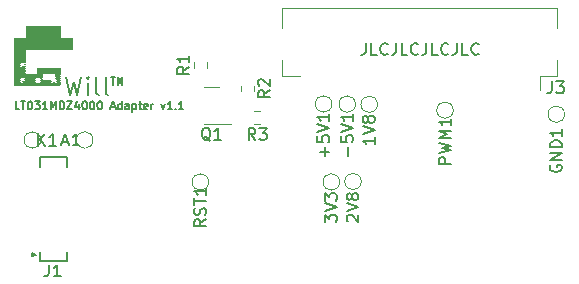
<source format=gbr>
%TF.GenerationSoftware,KiCad,Pcbnew,8.0.0*%
%TF.CreationDate,2024-03-06T21:08:29+04:00*%
%TF.ProjectId,gbc-cm4-aio-flex,6762632d-636d-4342-9d61-696f2d666c65,rev?*%
%TF.SameCoordinates,Original*%
%TF.FileFunction,Legend,Top*%
%TF.FilePolarity,Positive*%
%FSLAX46Y46*%
G04 Gerber Fmt 4.6, Leading zero omitted, Abs format (unit mm)*
G04 Created by KiCad (PCBNEW 8.0.0) date 2024-03-06 21:08:29*
%MOMM*%
%LPD*%
G01*
G04 APERTURE LIST*
%ADD10C,0.150000*%
%ADD11C,0.120000*%
%ADD12C,0.000000*%
G04 APERTURE END LIST*
D10*
X151792493Y-116909819D02*
X151792493Y-117624104D01*
X151792493Y-117624104D02*
X151744874Y-117766961D01*
X151744874Y-117766961D02*
X151649636Y-117862200D01*
X151649636Y-117862200D02*
X151506779Y-117909819D01*
X151506779Y-117909819D02*
X151411541Y-117909819D01*
X152744874Y-117909819D02*
X152268684Y-117909819D01*
X152268684Y-117909819D02*
X152268684Y-116909819D01*
X153649636Y-117814580D02*
X153602017Y-117862200D01*
X153602017Y-117862200D02*
X153459160Y-117909819D01*
X153459160Y-117909819D02*
X153363922Y-117909819D01*
X153363922Y-117909819D02*
X153221065Y-117862200D01*
X153221065Y-117862200D02*
X153125827Y-117766961D01*
X153125827Y-117766961D02*
X153078208Y-117671723D01*
X153078208Y-117671723D02*
X153030589Y-117481247D01*
X153030589Y-117481247D02*
X153030589Y-117338390D01*
X153030589Y-117338390D02*
X153078208Y-117147914D01*
X153078208Y-117147914D02*
X153125827Y-117052676D01*
X153125827Y-117052676D02*
X153221065Y-116957438D01*
X153221065Y-116957438D02*
X153363922Y-116909819D01*
X153363922Y-116909819D02*
X153459160Y-116909819D01*
X153459160Y-116909819D02*
X153602017Y-116957438D01*
X153602017Y-116957438D02*
X153649636Y-117005057D01*
X154363922Y-116909819D02*
X154363922Y-117624104D01*
X154363922Y-117624104D02*
X154316303Y-117766961D01*
X154316303Y-117766961D02*
X154221065Y-117862200D01*
X154221065Y-117862200D02*
X154078208Y-117909819D01*
X154078208Y-117909819D02*
X153982970Y-117909819D01*
X155316303Y-117909819D02*
X154840113Y-117909819D01*
X154840113Y-117909819D02*
X154840113Y-116909819D01*
X156221065Y-117814580D02*
X156173446Y-117862200D01*
X156173446Y-117862200D02*
X156030589Y-117909819D01*
X156030589Y-117909819D02*
X155935351Y-117909819D01*
X155935351Y-117909819D02*
X155792494Y-117862200D01*
X155792494Y-117862200D02*
X155697256Y-117766961D01*
X155697256Y-117766961D02*
X155649637Y-117671723D01*
X155649637Y-117671723D02*
X155602018Y-117481247D01*
X155602018Y-117481247D02*
X155602018Y-117338390D01*
X155602018Y-117338390D02*
X155649637Y-117147914D01*
X155649637Y-117147914D02*
X155697256Y-117052676D01*
X155697256Y-117052676D02*
X155792494Y-116957438D01*
X155792494Y-116957438D02*
X155935351Y-116909819D01*
X155935351Y-116909819D02*
X156030589Y-116909819D01*
X156030589Y-116909819D02*
X156173446Y-116957438D01*
X156173446Y-116957438D02*
X156221065Y-117005057D01*
X156935351Y-116909819D02*
X156935351Y-117624104D01*
X156935351Y-117624104D02*
X156887732Y-117766961D01*
X156887732Y-117766961D02*
X156792494Y-117862200D01*
X156792494Y-117862200D02*
X156649637Y-117909819D01*
X156649637Y-117909819D02*
X156554399Y-117909819D01*
X157887732Y-117909819D02*
X157411542Y-117909819D01*
X157411542Y-117909819D02*
X157411542Y-116909819D01*
X158792494Y-117814580D02*
X158744875Y-117862200D01*
X158744875Y-117862200D02*
X158602018Y-117909819D01*
X158602018Y-117909819D02*
X158506780Y-117909819D01*
X158506780Y-117909819D02*
X158363923Y-117862200D01*
X158363923Y-117862200D02*
X158268685Y-117766961D01*
X158268685Y-117766961D02*
X158221066Y-117671723D01*
X158221066Y-117671723D02*
X158173447Y-117481247D01*
X158173447Y-117481247D02*
X158173447Y-117338390D01*
X158173447Y-117338390D02*
X158221066Y-117147914D01*
X158221066Y-117147914D02*
X158268685Y-117052676D01*
X158268685Y-117052676D02*
X158363923Y-116957438D01*
X158363923Y-116957438D02*
X158506780Y-116909819D01*
X158506780Y-116909819D02*
X158602018Y-116909819D01*
X158602018Y-116909819D02*
X158744875Y-116957438D01*
X158744875Y-116957438D02*
X158792494Y-117005057D01*
X159506780Y-116909819D02*
X159506780Y-117624104D01*
X159506780Y-117624104D02*
X159459161Y-117766961D01*
X159459161Y-117766961D02*
X159363923Y-117862200D01*
X159363923Y-117862200D02*
X159221066Y-117909819D01*
X159221066Y-117909819D02*
X159125828Y-117909819D01*
X160459161Y-117909819D02*
X159982971Y-117909819D01*
X159982971Y-117909819D02*
X159982971Y-116909819D01*
X161363923Y-117814580D02*
X161316304Y-117862200D01*
X161316304Y-117862200D02*
X161173447Y-117909819D01*
X161173447Y-117909819D02*
X161078209Y-117909819D01*
X161078209Y-117909819D02*
X160935352Y-117862200D01*
X160935352Y-117862200D02*
X160840114Y-117766961D01*
X160840114Y-117766961D02*
X160792495Y-117671723D01*
X160792495Y-117671723D02*
X160744876Y-117481247D01*
X160744876Y-117481247D02*
X160744876Y-117338390D01*
X160744876Y-117338390D02*
X160792495Y-117147914D01*
X160792495Y-117147914D02*
X160840114Y-117052676D01*
X160840114Y-117052676D02*
X160935352Y-116957438D01*
X160935352Y-116957438D02*
X161078209Y-116909819D01*
X161078209Y-116909819D02*
X161173447Y-116909819D01*
X161173447Y-116909819D02*
X161316304Y-116957438D01*
X161316304Y-116957438D02*
X161363923Y-117005057D01*
X130255826Y-119818771D02*
X130598684Y-119818771D01*
X130427255Y-120418771D02*
X130427255Y-119818771D01*
X130798684Y-120418771D02*
X130798684Y-119818771D01*
X130798684Y-119818771D02*
X130998684Y-120247342D01*
X130998684Y-120247342D02*
X131198684Y-119818771D01*
X131198684Y-119818771D02*
X131198684Y-120418771D01*
X122477255Y-122510204D02*
X122158207Y-122510204D01*
X122158207Y-122510204D02*
X122158207Y-121840204D01*
X122604874Y-121840204D02*
X122987731Y-121840204D01*
X122796303Y-122510204D02*
X122796303Y-121840204D01*
X123338683Y-121840204D02*
X123402493Y-121840204D01*
X123402493Y-121840204D02*
X123466302Y-121872109D01*
X123466302Y-121872109D02*
X123498207Y-121904014D01*
X123498207Y-121904014D02*
X123530112Y-121967823D01*
X123530112Y-121967823D02*
X123562017Y-122095442D01*
X123562017Y-122095442D02*
X123562017Y-122254966D01*
X123562017Y-122254966D02*
X123530112Y-122382585D01*
X123530112Y-122382585D02*
X123498207Y-122446395D01*
X123498207Y-122446395D02*
X123466302Y-122478300D01*
X123466302Y-122478300D02*
X123402493Y-122510204D01*
X123402493Y-122510204D02*
X123338683Y-122510204D01*
X123338683Y-122510204D02*
X123274874Y-122478300D01*
X123274874Y-122478300D02*
X123242969Y-122446395D01*
X123242969Y-122446395D02*
X123211064Y-122382585D01*
X123211064Y-122382585D02*
X123179160Y-122254966D01*
X123179160Y-122254966D02*
X123179160Y-122095442D01*
X123179160Y-122095442D02*
X123211064Y-121967823D01*
X123211064Y-121967823D02*
X123242969Y-121904014D01*
X123242969Y-121904014D02*
X123274874Y-121872109D01*
X123274874Y-121872109D02*
X123338683Y-121840204D01*
X123785350Y-121840204D02*
X124200112Y-121840204D01*
X124200112Y-121840204D02*
X123976778Y-122095442D01*
X123976778Y-122095442D02*
X124072493Y-122095442D01*
X124072493Y-122095442D02*
X124136302Y-122127347D01*
X124136302Y-122127347D02*
X124168207Y-122159252D01*
X124168207Y-122159252D02*
X124200112Y-122223061D01*
X124200112Y-122223061D02*
X124200112Y-122382585D01*
X124200112Y-122382585D02*
X124168207Y-122446395D01*
X124168207Y-122446395D02*
X124136302Y-122478300D01*
X124136302Y-122478300D02*
X124072493Y-122510204D01*
X124072493Y-122510204D02*
X123881064Y-122510204D01*
X123881064Y-122510204D02*
X123817255Y-122478300D01*
X123817255Y-122478300D02*
X123785350Y-122446395D01*
X124838207Y-122510204D02*
X124455350Y-122510204D01*
X124646778Y-122510204D02*
X124646778Y-121840204D01*
X124646778Y-121840204D02*
X124582969Y-121935919D01*
X124582969Y-121935919D02*
X124519159Y-121999728D01*
X124519159Y-121999728D02*
X124455350Y-122031633D01*
X125125349Y-122510204D02*
X125125349Y-121840204D01*
X125125349Y-121840204D02*
X125348683Y-122318776D01*
X125348683Y-122318776D02*
X125572016Y-121840204D01*
X125572016Y-121840204D02*
X125572016Y-122510204D01*
X125891063Y-122510204D02*
X125891063Y-121840204D01*
X125891063Y-121840204D02*
X126050587Y-121840204D01*
X126050587Y-121840204D02*
X126146301Y-121872109D01*
X126146301Y-121872109D02*
X126210111Y-121935919D01*
X126210111Y-121935919D02*
X126242016Y-121999728D01*
X126242016Y-121999728D02*
X126273920Y-122127347D01*
X126273920Y-122127347D02*
X126273920Y-122223061D01*
X126273920Y-122223061D02*
X126242016Y-122350680D01*
X126242016Y-122350680D02*
X126210111Y-122414490D01*
X126210111Y-122414490D02*
X126146301Y-122478300D01*
X126146301Y-122478300D02*
X126050587Y-122510204D01*
X126050587Y-122510204D02*
X125891063Y-122510204D01*
X126497254Y-121840204D02*
X126943920Y-121840204D01*
X126943920Y-121840204D02*
X126497254Y-122510204D01*
X126497254Y-122510204D02*
X126943920Y-122510204D01*
X127486301Y-122063538D02*
X127486301Y-122510204D01*
X127326777Y-121808300D02*
X127167254Y-122286871D01*
X127167254Y-122286871D02*
X127582015Y-122286871D01*
X127964872Y-121840204D02*
X128028682Y-121840204D01*
X128028682Y-121840204D02*
X128092491Y-121872109D01*
X128092491Y-121872109D02*
X128124396Y-121904014D01*
X128124396Y-121904014D02*
X128156301Y-121967823D01*
X128156301Y-121967823D02*
X128188206Y-122095442D01*
X128188206Y-122095442D02*
X128188206Y-122254966D01*
X128188206Y-122254966D02*
X128156301Y-122382585D01*
X128156301Y-122382585D02*
X128124396Y-122446395D01*
X128124396Y-122446395D02*
X128092491Y-122478300D01*
X128092491Y-122478300D02*
X128028682Y-122510204D01*
X128028682Y-122510204D02*
X127964872Y-122510204D01*
X127964872Y-122510204D02*
X127901063Y-122478300D01*
X127901063Y-122478300D02*
X127869158Y-122446395D01*
X127869158Y-122446395D02*
X127837253Y-122382585D01*
X127837253Y-122382585D02*
X127805349Y-122254966D01*
X127805349Y-122254966D02*
X127805349Y-122095442D01*
X127805349Y-122095442D02*
X127837253Y-121967823D01*
X127837253Y-121967823D02*
X127869158Y-121904014D01*
X127869158Y-121904014D02*
X127901063Y-121872109D01*
X127901063Y-121872109D02*
X127964872Y-121840204D01*
X128602967Y-121840204D02*
X128666777Y-121840204D01*
X128666777Y-121840204D02*
X128730586Y-121872109D01*
X128730586Y-121872109D02*
X128762491Y-121904014D01*
X128762491Y-121904014D02*
X128794396Y-121967823D01*
X128794396Y-121967823D02*
X128826301Y-122095442D01*
X128826301Y-122095442D02*
X128826301Y-122254966D01*
X128826301Y-122254966D02*
X128794396Y-122382585D01*
X128794396Y-122382585D02*
X128762491Y-122446395D01*
X128762491Y-122446395D02*
X128730586Y-122478300D01*
X128730586Y-122478300D02*
X128666777Y-122510204D01*
X128666777Y-122510204D02*
X128602967Y-122510204D01*
X128602967Y-122510204D02*
X128539158Y-122478300D01*
X128539158Y-122478300D02*
X128507253Y-122446395D01*
X128507253Y-122446395D02*
X128475348Y-122382585D01*
X128475348Y-122382585D02*
X128443444Y-122254966D01*
X128443444Y-122254966D02*
X128443444Y-122095442D01*
X128443444Y-122095442D02*
X128475348Y-121967823D01*
X128475348Y-121967823D02*
X128507253Y-121904014D01*
X128507253Y-121904014D02*
X128539158Y-121872109D01*
X128539158Y-121872109D02*
X128602967Y-121840204D01*
X129241062Y-121840204D02*
X129304872Y-121840204D01*
X129304872Y-121840204D02*
X129368681Y-121872109D01*
X129368681Y-121872109D02*
X129400586Y-121904014D01*
X129400586Y-121904014D02*
X129432491Y-121967823D01*
X129432491Y-121967823D02*
X129464396Y-122095442D01*
X129464396Y-122095442D02*
X129464396Y-122254966D01*
X129464396Y-122254966D02*
X129432491Y-122382585D01*
X129432491Y-122382585D02*
X129400586Y-122446395D01*
X129400586Y-122446395D02*
X129368681Y-122478300D01*
X129368681Y-122478300D02*
X129304872Y-122510204D01*
X129304872Y-122510204D02*
X129241062Y-122510204D01*
X129241062Y-122510204D02*
X129177253Y-122478300D01*
X129177253Y-122478300D02*
X129145348Y-122446395D01*
X129145348Y-122446395D02*
X129113443Y-122382585D01*
X129113443Y-122382585D02*
X129081539Y-122254966D01*
X129081539Y-122254966D02*
X129081539Y-122095442D01*
X129081539Y-122095442D02*
X129113443Y-121967823D01*
X129113443Y-121967823D02*
X129145348Y-121904014D01*
X129145348Y-121904014D02*
X129177253Y-121872109D01*
X129177253Y-121872109D02*
X129241062Y-121840204D01*
X130230110Y-122318776D02*
X130549157Y-122318776D01*
X130166300Y-122510204D02*
X130389633Y-121840204D01*
X130389633Y-121840204D02*
X130612967Y-122510204D01*
X131123443Y-122510204D02*
X131123443Y-121840204D01*
X131123443Y-122478300D02*
X131059634Y-122510204D01*
X131059634Y-122510204D02*
X130932015Y-122510204D01*
X130932015Y-122510204D02*
X130868205Y-122478300D01*
X130868205Y-122478300D02*
X130836300Y-122446395D01*
X130836300Y-122446395D02*
X130804396Y-122382585D01*
X130804396Y-122382585D02*
X130804396Y-122191157D01*
X130804396Y-122191157D02*
X130836300Y-122127347D01*
X130836300Y-122127347D02*
X130868205Y-122095442D01*
X130868205Y-122095442D02*
X130932015Y-122063538D01*
X130932015Y-122063538D02*
X131059634Y-122063538D01*
X131059634Y-122063538D02*
X131123443Y-122095442D01*
X131729633Y-122510204D02*
X131729633Y-122159252D01*
X131729633Y-122159252D02*
X131697728Y-122095442D01*
X131697728Y-122095442D02*
X131633919Y-122063538D01*
X131633919Y-122063538D02*
X131506300Y-122063538D01*
X131506300Y-122063538D02*
X131442490Y-122095442D01*
X131729633Y-122478300D02*
X131665824Y-122510204D01*
X131665824Y-122510204D02*
X131506300Y-122510204D01*
X131506300Y-122510204D02*
X131442490Y-122478300D01*
X131442490Y-122478300D02*
X131410586Y-122414490D01*
X131410586Y-122414490D02*
X131410586Y-122350680D01*
X131410586Y-122350680D02*
X131442490Y-122286871D01*
X131442490Y-122286871D02*
X131506300Y-122254966D01*
X131506300Y-122254966D02*
X131665824Y-122254966D01*
X131665824Y-122254966D02*
X131729633Y-122223061D01*
X132048680Y-122063538D02*
X132048680Y-122733538D01*
X132048680Y-122095442D02*
X132112490Y-122063538D01*
X132112490Y-122063538D02*
X132240109Y-122063538D01*
X132240109Y-122063538D02*
X132303918Y-122095442D01*
X132303918Y-122095442D02*
X132335823Y-122127347D01*
X132335823Y-122127347D02*
X132367728Y-122191157D01*
X132367728Y-122191157D02*
X132367728Y-122382585D01*
X132367728Y-122382585D02*
X132335823Y-122446395D01*
X132335823Y-122446395D02*
X132303918Y-122478300D01*
X132303918Y-122478300D02*
X132240109Y-122510204D01*
X132240109Y-122510204D02*
X132112490Y-122510204D01*
X132112490Y-122510204D02*
X132048680Y-122478300D01*
X132559156Y-122063538D02*
X132814394Y-122063538D01*
X132654870Y-121840204D02*
X132654870Y-122414490D01*
X132654870Y-122414490D02*
X132686775Y-122478300D01*
X132686775Y-122478300D02*
X132750585Y-122510204D01*
X132750585Y-122510204D02*
X132814394Y-122510204D01*
X133292965Y-122478300D02*
X133229156Y-122510204D01*
X133229156Y-122510204D02*
X133101537Y-122510204D01*
X133101537Y-122510204D02*
X133037727Y-122478300D01*
X133037727Y-122478300D02*
X133005823Y-122414490D01*
X133005823Y-122414490D02*
X133005823Y-122159252D01*
X133005823Y-122159252D02*
X133037727Y-122095442D01*
X133037727Y-122095442D02*
X133101537Y-122063538D01*
X133101537Y-122063538D02*
X133229156Y-122063538D01*
X133229156Y-122063538D02*
X133292965Y-122095442D01*
X133292965Y-122095442D02*
X133324870Y-122159252D01*
X133324870Y-122159252D02*
X133324870Y-122223061D01*
X133324870Y-122223061D02*
X133005823Y-122286871D01*
X133612013Y-122510204D02*
X133612013Y-122063538D01*
X133612013Y-122191157D02*
X133643918Y-122127347D01*
X133643918Y-122127347D02*
X133675823Y-122095442D01*
X133675823Y-122095442D02*
X133739632Y-122063538D01*
X133739632Y-122063538D02*
X133803442Y-122063538D01*
X134473442Y-122063538D02*
X134632966Y-122510204D01*
X134632966Y-122510204D02*
X134792489Y-122063538D01*
X135398680Y-122510204D02*
X135015823Y-122510204D01*
X135207251Y-122510204D02*
X135207251Y-121840204D01*
X135207251Y-121840204D02*
X135143442Y-121935919D01*
X135143442Y-121935919D02*
X135079632Y-121999728D01*
X135079632Y-121999728D02*
X135015823Y-122031633D01*
X135685822Y-122446395D02*
X135717727Y-122478300D01*
X135717727Y-122478300D02*
X135685822Y-122510204D01*
X135685822Y-122510204D02*
X135653918Y-122478300D01*
X135653918Y-122478300D02*
X135685822Y-122446395D01*
X135685822Y-122446395D02*
X135685822Y-122510204D01*
X136355823Y-122510204D02*
X135972966Y-122510204D01*
X136164394Y-122510204D02*
X136164394Y-121840204D01*
X136164394Y-121840204D02*
X136100585Y-121935919D01*
X136100585Y-121935919D02*
X136036775Y-121999728D01*
X136036775Y-121999728D02*
X135972966Y-122031633D01*
X126412969Y-119808628D02*
X126770112Y-121308628D01*
X126770112Y-121308628D02*
X127055826Y-120237200D01*
X127055826Y-120237200D02*
X127341541Y-121308628D01*
X127341541Y-121308628D02*
X127698684Y-119808628D01*
X128270112Y-121308628D02*
X128270112Y-120308628D01*
X128270112Y-119808628D02*
X128198684Y-119880057D01*
X128198684Y-119880057D02*
X128270112Y-119951485D01*
X128270112Y-119951485D02*
X128341541Y-119880057D01*
X128341541Y-119880057D02*
X128270112Y-119808628D01*
X128270112Y-119808628D02*
X128270112Y-119951485D01*
X129198684Y-121308628D02*
X129055827Y-121237200D01*
X129055827Y-121237200D02*
X128984398Y-121094342D01*
X128984398Y-121094342D02*
X128984398Y-119808628D01*
X129984398Y-121308628D02*
X129841541Y-121237200D01*
X129841541Y-121237200D02*
X129770112Y-121094342D01*
X129770112Y-121094342D02*
X129770112Y-119808628D01*
X159004819Y-127120951D02*
X158004819Y-127120951D01*
X158004819Y-127120951D02*
X158004819Y-126739999D01*
X158004819Y-126739999D02*
X158052438Y-126644761D01*
X158052438Y-126644761D02*
X158100057Y-126597142D01*
X158100057Y-126597142D02*
X158195295Y-126549523D01*
X158195295Y-126549523D02*
X158338152Y-126549523D01*
X158338152Y-126549523D02*
X158433390Y-126597142D01*
X158433390Y-126597142D02*
X158481009Y-126644761D01*
X158481009Y-126644761D02*
X158528628Y-126739999D01*
X158528628Y-126739999D02*
X158528628Y-127120951D01*
X158004819Y-126216189D02*
X159004819Y-125978094D01*
X159004819Y-125978094D02*
X158290533Y-125787618D01*
X158290533Y-125787618D02*
X159004819Y-125597142D01*
X159004819Y-125597142D02*
X158004819Y-125359047D01*
X159004819Y-124978094D02*
X158004819Y-124978094D01*
X158004819Y-124978094D02*
X158719104Y-124644761D01*
X158719104Y-124644761D02*
X158004819Y-124311428D01*
X158004819Y-124311428D02*
X159004819Y-124311428D01*
X159004819Y-123311428D02*
X159004819Y-123882856D01*
X159004819Y-123597142D02*
X158004819Y-123597142D01*
X158004819Y-123597142D02*
X158147676Y-123692380D01*
X158147676Y-123692380D02*
X158242914Y-123787618D01*
X158242914Y-123787618D02*
X158290533Y-123882856D01*
X142448333Y-125094819D02*
X142115000Y-124618628D01*
X141876905Y-125094819D02*
X141876905Y-124094819D01*
X141876905Y-124094819D02*
X142257857Y-124094819D01*
X142257857Y-124094819D02*
X142353095Y-124142438D01*
X142353095Y-124142438D02*
X142400714Y-124190057D01*
X142400714Y-124190057D02*
X142448333Y-124285295D01*
X142448333Y-124285295D02*
X142448333Y-124428152D01*
X142448333Y-124428152D02*
X142400714Y-124523390D01*
X142400714Y-124523390D02*
X142353095Y-124571009D01*
X142353095Y-124571009D02*
X142257857Y-124618628D01*
X142257857Y-124618628D02*
X141876905Y-124618628D01*
X142781667Y-124094819D02*
X143400714Y-124094819D01*
X143400714Y-124094819D02*
X143067381Y-124475771D01*
X143067381Y-124475771D02*
X143210238Y-124475771D01*
X143210238Y-124475771D02*
X143305476Y-124523390D01*
X143305476Y-124523390D02*
X143353095Y-124571009D01*
X143353095Y-124571009D02*
X143400714Y-124666247D01*
X143400714Y-124666247D02*
X143400714Y-124904342D01*
X143400714Y-124904342D02*
X143353095Y-124999580D01*
X143353095Y-124999580D02*
X143305476Y-125047200D01*
X143305476Y-125047200D02*
X143210238Y-125094819D01*
X143210238Y-125094819D02*
X142924524Y-125094819D01*
X142924524Y-125094819D02*
X142829286Y-125047200D01*
X142829286Y-125047200D02*
X142781667Y-124999580D01*
X126125714Y-125279104D02*
X126601904Y-125279104D01*
X126030476Y-125564819D02*
X126363809Y-124564819D01*
X126363809Y-124564819D02*
X126697142Y-125564819D01*
X127554285Y-125564819D02*
X126982857Y-125564819D01*
X127268571Y-125564819D02*
X127268571Y-124564819D01*
X127268571Y-124564819D02*
X127173333Y-124707676D01*
X127173333Y-124707676D02*
X127078095Y-124802914D01*
X127078095Y-124802914D02*
X126982857Y-124850533D01*
X124041905Y-125584819D02*
X124041905Y-124584819D01*
X124613333Y-125584819D02*
X124184762Y-125013390D01*
X124613333Y-124584819D02*
X124041905Y-125156247D01*
X125565714Y-125584819D02*
X124994286Y-125584819D01*
X125280000Y-125584819D02*
X125280000Y-124584819D01*
X125280000Y-124584819D02*
X125184762Y-124727676D01*
X125184762Y-124727676D02*
X125089524Y-124822914D01*
X125089524Y-124822914D02*
X124994286Y-124870533D01*
X150270057Y-132000475D02*
X150222438Y-131952856D01*
X150222438Y-131952856D02*
X150174819Y-131857618D01*
X150174819Y-131857618D02*
X150174819Y-131619523D01*
X150174819Y-131619523D02*
X150222438Y-131524285D01*
X150222438Y-131524285D02*
X150270057Y-131476666D01*
X150270057Y-131476666D02*
X150365295Y-131429047D01*
X150365295Y-131429047D02*
X150460533Y-131429047D01*
X150460533Y-131429047D02*
X150603390Y-131476666D01*
X150603390Y-131476666D02*
X151174819Y-132048094D01*
X151174819Y-132048094D02*
X151174819Y-131429047D01*
X150174819Y-131143332D02*
X151174819Y-130809999D01*
X151174819Y-130809999D02*
X150174819Y-130476666D01*
X150603390Y-130000475D02*
X150555771Y-130095713D01*
X150555771Y-130095713D02*
X150508152Y-130143332D01*
X150508152Y-130143332D02*
X150412914Y-130190951D01*
X150412914Y-130190951D02*
X150365295Y-130190951D01*
X150365295Y-130190951D02*
X150270057Y-130143332D01*
X150270057Y-130143332D02*
X150222438Y-130095713D01*
X150222438Y-130095713D02*
X150174819Y-130000475D01*
X150174819Y-130000475D02*
X150174819Y-129809999D01*
X150174819Y-129809999D02*
X150222438Y-129714761D01*
X150222438Y-129714761D02*
X150270057Y-129667142D01*
X150270057Y-129667142D02*
X150365295Y-129619523D01*
X150365295Y-129619523D02*
X150412914Y-129619523D01*
X150412914Y-129619523D02*
X150508152Y-129667142D01*
X150508152Y-129667142D02*
X150555771Y-129714761D01*
X150555771Y-129714761D02*
X150603390Y-129809999D01*
X150603390Y-129809999D02*
X150603390Y-130000475D01*
X150603390Y-130000475D02*
X150651009Y-130095713D01*
X150651009Y-130095713D02*
X150698628Y-130143332D01*
X150698628Y-130143332D02*
X150793866Y-130190951D01*
X150793866Y-130190951D02*
X150984342Y-130190951D01*
X150984342Y-130190951D02*
X151079580Y-130143332D01*
X151079580Y-130143332D02*
X151127200Y-130095713D01*
X151127200Y-130095713D02*
X151174819Y-130000475D01*
X151174819Y-130000475D02*
X151174819Y-129809999D01*
X151174819Y-129809999D02*
X151127200Y-129714761D01*
X151127200Y-129714761D02*
X151079580Y-129667142D01*
X151079580Y-129667142D02*
X150984342Y-129619523D01*
X150984342Y-129619523D02*
X150793866Y-129619523D01*
X150793866Y-129619523D02*
X150698628Y-129667142D01*
X150698628Y-129667142D02*
X150651009Y-129714761D01*
X150651009Y-129714761D02*
X150603390Y-129809999D01*
X143674819Y-120911666D02*
X143198628Y-121244999D01*
X143674819Y-121483094D02*
X142674819Y-121483094D01*
X142674819Y-121483094D02*
X142674819Y-121102142D01*
X142674819Y-121102142D02*
X142722438Y-121006904D01*
X142722438Y-121006904D02*
X142770057Y-120959285D01*
X142770057Y-120959285D02*
X142865295Y-120911666D01*
X142865295Y-120911666D02*
X143008152Y-120911666D01*
X143008152Y-120911666D02*
X143103390Y-120959285D01*
X143103390Y-120959285D02*
X143151009Y-121006904D01*
X143151009Y-121006904D02*
X143198628Y-121102142D01*
X143198628Y-121102142D02*
X143198628Y-121483094D01*
X142770057Y-120530713D02*
X142722438Y-120483094D01*
X142722438Y-120483094D02*
X142674819Y-120387856D01*
X142674819Y-120387856D02*
X142674819Y-120149761D01*
X142674819Y-120149761D02*
X142722438Y-120054523D01*
X142722438Y-120054523D02*
X142770057Y-120006904D01*
X142770057Y-120006904D02*
X142865295Y-119959285D01*
X142865295Y-119959285D02*
X142960533Y-119959285D01*
X142960533Y-119959285D02*
X143103390Y-120006904D01*
X143103390Y-120006904D02*
X143674819Y-120578332D01*
X143674819Y-120578332D02*
X143674819Y-119959285D01*
X152544819Y-124879047D02*
X152544819Y-125450475D01*
X152544819Y-125164761D02*
X151544819Y-125164761D01*
X151544819Y-125164761D02*
X151687676Y-125259999D01*
X151687676Y-125259999D02*
X151782914Y-125355237D01*
X151782914Y-125355237D02*
X151830533Y-125450475D01*
X151544819Y-124593332D02*
X152544819Y-124259999D01*
X152544819Y-124259999D02*
X151544819Y-123926666D01*
X151973390Y-123450475D02*
X151925771Y-123545713D01*
X151925771Y-123545713D02*
X151878152Y-123593332D01*
X151878152Y-123593332D02*
X151782914Y-123640951D01*
X151782914Y-123640951D02*
X151735295Y-123640951D01*
X151735295Y-123640951D02*
X151640057Y-123593332D01*
X151640057Y-123593332D02*
X151592438Y-123545713D01*
X151592438Y-123545713D02*
X151544819Y-123450475D01*
X151544819Y-123450475D02*
X151544819Y-123259999D01*
X151544819Y-123259999D02*
X151592438Y-123164761D01*
X151592438Y-123164761D02*
X151640057Y-123117142D01*
X151640057Y-123117142D02*
X151735295Y-123069523D01*
X151735295Y-123069523D02*
X151782914Y-123069523D01*
X151782914Y-123069523D02*
X151878152Y-123117142D01*
X151878152Y-123117142D02*
X151925771Y-123164761D01*
X151925771Y-123164761D02*
X151973390Y-123259999D01*
X151973390Y-123259999D02*
X151973390Y-123450475D01*
X151973390Y-123450475D02*
X152021009Y-123545713D01*
X152021009Y-123545713D02*
X152068628Y-123593332D01*
X152068628Y-123593332D02*
X152163866Y-123640951D01*
X152163866Y-123640951D02*
X152354342Y-123640951D01*
X152354342Y-123640951D02*
X152449580Y-123593332D01*
X152449580Y-123593332D02*
X152497200Y-123545713D01*
X152497200Y-123545713D02*
X152544819Y-123450475D01*
X152544819Y-123450475D02*
X152544819Y-123259999D01*
X152544819Y-123259999D02*
X152497200Y-123164761D01*
X152497200Y-123164761D02*
X152449580Y-123117142D01*
X152449580Y-123117142D02*
X152354342Y-123069523D01*
X152354342Y-123069523D02*
X152163866Y-123069523D01*
X152163866Y-123069523D02*
X152068628Y-123117142D01*
X152068628Y-123117142D02*
X152021009Y-123164761D01*
X152021009Y-123164761D02*
X151973390Y-123259999D01*
X124976666Y-135654819D02*
X124976666Y-136369104D01*
X124976666Y-136369104D02*
X124929047Y-136511961D01*
X124929047Y-136511961D02*
X124833809Y-136607200D01*
X124833809Y-136607200D02*
X124690952Y-136654819D01*
X124690952Y-136654819D02*
X124595714Y-136654819D01*
X125976666Y-136654819D02*
X125405238Y-136654819D01*
X125690952Y-136654819D02*
X125690952Y-135654819D01*
X125690952Y-135654819D02*
X125595714Y-135797676D01*
X125595714Y-135797676D02*
X125500476Y-135892914D01*
X125500476Y-135892914D02*
X125405238Y-135940533D01*
X148334819Y-132048094D02*
X148334819Y-131429047D01*
X148334819Y-131429047D02*
X148715771Y-131762380D01*
X148715771Y-131762380D02*
X148715771Y-131619523D01*
X148715771Y-131619523D02*
X148763390Y-131524285D01*
X148763390Y-131524285D02*
X148811009Y-131476666D01*
X148811009Y-131476666D02*
X148906247Y-131429047D01*
X148906247Y-131429047D02*
X149144342Y-131429047D01*
X149144342Y-131429047D02*
X149239580Y-131476666D01*
X149239580Y-131476666D02*
X149287200Y-131524285D01*
X149287200Y-131524285D02*
X149334819Y-131619523D01*
X149334819Y-131619523D02*
X149334819Y-131905237D01*
X149334819Y-131905237D02*
X149287200Y-132000475D01*
X149287200Y-132000475D02*
X149239580Y-132048094D01*
X148334819Y-131143332D02*
X149334819Y-130809999D01*
X149334819Y-130809999D02*
X148334819Y-130476666D01*
X148334819Y-130238570D02*
X148334819Y-129619523D01*
X148334819Y-129619523D02*
X148715771Y-129952856D01*
X148715771Y-129952856D02*
X148715771Y-129809999D01*
X148715771Y-129809999D02*
X148763390Y-129714761D01*
X148763390Y-129714761D02*
X148811009Y-129667142D01*
X148811009Y-129667142D02*
X148906247Y-129619523D01*
X148906247Y-129619523D02*
X149144342Y-129619523D01*
X149144342Y-129619523D02*
X149239580Y-129667142D01*
X149239580Y-129667142D02*
X149287200Y-129714761D01*
X149287200Y-129714761D02*
X149334819Y-129809999D01*
X149334819Y-129809999D02*
X149334819Y-130095713D01*
X149334819Y-130095713D02*
X149287200Y-130190951D01*
X149287200Y-130190951D02*
X149239580Y-130238570D01*
X138647261Y-125170057D02*
X138552023Y-125122438D01*
X138552023Y-125122438D02*
X138456785Y-125027200D01*
X138456785Y-125027200D02*
X138313928Y-124884342D01*
X138313928Y-124884342D02*
X138218690Y-124836723D01*
X138218690Y-124836723D02*
X138123452Y-124836723D01*
X138171071Y-125074819D02*
X138075833Y-125027200D01*
X138075833Y-125027200D02*
X137980595Y-124931961D01*
X137980595Y-124931961D02*
X137932976Y-124741485D01*
X137932976Y-124741485D02*
X137932976Y-124408152D01*
X137932976Y-124408152D02*
X137980595Y-124217676D01*
X137980595Y-124217676D02*
X138075833Y-124122438D01*
X138075833Y-124122438D02*
X138171071Y-124074819D01*
X138171071Y-124074819D02*
X138361547Y-124074819D01*
X138361547Y-124074819D02*
X138456785Y-124122438D01*
X138456785Y-124122438D02*
X138552023Y-124217676D01*
X138552023Y-124217676D02*
X138599642Y-124408152D01*
X138599642Y-124408152D02*
X138599642Y-124741485D01*
X138599642Y-124741485D02*
X138552023Y-124931961D01*
X138552023Y-124931961D02*
X138456785Y-125027200D01*
X138456785Y-125027200D02*
X138361547Y-125074819D01*
X138361547Y-125074819D02*
X138171071Y-125074819D01*
X139552023Y-125074819D02*
X138980595Y-125074819D01*
X139266309Y-125074819D02*
X139266309Y-124074819D01*
X139266309Y-124074819D02*
X139171071Y-124217676D01*
X139171071Y-124217676D02*
X139075833Y-124312914D01*
X139075833Y-124312914D02*
X138980595Y-124360533D01*
X148313866Y-126475904D02*
X148313866Y-125714000D01*
X148694819Y-126094952D02*
X147932914Y-126094952D01*
X147694819Y-124761619D02*
X147694819Y-125237809D01*
X147694819Y-125237809D02*
X148171009Y-125285428D01*
X148171009Y-125285428D02*
X148123390Y-125237809D01*
X148123390Y-125237809D02*
X148075771Y-125142571D01*
X148075771Y-125142571D02*
X148075771Y-124904476D01*
X148075771Y-124904476D02*
X148123390Y-124809238D01*
X148123390Y-124809238D02*
X148171009Y-124761619D01*
X148171009Y-124761619D02*
X148266247Y-124714000D01*
X148266247Y-124714000D02*
X148504342Y-124714000D01*
X148504342Y-124714000D02*
X148599580Y-124761619D01*
X148599580Y-124761619D02*
X148647200Y-124809238D01*
X148647200Y-124809238D02*
X148694819Y-124904476D01*
X148694819Y-124904476D02*
X148694819Y-125142571D01*
X148694819Y-125142571D02*
X148647200Y-125237809D01*
X148647200Y-125237809D02*
X148599580Y-125285428D01*
X147694819Y-124428285D02*
X148694819Y-124094952D01*
X148694819Y-124094952D02*
X147694819Y-123761619D01*
X148694819Y-122904476D02*
X148694819Y-123475904D01*
X148694819Y-123190190D02*
X147694819Y-123190190D01*
X147694819Y-123190190D02*
X147837676Y-123285428D01*
X147837676Y-123285428D02*
X147932914Y-123380666D01*
X147932914Y-123380666D02*
X147980533Y-123475904D01*
X136824819Y-118921666D02*
X136348628Y-119254999D01*
X136824819Y-119493094D02*
X135824819Y-119493094D01*
X135824819Y-119493094D02*
X135824819Y-119112142D01*
X135824819Y-119112142D02*
X135872438Y-119016904D01*
X135872438Y-119016904D02*
X135920057Y-118969285D01*
X135920057Y-118969285D02*
X136015295Y-118921666D01*
X136015295Y-118921666D02*
X136158152Y-118921666D01*
X136158152Y-118921666D02*
X136253390Y-118969285D01*
X136253390Y-118969285D02*
X136301009Y-119016904D01*
X136301009Y-119016904D02*
X136348628Y-119112142D01*
X136348628Y-119112142D02*
X136348628Y-119493094D01*
X136824819Y-117969285D02*
X136824819Y-118540713D01*
X136824819Y-118254999D02*
X135824819Y-118254999D01*
X135824819Y-118254999D02*
X135967676Y-118350237D01*
X135967676Y-118350237D02*
X136062914Y-118445475D01*
X136062914Y-118445475D02*
X136110533Y-118540713D01*
X167566666Y-120154819D02*
X167566666Y-120869104D01*
X167566666Y-120869104D02*
X167519047Y-121011961D01*
X167519047Y-121011961D02*
X167423809Y-121107200D01*
X167423809Y-121107200D02*
X167280952Y-121154819D01*
X167280952Y-121154819D02*
X167185714Y-121154819D01*
X167947619Y-120154819D02*
X168566666Y-120154819D01*
X168566666Y-120154819D02*
X168233333Y-120535771D01*
X168233333Y-120535771D02*
X168376190Y-120535771D01*
X168376190Y-120535771D02*
X168471428Y-120583390D01*
X168471428Y-120583390D02*
X168519047Y-120631009D01*
X168519047Y-120631009D02*
X168566666Y-120726247D01*
X168566666Y-120726247D02*
X168566666Y-120964342D01*
X168566666Y-120964342D02*
X168519047Y-121059580D01*
X168519047Y-121059580D02*
X168471428Y-121107200D01*
X168471428Y-121107200D02*
X168376190Y-121154819D01*
X168376190Y-121154819D02*
X168090476Y-121154819D01*
X168090476Y-121154819D02*
X167995238Y-121107200D01*
X167995238Y-121107200D02*
X167947619Y-121059580D01*
X167432438Y-127248095D02*
X167384819Y-127343333D01*
X167384819Y-127343333D02*
X167384819Y-127486190D01*
X167384819Y-127486190D02*
X167432438Y-127629047D01*
X167432438Y-127629047D02*
X167527676Y-127724285D01*
X167527676Y-127724285D02*
X167622914Y-127771904D01*
X167622914Y-127771904D02*
X167813390Y-127819523D01*
X167813390Y-127819523D02*
X167956247Y-127819523D01*
X167956247Y-127819523D02*
X168146723Y-127771904D01*
X168146723Y-127771904D02*
X168241961Y-127724285D01*
X168241961Y-127724285D02*
X168337200Y-127629047D01*
X168337200Y-127629047D02*
X168384819Y-127486190D01*
X168384819Y-127486190D02*
X168384819Y-127390952D01*
X168384819Y-127390952D02*
X168337200Y-127248095D01*
X168337200Y-127248095D02*
X168289580Y-127200476D01*
X168289580Y-127200476D02*
X167956247Y-127200476D01*
X167956247Y-127200476D02*
X167956247Y-127390952D01*
X168384819Y-126771904D02*
X167384819Y-126771904D01*
X167384819Y-126771904D02*
X168384819Y-126200476D01*
X168384819Y-126200476D02*
X167384819Y-126200476D01*
X168384819Y-125724285D02*
X167384819Y-125724285D01*
X167384819Y-125724285D02*
X167384819Y-125486190D01*
X167384819Y-125486190D02*
X167432438Y-125343333D01*
X167432438Y-125343333D02*
X167527676Y-125248095D01*
X167527676Y-125248095D02*
X167622914Y-125200476D01*
X167622914Y-125200476D02*
X167813390Y-125152857D01*
X167813390Y-125152857D02*
X167956247Y-125152857D01*
X167956247Y-125152857D02*
X168146723Y-125200476D01*
X168146723Y-125200476D02*
X168241961Y-125248095D01*
X168241961Y-125248095D02*
X168337200Y-125343333D01*
X168337200Y-125343333D02*
X168384819Y-125486190D01*
X168384819Y-125486190D02*
X168384819Y-125724285D01*
X168384819Y-124200476D02*
X168384819Y-124771904D01*
X168384819Y-124486190D02*
X167384819Y-124486190D01*
X167384819Y-124486190D02*
X167527676Y-124581428D01*
X167527676Y-124581428D02*
X167622914Y-124676666D01*
X167622914Y-124676666D02*
X167670533Y-124771904D01*
X138274819Y-131833809D02*
X137798628Y-132167142D01*
X138274819Y-132405237D02*
X137274819Y-132405237D01*
X137274819Y-132405237D02*
X137274819Y-132024285D01*
X137274819Y-132024285D02*
X137322438Y-131929047D01*
X137322438Y-131929047D02*
X137370057Y-131881428D01*
X137370057Y-131881428D02*
X137465295Y-131833809D01*
X137465295Y-131833809D02*
X137608152Y-131833809D01*
X137608152Y-131833809D02*
X137703390Y-131881428D01*
X137703390Y-131881428D02*
X137751009Y-131929047D01*
X137751009Y-131929047D02*
X137798628Y-132024285D01*
X137798628Y-132024285D02*
X137798628Y-132405237D01*
X138227200Y-131452856D02*
X138274819Y-131309999D01*
X138274819Y-131309999D02*
X138274819Y-131071904D01*
X138274819Y-131071904D02*
X138227200Y-130976666D01*
X138227200Y-130976666D02*
X138179580Y-130929047D01*
X138179580Y-130929047D02*
X138084342Y-130881428D01*
X138084342Y-130881428D02*
X137989104Y-130881428D01*
X137989104Y-130881428D02*
X137893866Y-130929047D01*
X137893866Y-130929047D02*
X137846247Y-130976666D01*
X137846247Y-130976666D02*
X137798628Y-131071904D01*
X137798628Y-131071904D02*
X137751009Y-131262380D01*
X137751009Y-131262380D02*
X137703390Y-131357618D01*
X137703390Y-131357618D02*
X137655771Y-131405237D01*
X137655771Y-131405237D02*
X137560533Y-131452856D01*
X137560533Y-131452856D02*
X137465295Y-131452856D01*
X137465295Y-131452856D02*
X137370057Y-131405237D01*
X137370057Y-131405237D02*
X137322438Y-131357618D01*
X137322438Y-131357618D02*
X137274819Y-131262380D01*
X137274819Y-131262380D02*
X137274819Y-131024285D01*
X137274819Y-131024285D02*
X137322438Y-130881428D01*
X137274819Y-130595713D02*
X137274819Y-130024285D01*
X138274819Y-130309999D02*
X137274819Y-130309999D01*
X138274819Y-129167142D02*
X138274819Y-129738570D01*
X138274819Y-129452856D02*
X137274819Y-129452856D01*
X137274819Y-129452856D02*
X137417676Y-129548094D01*
X137417676Y-129548094D02*
X137512914Y-129643332D01*
X137512914Y-129643332D02*
X137560533Y-129738570D01*
X150323866Y-126475904D02*
X150323866Y-125714000D01*
X149704819Y-124761619D02*
X149704819Y-125237809D01*
X149704819Y-125237809D02*
X150181009Y-125285428D01*
X150181009Y-125285428D02*
X150133390Y-125237809D01*
X150133390Y-125237809D02*
X150085771Y-125142571D01*
X150085771Y-125142571D02*
X150085771Y-124904476D01*
X150085771Y-124904476D02*
X150133390Y-124809238D01*
X150133390Y-124809238D02*
X150181009Y-124761619D01*
X150181009Y-124761619D02*
X150276247Y-124714000D01*
X150276247Y-124714000D02*
X150514342Y-124714000D01*
X150514342Y-124714000D02*
X150609580Y-124761619D01*
X150609580Y-124761619D02*
X150657200Y-124809238D01*
X150657200Y-124809238D02*
X150704819Y-124904476D01*
X150704819Y-124904476D02*
X150704819Y-125142571D01*
X150704819Y-125142571D02*
X150657200Y-125237809D01*
X150657200Y-125237809D02*
X150609580Y-125285428D01*
X149704819Y-124428285D02*
X150704819Y-124094952D01*
X150704819Y-124094952D02*
X149704819Y-123761619D01*
X150704819Y-122904476D02*
X150704819Y-123475904D01*
X150704819Y-123190190D02*
X149704819Y-123190190D01*
X149704819Y-123190190D02*
X149847676Y-123285428D01*
X149847676Y-123285428D02*
X149942914Y-123380666D01*
X149942914Y-123380666D02*
X149990533Y-123475904D01*
D11*
%TO.C,PWM1*%
X159210000Y-122590000D02*
G75*
G02*
X157810000Y-122590000I-700000J0D01*
G01*
X157810000Y-122590000D02*
G75*
G02*
X159210000Y-122590000I700000J0D01*
G01*
%TO.C,R3*%
X142852258Y-122687500D02*
X142377742Y-122687500D01*
X142852258Y-123732500D02*
X142377742Y-123732500D01*
%TO.C,A1*%
X128710000Y-125110000D02*
G75*
G02*
X127310000Y-125110000I-700000J0D01*
G01*
X127310000Y-125110000D02*
G75*
G02*
X128710000Y-125110000I700000J0D01*
G01*
%TO.C,K1*%
X124280000Y-125110000D02*
G75*
G02*
X122880000Y-125110000I-700000J0D01*
G01*
X122880000Y-125110000D02*
G75*
G02*
X124280000Y-125110000I700000J0D01*
G01*
D12*
%TO.C,*%
G36*
X124018090Y-119000536D02*
G01*
X124017781Y-119003839D01*
X124012500Y-119010000D01*
X124005266Y-119017371D01*
X124001725Y-119020000D01*
X124000320Y-119015791D01*
X124000000Y-119010000D01*
X124003383Y-119001779D01*
X124010774Y-119000000D01*
X124018090Y-119000536D01*
G37*
G36*
X125999597Y-120479292D02*
G01*
X126000000Y-120487500D01*
X125998111Y-120496800D01*
X125990449Y-120499873D01*
X125986628Y-120500000D01*
X125973256Y-120500000D01*
X125985000Y-120487500D01*
X125993299Y-120479116D01*
X125998138Y-120475067D01*
X125998371Y-120475000D01*
X125999597Y-120479292D01*
G37*
G36*
X126000000Y-116000000D02*
G01*
X126000000Y-116500000D01*
X126500000Y-116500000D01*
X127000000Y-116500000D01*
X127000000Y-117000000D01*
X127000000Y-117500000D01*
X126500000Y-117500000D01*
X126000000Y-117500000D01*
X126000000Y-118256000D01*
X125999983Y-118362007D01*
X125999932Y-118458388D01*
X125999844Y-118545515D01*
X125999714Y-118623762D01*
X125999542Y-118693501D01*
X125999322Y-118755107D01*
X125999054Y-118808952D01*
X125998732Y-118855409D01*
X125998355Y-118894851D01*
X125997920Y-118927652D01*
X125997423Y-118954186D01*
X125996861Y-118974824D01*
X125996232Y-118989940D01*
X125995533Y-118999908D01*
X125994760Y-119005101D01*
X125994000Y-119006000D01*
X125984786Y-119001514D01*
X125974000Y-119000000D01*
X125960000Y-119000000D01*
X125960000Y-118250000D01*
X125960000Y-117500000D01*
X124480000Y-117500000D01*
X123000000Y-117500000D01*
X123000000Y-117999583D01*
X122999976Y-118084517D01*
X122999901Y-118159939D01*
X122999769Y-118226339D01*
X122999574Y-118284204D01*
X122999309Y-118334023D01*
X122998968Y-118376284D01*
X122998546Y-118411477D01*
X122998036Y-118440089D01*
X122997432Y-118462609D01*
X122996729Y-118479526D01*
X122995920Y-118491328D01*
X122994998Y-118498503D01*
X122993959Y-118501540D01*
X122993750Y-118501688D01*
X122990065Y-118503947D01*
X122993750Y-118504605D01*
X122997060Y-118508231D01*
X122999072Y-118519311D01*
X122999939Y-118538906D01*
X123000000Y-118548159D01*
X122999851Y-118569094D01*
X122998873Y-118582757D01*
X122996265Y-118591875D01*
X122991227Y-118599177D01*
X122982959Y-118607390D01*
X122982500Y-118607823D01*
X122972229Y-118618344D01*
X122965934Y-118626401D01*
X122965000Y-118628683D01*
X122968312Y-118634435D01*
X122976737Y-118644170D01*
X122982500Y-118650000D01*
X122991040Y-118658684D01*
X122996221Y-118666265D01*
X122998881Y-118675567D01*
X122999861Y-118689414D01*
X123000000Y-118708871D01*
X123000000Y-118750781D01*
X122980029Y-118769404D01*
X122960058Y-118788027D01*
X122980029Y-118807528D01*
X122999999Y-118827029D01*
X123000000Y-118867500D01*
X123000000Y-118907970D01*
X122979976Y-118927522D01*
X122959953Y-118947074D01*
X122979976Y-118967476D01*
X122989903Y-118977937D01*
X122995848Y-118986395D01*
X122998832Y-118995931D01*
X122999875Y-119009628D01*
X123000000Y-119027924D01*
X123000000Y-119067970D01*
X122980029Y-119087471D01*
X122960058Y-119106972D01*
X122980029Y-119125595D01*
X123000000Y-119144218D01*
X123000000Y-119186128D01*
X122999830Y-119206746D01*
X122998761Y-119220189D01*
X122995954Y-119229281D01*
X122990568Y-119236847D01*
X122982500Y-119245000D01*
X122972285Y-119255724D01*
X122965980Y-119263932D01*
X122965000Y-119266316D01*
X122968353Y-119272035D01*
X122976870Y-119281634D01*
X122982500Y-119287176D01*
X122991088Y-119295685D01*
X122996274Y-119303155D01*
X122998917Y-119312419D01*
X122999872Y-119326311D01*
X123000000Y-119345000D01*
X122999826Y-119365441D01*
X122998734Y-119378717D01*
X122995866Y-119387661D01*
X122990364Y-119395106D01*
X122982500Y-119402823D01*
X122972229Y-119413344D01*
X122965934Y-119421401D01*
X122965000Y-119423683D01*
X122968312Y-119429435D01*
X122976737Y-119439170D01*
X122982500Y-119445000D01*
X122994071Y-119458178D01*
X122999165Y-119470522D01*
X123000000Y-119480980D01*
X123000583Y-119493366D01*
X123004297Y-119498711D01*
X123014087Y-119499974D01*
X123018937Y-119500000D01*
X123030393Y-119501096D01*
X123040489Y-119505482D01*
X123052091Y-119514804D01*
X123062500Y-119525000D01*
X123076733Y-119537979D01*
X123089377Y-119546914D01*
X123097528Y-119550000D01*
X123106570Y-119546371D01*
X123119441Y-119536652D01*
X123131528Y-119525000D01*
X123145063Y-119511410D01*
X123155257Y-119503848D01*
X123165115Y-119500615D01*
X123175684Y-119500000D01*
X123187680Y-119500877D01*
X123197536Y-119504625D01*
X123208245Y-119512915D01*
X123220468Y-119525000D01*
X123235412Y-119538798D01*
X123248218Y-119547613D01*
X123255424Y-119550000D01*
X123264985Y-119546273D01*
X123278422Y-119536136D01*
X123290000Y-119525000D01*
X123303587Y-119511470D01*
X123313793Y-119503920D01*
X123323655Y-119500660D01*
X123335000Y-119500000D01*
X123347219Y-119500808D01*
X123356995Y-119504358D01*
X123367365Y-119512339D01*
X123380000Y-119525000D01*
X123394946Y-119538994D01*
X123407672Y-119547774D01*
X123414575Y-119550000D01*
X123424052Y-119546332D01*
X123437462Y-119536398D01*
X123449531Y-119525000D01*
X123463403Y-119511436D01*
X123473837Y-119503864D01*
X123483820Y-119500614D01*
X123494176Y-119500000D01*
X123506112Y-119500870D01*
X123515799Y-119504623D01*
X123526236Y-119512968D01*
X123537983Y-119525000D01*
X123552974Y-119539274D01*
X123565620Y-119547995D01*
X123572122Y-119550000D01*
X123581548Y-119546384D01*
X123594965Y-119536621D01*
X123607500Y-119525000D01*
X123621466Y-119511526D01*
X123631931Y-119503970D01*
X123641926Y-119500680D01*
X123653361Y-119500000D01*
X123665613Y-119500790D01*
X123675305Y-119504299D01*
X123685486Y-119512236D01*
X123697983Y-119525000D01*
X123713785Y-119539993D01*
X123726724Y-119548498D01*
X123732500Y-119550000D01*
X123742909Y-119546008D01*
X123757165Y-119534816D01*
X123767016Y-119525000D01*
X123780364Y-119511447D01*
X123790402Y-119503902D01*
X123800180Y-119500657D01*
X123811638Y-119500000D01*
X123823890Y-119500818D01*
X123833814Y-119504377D01*
X123844440Y-119512328D01*
X123857500Y-119525000D01*
X123871733Y-119537979D01*
X123884377Y-119546914D01*
X123892528Y-119550000D01*
X123901570Y-119546371D01*
X123914441Y-119536652D01*
X123926528Y-119525000D01*
X123940063Y-119511410D01*
X123950257Y-119503848D01*
X123960115Y-119500615D01*
X123970684Y-119500000D01*
X123982680Y-119500877D01*
X123992536Y-119504625D01*
X124003245Y-119512915D01*
X124015468Y-119525000D01*
X124030129Y-119538549D01*
X124042835Y-119547410D01*
X124050291Y-119550000D01*
X124059525Y-119546456D01*
X124072432Y-119537078D01*
X124083379Y-119526861D01*
X124105867Y-119503723D01*
X124105812Y-119503667D01*
X124154187Y-119503667D01*
X124175843Y-119526599D01*
X124192038Y-119541781D01*
X124205432Y-119548459D01*
X124218316Y-119546646D01*
X124232983Y-119536357D01*
X124242701Y-119527030D01*
X124264441Y-119504978D01*
X124312896Y-119504978D01*
X124334989Y-119527489D01*
X124348160Y-119539360D01*
X124360114Y-119547517D01*
X124367119Y-119550000D01*
X124375711Y-119546645D01*
X124388222Y-119537894D01*
X124400663Y-119526846D01*
X124424169Y-119503693D01*
X124399823Y-119479346D01*
X124386656Y-119467093D01*
X124375517Y-119458348D01*
X124368811Y-119455000D01*
X124368800Y-119455000D01*
X124362163Y-119458355D01*
X124351091Y-119467167D01*
X124337940Y-119479553D01*
X124337510Y-119479989D01*
X124312896Y-119504978D01*
X124264441Y-119504978D01*
X124265346Y-119504060D01*
X124241423Y-119479658D01*
X124228251Y-119467291D01*
X124216859Y-119458468D01*
X124209812Y-119455128D01*
X124202606Y-119458430D01*
X124191154Y-119467203D01*
X124178155Y-119479333D01*
X124154187Y-119503667D01*
X124105812Y-119503667D01*
X124081871Y-119479361D01*
X124068702Y-119467043D01*
X124057359Y-119458283D01*
X124050377Y-119455000D01*
X124042987Y-119458305D01*
X124031540Y-119466867D01*
X124021439Y-119476041D01*
X124000000Y-119497082D01*
X124000000Y-119475064D01*
X124001910Y-119457465D01*
X124008935Y-119444139D01*
X124013435Y-119439023D01*
X124026870Y-119424999D01*
X124026182Y-119424281D01*
X124073583Y-119424281D01*
X124098041Y-119449441D01*
X124111028Y-119462007D01*
X124121886Y-119471091D01*
X124128333Y-119474792D01*
X124128455Y-119474801D01*
X124134764Y-119471646D01*
X124145823Y-119463149D01*
X124159353Y-119451078D01*
X124160712Y-119449783D01*
X124186560Y-119425000D01*
X124232875Y-119425000D01*
X124257500Y-119450000D01*
X124270582Y-119462457D01*
X124281537Y-119471413D01*
X124288064Y-119474995D01*
X124288190Y-119475000D01*
X124294528Y-119471693D01*
X124305488Y-119462993D01*
X124318776Y-119450733D01*
X124319694Y-119449828D01*
X124344784Y-119425000D01*
X124392875Y-119425000D01*
X124417500Y-119450000D01*
X124430413Y-119462431D01*
X124440987Y-119471383D01*
X124447014Y-119474992D01*
X124447140Y-119475000D01*
X124453014Y-119471720D01*
X124463537Y-119463133D01*
X124476078Y-119451437D01*
X124488195Y-119438901D01*
X124496801Y-119428852D01*
X124499998Y-119423549D01*
X124555000Y-119423549D01*
X124558407Y-119429281D01*
X124567067Y-119439215D01*
X124578632Y-119451051D01*
X124590755Y-119462491D01*
X124601091Y-119471235D01*
X124607293Y-119474984D01*
X124607500Y-119475000D01*
X124613462Y-119471662D01*
X124624023Y-119462894D01*
X124636945Y-119450561D01*
X124637500Y-119450000D01*
X124662124Y-119425000D01*
X124661785Y-119424656D01*
X124709867Y-119424656D01*
X124735305Y-119449828D01*
X124748511Y-119462237D01*
X124759347Y-119471228D01*
X124765608Y-119474980D01*
X124765828Y-119475000D01*
X124771680Y-119471723D01*
X124782301Y-119463102D01*
X124795473Y-119450946D01*
X124796481Y-119449962D01*
X124822050Y-119424925D01*
X124821416Y-119424281D01*
X124868583Y-119424281D01*
X124893041Y-119449441D01*
X124906028Y-119462007D01*
X124916886Y-119471091D01*
X124923333Y-119474792D01*
X124923455Y-119474801D01*
X124929764Y-119471646D01*
X124940823Y-119463149D01*
X124954353Y-119451078D01*
X124955712Y-119449783D01*
X124981560Y-119425000D01*
X125027875Y-119425000D01*
X125052500Y-119450000D01*
X125065582Y-119462457D01*
X125076537Y-119471413D01*
X125083064Y-119474995D01*
X125083190Y-119475000D01*
X125089528Y-119471693D01*
X125100488Y-119462993D01*
X125113776Y-119450733D01*
X125114694Y-119449828D01*
X125139784Y-119425000D01*
X125187875Y-119425000D01*
X125212500Y-119450000D01*
X125225413Y-119462431D01*
X125235987Y-119471383D01*
X125242014Y-119474992D01*
X125242140Y-119475000D01*
X125248014Y-119471720D01*
X125258537Y-119463133D01*
X125271078Y-119451437D01*
X125283195Y-119438901D01*
X125291801Y-119428852D01*
X125294998Y-119423549D01*
X125350000Y-119423549D01*
X125353407Y-119429281D01*
X125362067Y-119439215D01*
X125373632Y-119451051D01*
X125385755Y-119462491D01*
X125396091Y-119471235D01*
X125402293Y-119474984D01*
X125402500Y-119475000D01*
X125408462Y-119471662D01*
X125419023Y-119462894D01*
X125431945Y-119450561D01*
X125432500Y-119450000D01*
X125457124Y-119425000D01*
X125456785Y-119424656D01*
X125504867Y-119424656D01*
X125530305Y-119449828D01*
X125543511Y-119462237D01*
X125554347Y-119471228D01*
X125560608Y-119474980D01*
X125560828Y-119475000D01*
X125566680Y-119471723D01*
X125577301Y-119463102D01*
X125590473Y-119450946D01*
X125591481Y-119449962D01*
X125617050Y-119424925D01*
X125616416Y-119424281D01*
X125663583Y-119424281D01*
X125688041Y-119449441D01*
X125701028Y-119462007D01*
X125711886Y-119471091D01*
X125718333Y-119474792D01*
X125718455Y-119474801D01*
X125724764Y-119471646D01*
X125735823Y-119463149D01*
X125749353Y-119451078D01*
X125750712Y-119449783D01*
X125776560Y-119425000D01*
X125822875Y-119425000D01*
X125847500Y-119450000D01*
X125860582Y-119462457D01*
X125871537Y-119471413D01*
X125878064Y-119474995D01*
X125878190Y-119475000D01*
X125884528Y-119471693D01*
X125895488Y-119462993D01*
X125908776Y-119450733D01*
X125909694Y-119449828D01*
X125935132Y-119424656D01*
X125910304Y-119399828D01*
X125897024Y-119387443D01*
X125885774Y-119378546D01*
X125878925Y-119375004D01*
X125878800Y-119375000D01*
X125872164Y-119378355D01*
X125861091Y-119387168D01*
X125847939Y-119399554D01*
X125847500Y-119400000D01*
X125822875Y-119425000D01*
X125776560Y-119425000D01*
X125777013Y-119424566D01*
X125752256Y-119399942D01*
X125738804Y-119387578D01*
X125727185Y-119378686D01*
X125719882Y-119375162D01*
X125719812Y-119375159D01*
X125712628Y-119378446D01*
X125701171Y-119387217D01*
X125687915Y-119399578D01*
X125687854Y-119399640D01*
X125663583Y-119424281D01*
X125616416Y-119424281D01*
X125592463Y-119399962D01*
X125579291Y-119387500D01*
X125568121Y-119378552D01*
X125561313Y-119375003D01*
X125561199Y-119375000D01*
X125554538Y-119378331D01*
X125543397Y-119387080D01*
X125530146Y-119399378D01*
X125529695Y-119399828D01*
X125504867Y-119424656D01*
X125456785Y-119424656D01*
X125432500Y-119400000D01*
X125419405Y-119387540D01*
X125408421Y-119378583D01*
X125401857Y-119375004D01*
X125401732Y-119375000D01*
X125395489Y-119378274D01*
X125385026Y-119386564D01*
X125372797Y-119397567D01*
X125361254Y-119408980D01*
X125352851Y-119418503D01*
X125350000Y-119423549D01*
X125294998Y-119423549D01*
X125295000Y-119423546D01*
X125291490Y-119417819D01*
X125282596Y-119408136D01*
X125270766Y-119396756D01*
X125258452Y-119385936D01*
X125248102Y-119377934D01*
X125242322Y-119375000D01*
X125236452Y-119378334D01*
X125225960Y-119387096D01*
X125213070Y-119399422D01*
X125212500Y-119400000D01*
X125187875Y-119425000D01*
X125139784Y-119425000D01*
X125140132Y-119424656D01*
X125115304Y-119399828D01*
X125102024Y-119387443D01*
X125090774Y-119378546D01*
X125083925Y-119375004D01*
X125083800Y-119375000D01*
X125077164Y-119378355D01*
X125066091Y-119387168D01*
X125052939Y-119399554D01*
X125052500Y-119400000D01*
X125027875Y-119425000D01*
X124981560Y-119425000D01*
X124982013Y-119424566D01*
X124957256Y-119399942D01*
X124943804Y-119387578D01*
X124932185Y-119378686D01*
X124924882Y-119375162D01*
X124924812Y-119375159D01*
X124917628Y-119378446D01*
X124906171Y-119387217D01*
X124892915Y-119399578D01*
X124892854Y-119399640D01*
X124868583Y-119424281D01*
X124821416Y-119424281D01*
X124797463Y-119399962D01*
X124784291Y-119387500D01*
X124773121Y-119378552D01*
X124766313Y-119375003D01*
X124766199Y-119375000D01*
X124759538Y-119378331D01*
X124748397Y-119387080D01*
X124735146Y-119399378D01*
X124734695Y-119399828D01*
X124709867Y-119424656D01*
X124661785Y-119424656D01*
X124637500Y-119400000D01*
X124624405Y-119387540D01*
X124613421Y-119378583D01*
X124606857Y-119375004D01*
X124606732Y-119375000D01*
X124600489Y-119378274D01*
X124590026Y-119386564D01*
X124577797Y-119397567D01*
X124566254Y-119408980D01*
X124557851Y-119418503D01*
X124555000Y-119423549D01*
X124499998Y-119423549D01*
X124500000Y-119423546D01*
X124496490Y-119417819D01*
X124487596Y-119408136D01*
X124475766Y-119396756D01*
X124463452Y-119385936D01*
X124453102Y-119377934D01*
X124447322Y-119375000D01*
X124441452Y-119378334D01*
X124430960Y-119387096D01*
X124418070Y-119399422D01*
X124417500Y-119400000D01*
X124392875Y-119425000D01*
X124344784Y-119425000D01*
X124345132Y-119424656D01*
X124320304Y-119399828D01*
X124307024Y-119387443D01*
X124295774Y-119378546D01*
X124288925Y-119375004D01*
X124288800Y-119375000D01*
X124282164Y-119378355D01*
X124271091Y-119387168D01*
X124257939Y-119399554D01*
X124257500Y-119400000D01*
X124232875Y-119425000D01*
X124186560Y-119425000D01*
X124187013Y-119424566D01*
X124162256Y-119399942D01*
X124148804Y-119387578D01*
X124137185Y-119378686D01*
X124129882Y-119375162D01*
X124129812Y-119375159D01*
X124122628Y-119378446D01*
X124111171Y-119387217D01*
X124097915Y-119399578D01*
X124097854Y-119399640D01*
X124073583Y-119424281D01*
X124026182Y-119424281D01*
X124013435Y-119410976D01*
X124003547Y-119397061D01*
X124000099Y-119380528D01*
X124000000Y-119375976D01*
X124000613Y-119363091D01*
X124002154Y-119355693D01*
X124002890Y-119355000D01*
X124007621Y-119358358D01*
X124016733Y-119367004D01*
X124024431Y-119375000D01*
X124036082Y-119386140D01*
X124046029Y-119393329D01*
X124050290Y-119394840D01*
X124057237Y-119391427D01*
X124068621Y-119382618D01*
X124082021Y-119370292D01*
X124082477Y-119369840D01*
X124107454Y-119345000D01*
X124152875Y-119345000D01*
X124177500Y-119370000D01*
X124190680Y-119382472D01*
X124201858Y-119391431D01*
X124208677Y-119394996D01*
X124208800Y-119395000D01*
X124215451Y-119391668D01*
X124226596Y-119382913D01*
X124239877Y-119370597D01*
X124240476Y-119370000D01*
X124265476Y-119345000D01*
X124312875Y-119345000D01*
X124337500Y-119370000D01*
X124350509Y-119382446D01*
X124361299Y-119391400D01*
X124367611Y-119394994D01*
X124367738Y-119395000D01*
X124373957Y-119391711D01*
X124384695Y-119383122D01*
X124396676Y-119372005D01*
X124408615Y-119359665D01*
X124417025Y-119349886D01*
X124420000Y-119345000D01*
X124472875Y-119345000D01*
X124497500Y-119370000D01*
X124510471Y-119382440D01*
X124521175Y-119391393D01*
X124527372Y-119394993D01*
X124527500Y-119395000D01*
X124533462Y-119391662D01*
X124544023Y-119382894D01*
X124556945Y-119370561D01*
X124557500Y-119370000D01*
X124581312Y-119345824D01*
X124629651Y-119345824D01*
X124655432Y-119370412D01*
X124668958Y-119382579D01*
X124680199Y-119391370D01*
X124686839Y-119394986D01*
X124687044Y-119395000D01*
X124693242Y-119391656D01*
X124703982Y-119382872D01*
X124716985Y-119370520D01*
X124717500Y-119370000D01*
X124742124Y-119345000D01*
X124742068Y-119344943D01*
X124789237Y-119344943D01*
X124813368Y-119369772D01*
X124826524Y-119382261D01*
X124837873Y-119391191D01*
X124844973Y-119394641D01*
X124845000Y-119394641D01*
X124852093Y-119391327D01*
X124863584Y-119382586D01*
X124877028Y-119370285D01*
X124877477Y-119369840D01*
X124902455Y-119345000D01*
X124947875Y-119345000D01*
X124972500Y-119370000D01*
X124985729Y-119382479D01*
X124997018Y-119391440D01*
X125003982Y-119394996D01*
X125004102Y-119395000D01*
X125010910Y-119391655D01*
X125022147Y-119382873D01*
X125035422Y-119370529D01*
X125035864Y-119370085D01*
X125060647Y-119345171D01*
X125060476Y-119345000D01*
X125107875Y-119345000D01*
X125132500Y-119370000D01*
X125145509Y-119382446D01*
X125156299Y-119391400D01*
X125162611Y-119394994D01*
X125162738Y-119395000D01*
X125168957Y-119391711D01*
X125179695Y-119383122D01*
X125191676Y-119372005D01*
X125203615Y-119359665D01*
X125212025Y-119349886D01*
X125215000Y-119345000D01*
X125267875Y-119345000D01*
X125292500Y-119370000D01*
X125305471Y-119382440D01*
X125316175Y-119391393D01*
X125322372Y-119394993D01*
X125322500Y-119395000D01*
X125328462Y-119391662D01*
X125339023Y-119382894D01*
X125351945Y-119370561D01*
X125352500Y-119370000D01*
X125376312Y-119345824D01*
X125424651Y-119345824D01*
X125450432Y-119370412D01*
X125463958Y-119382579D01*
X125475199Y-119391370D01*
X125481839Y-119394986D01*
X125482044Y-119395000D01*
X125488242Y-119391656D01*
X125498982Y-119382872D01*
X125511985Y-119370520D01*
X125512500Y-119370000D01*
X125537124Y-119345000D01*
X125537068Y-119344943D01*
X125584237Y-119344943D01*
X125608368Y-119369772D01*
X125621524Y-119382261D01*
X125632873Y-119391191D01*
X125639973Y-119394641D01*
X125640000Y-119394641D01*
X125647093Y-119391327D01*
X125658584Y-119382586D01*
X125672028Y-119370285D01*
X125672477Y-119369840D01*
X125697455Y-119345000D01*
X125742875Y-119345000D01*
X125767500Y-119370000D01*
X125780680Y-119382472D01*
X125791858Y-119391431D01*
X125798677Y-119394996D01*
X125798800Y-119395000D01*
X125805451Y-119391668D01*
X125816596Y-119382913D01*
X125829877Y-119370597D01*
X125830476Y-119370000D01*
X125855476Y-119345000D01*
X125830476Y-119320000D01*
X125817155Y-119307569D01*
X125805866Y-119298617D01*
X125798966Y-119295007D01*
X125798800Y-119295000D01*
X125792164Y-119298355D01*
X125781091Y-119307168D01*
X125767939Y-119319554D01*
X125767500Y-119320000D01*
X125742875Y-119345000D01*
X125697455Y-119345000D01*
X125672477Y-119320159D01*
X125659120Y-119307758D01*
X125647782Y-119298803D01*
X125640848Y-119295167D01*
X125640709Y-119295159D01*
X125634006Y-119298419D01*
X125622847Y-119307134D01*
X125609601Y-119319446D01*
X125609078Y-119319971D01*
X125584237Y-119344943D01*
X125537068Y-119344943D01*
X125512500Y-119320000D01*
X125499396Y-119307539D01*
X125488392Y-119298582D01*
X125481801Y-119295004D01*
X125481676Y-119295000D01*
X125475292Y-119298326D01*
X125464325Y-119307078D01*
X125451061Y-119319419D01*
X125450064Y-119320412D01*
X125424651Y-119345824D01*
X125376312Y-119345824D01*
X125377124Y-119345000D01*
X125352500Y-119320000D01*
X125339528Y-119307559D01*
X125328824Y-119298606D01*
X125322627Y-119295006D01*
X125322500Y-119295000D01*
X125316537Y-119298337D01*
X125305976Y-119307105D01*
X125293054Y-119319438D01*
X125292500Y-119320000D01*
X125267875Y-119345000D01*
X125215000Y-119345000D01*
X125211540Y-119339131D01*
X125202767Y-119329208D01*
X125191085Y-119317532D01*
X125178901Y-119306405D01*
X125168619Y-119298128D01*
X125162738Y-119295000D01*
X125156652Y-119298340D01*
X125145997Y-119307116D01*
X125133033Y-119319459D01*
X125132500Y-119320000D01*
X125107875Y-119345000D01*
X125060476Y-119345000D01*
X125035562Y-119320085D01*
X125022221Y-119307631D01*
X125010912Y-119298653D01*
X125003987Y-119295008D01*
X125003800Y-119295000D01*
X124997164Y-119298355D01*
X124986091Y-119307168D01*
X124972939Y-119319554D01*
X124972500Y-119320000D01*
X124947875Y-119345000D01*
X124902455Y-119345000D01*
X124877477Y-119320159D01*
X124864120Y-119307758D01*
X124852782Y-119298803D01*
X124845848Y-119295167D01*
X124845709Y-119295159D01*
X124839006Y-119298419D01*
X124827847Y-119307134D01*
X124814601Y-119319446D01*
X124814078Y-119319971D01*
X124789237Y-119344943D01*
X124742068Y-119344943D01*
X124717500Y-119320000D01*
X124704396Y-119307539D01*
X124693392Y-119298582D01*
X124686801Y-119295004D01*
X124686676Y-119295000D01*
X124680292Y-119298326D01*
X124669325Y-119307078D01*
X124656061Y-119319419D01*
X124655064Y-119320412D01*
X124629651Y-119345824D01*
X124581312Y-119345824D01*
X124582124Y-119345000D01*
X124557500Y-119320000D01*
X124544528Y-119307559D01*
X124533824Y-119298606D01*
X124527627Y-119295006D01*
X124527500Y-119295000D01*
X124521537Y-119298337D01*
X124510976Y-119307105D01*
X124498054Y-119319438D01*
X124497500Y-119320000D01*
X124472875Y-119345000D01*
X124420000Y-119345000D01*
X124416540Y-119339131D01*
X124407767Y-119329208D01*
X124396085Y-119317532D01*
X124383901Y-119306405D01*
X124373619Y-119298128D01*
X124367738Y-119295000D01*
X124361652Y-119298340D01*
X124350997Y-119307116D01*
X124338033Y-119319459D01*
X124337500Y-119320000D01*
X124312875Y-119345000D01*
X124265476Y-119345000D01*
X124240476Y-119320000D01*
X124227155Y-119307569D01*
X124215866Y-119298617D01*
X124208966Y-119295007D01*
X124208800Y-119295000D01*
X124202164Y-119298355D01*
X124191091Y-119307168D01*
X124177939Y-119319554D01*
X124177500Y-119320000D01*
X124152875Y-119345000D01*
X124107454Y-119345000D01*
X124107455Y-119344999D01*
X124082477Y-119320159D01*
X124069052Y-119307748D01*
X124057561Y-119298790D01*
X124050426Y-119295166D01*
X124050290Y-119295159D01*
X124043065Y-119298502D01*
X124032228Y-119307259D01*
X124024431Y-119315000D01*
X124013633Y-119326059D01*
X124005611Y-119333322D01*
X124002890Y-119335000D01*
X124001115Y-119330546D01*
X124000095Y-119319363D01*
X124000000Y-119314023D01*
X124002279Y-119296259D01*
X124010557Y-119282168D01*
X124013750Y-119278638D01*
X124026135Y-119265659D01*
X124073525Y-119265659D01*
X124097824Y-119290329D01*
X124111090Y-119302710D01*
X124122567Y-119311512D01*
X124129784Y-119314840D01*
X124129812Y-119314840D01*
X124137023Y-119311420D01*
X124148590Y-119302602D01*
X124162032Y-119290279D01*
X124162256Y-119290057D01*
X124187013Y-119265433D01*
X124186561Y-119265000D01*
X124232875Y-119265000D01*
X124257500Y-119290000D01*
X124270680Y-119302472D01*
X124281858Y-119311431D01*
X124288677Y-119314996D01*
X124288800Y-119315000D01*
X124295486Y-119311669D01*
X124306617Y-119302935D01*
X124319792Y-119290683D01*
X124319886Y-119290589D01*
X124344297Y-119266178D01*
X124343162Y-119265000D01*
X124392875Y-119265000D01*
X124417500Y-119290000D01*
X124430594Y-119302459D01*
X124441578Y-119311416D01*
X124448142Y-119314995D01*
X124448267Y-119315000D01*
X124454802Y-119311705D01*
X124465734Y-119303118D01*
X124477205Y-119292528D01*
X124488984Y-119280394D01*
X124497218Y-119270913D01*
X124500000Y-119266450D01*
X124499806Y-119266123D01*
X124555000Y-119266123D01*
X124558498Y-119272576D01*
X124567331Y-119282853D01*
X124579006Y-119294553D01*
X124591032Y-119305276D01*
X124600916Y-119312620D01*
X124605187Y-119314464D01*
X124612337Y-119311370D01*
X124623787Y-119302735D01*
X124637098Y-119290406D01*
X124637500Y-119290000D01*
X124661810Y-119265319D01*
X124709891Y-119265319D01*
X124733695Y-119289839D01*
X124746811Y-119302296D01*
X124758163Y-119311232D01*
X124765187Y-119314679D01*
X124772345Y-119311474D01*
X124783802Y-119302755D01*
X124797114Y-119290390D01*
X124797463Y-119290037D01*
X124821474Y-119265659D01*
X124868525Y-119265659D01*
X124892824Y-119290329D01*
X124906090Y-119302710D01*
X124917567Y-119311512D01*
X124924784Y-119314840D01*
X124924812Y-119314840D01*
X124932023Y-119311420D01*
X124943590Y-119302602D01*
X124957032Y-119290279D01*
X124957256Y-119290057D01*
X124982013Y-119265433D01*
X124981561Y-119265000D01*
X125027875Y-119265000D01*
X125052500Y-119290000D01*
X125065680Y-119302472D01*
X125076858Y-119311431D01*
X125083677Y-119314996D01*
X125083800Y-119315000D01*
X125090461Y-119311668D01*
X125101602Y-119302919D01*
X125114853Y-119290621D01*
X125115304Y-119290171D01*
X125140132Y-119265343D01*
X125139785Y-119265000D01*
X125187875Y-119265000D01*
X125212500Y-119290000D01*
X125225594Y-119302459D01*
X125236578Y-119311416D01*
X125243142Y-119314995D01*
X125243267Y-119315000D01*
X125249802Y-119311705D01*
X125260734Y-119303118D01*
X125272205Y-119292528D01*
X125283984Y-119280394D01*
X125292218Y-119270913D01*
X125295000Y-119266450D01*
X125294806Y-119266123D01*
X125350000Y-119266123D01*
X125353498Y-119272576D01*
X125362331Y-119282853D01*
X125374006Y-119294553D01*
X125386032Y-119305276D01*
X125395916Y-119312620D01*
X125400187Y-119314464D01*
X125407337Y-119311370D01*
X125418787Y-119302735D01*
X125432098Y-119290406D01*
X125432500Y-119290000D01*
X125456810Y-119265319D01*
X125504891Y-119265319D01*
X125528695Y-119289839D01*
X125541811Y-119302296D01*
X125553163Y-119311232D01*
X125560187Y-119314679D01*
X125567345Y-119311474D01*
X125578802Y-119302755D01*
X125592114Y-119290390D01*
X125592463Y-119290037D01*
X125616474Y-119265659D01*
X125663525Y-119265659D01*
X125687824Y-119290329D01*
X125701090Y-119302710D01*
X125712567Y-119311512D01*
X125719784Y-119314840D01*
X125719812Y-119314840D01*
X125727023Y-119311420D01*
X125738590Y-119302602D01*
X125752032Y-119290279D01*
X125752256Y-119290057D01*
X125777013Y-119265433D01*
X125776561Y-119265000D01*
X125822875Y-119265000D01*
X125847500Y-119290000D01*
X125860680Y-119302472D01*
X125871858Y-119311431D01*
X125878677Y-119314996D01*
X125878800Y-119315000D01*
X125885486Y-119311669D01*
X125896617Y-119302935D01*
X125909792Y-119290683D01*
X125909886Y-119290589D01*
X125934297Y-119266178D01*
X125909632Y-119240589D01*
X125896556Y-119227905D01*
X125885498Y-119218750D01*
X125878746Y-119215011D01*
X125878546Y-119215000D01*
X125872042Y-119218352D01*
X125861069Y-119227155D01*
X125847961Y-119239532D01*
X125847500Y-119240000D01*
X125822875Y-119265000D01*
X125776561Y-119265000D01*
X125750712Y-119240216D01*
X125737170Y-119227880D01*
X125726019Y-119218894D01*
X125719481Y-119215035D01*
X125719165Y-119215000D01*
X125713272Y-119218321D01*
X125702706Y-119227058D01*
X125689674Y-119239375D01*
X125688722Y-119240329D01*
X125663525Y-119265659D01*
X125616474Y-119265659D01*
X125617050Y-119265074D01*
X125591481Y-119240037D01*
X125578210Y-119227693D01*
X125567326Y-119218750D01*
X125561047Y-119215019D01*
X125560828Y-119215000D01*
X125554992Y-119218293D01*
X125544418Y-119226959D01*
X125531313Y-119239177D01*
X125530317Y-119240159D01*
X125504891Y-119265319D01*
X125456810Y-119265319D01*
X125457124Y-119265000D01*
X125432500Y-119240000D01*
X125419586Y-119227568D01*
X125409012Y-119218616D01*
X125402985Y-119215007D01*
X125402859Y-119215000D01*
X125396968Y-119218315D01*
X125386766Y-119226739D01*
X125374611Y-119237993D01*
X125362863Y-119249794D01*
X125353878Y-119259861D01*
X125350017Y-119265915D01*
X125350000Y-119266123D01*
X125294806Y-119266123D01*
X125291592Y-119260718D01*
X125282932Y-119250784D01*
X125271367Y-119238948D01*
X125259244Y-119227508D01*
X125248908Y-119218764D01*
X125242706Y-119215015D01*
X125242500Y-119215000D01*
X125236537Y-119218337D01*
X125225976Y-119227105D01*
X125213054Y-119239438D01*
X125212500Y-119240000D01*
X125187875Y-119265000D01*
X125139785Y-119265000D01*
X125114694Y-119240171D01*
X125101332Y-119227738D01*
X125090145Y-119218742D01*
X125083424Y-119215016D01*
X125083190Y-119215000D01*
X125076870Y-119218347D01*
X125066038Y-119227138D01*
X125052993Y-119239500D01*
X125052500Y-119240000D01*
X125027875Y-119265000D01*
X124981561Y-119265000D01*
X124955712Y-119240216D01*
X124942170Y-119227880D01*
X124931019Y-119218894D01*
X124924481Y-119215035D01*
X124924165Y-119215000D01*
X124918272Y-119218321D01*
X124907706Y-119227058D01*
X124894674Y-119239375D01*
X124893722Y-119240329D01*
X124868525Y-119265659D01*
X124821474Y-119265659D01*
X124822050Y-119265074D01*
X124796481Y-119240037D01*
X124783210Y-119227693D01*
X124772326Y-119218750D01*
X124766047Y-119215019D01*
X124765828Y-119215000D01*
X124759992Y-119218293D01*
X124749418Y-119226959D01*
X124736313Y-119239177D01*
X124735317Y-119240159D01*
X124709891Y-119265319D01*
X124661810Y-119265319D01*
X124662124Y-119265000D01*
X124637500Y-119240000D01*
X124624586Y-119227568D01*
X124614012Y-119218616D01*
X124607985Y-119215007D01*
X124607859Y-119215000D01*
X124601968Y-119218315D01*
X124591766Y-119226739D01*
X124579611Y-119237993D01*
X124567863Y-119249794D01*
X124558878Y-119259861D01*
X124555017Y-119265915D01*
X124555000Y-119266123D01*
X124499806Y-119266123D01*
X124496592Y-119260718D01*
X124487932Y-119250784D01*
X124476367Y-119238948D01*
X124464244Y-119227508D01*
X124453908Y-119218764D01*
X124447706Y-119215015D01*
X124447500Y-119215000D01*
X124441537Y-119218337D01*
X124430976Y-119227105D01*
X124418054Y-119239438D01*
X124417500Y-119240000D01*
X124392875Y-119265000D01*
X124343162Y-119265000D01*
X124319632Y-119240589D01*
X124306556Y-119227905D01*
X124295498Y-119218750D01*
X124288746Y-119215011D01*
X124288546Y-119215000D01*
X124282042Y-119218352D01*
X124271069Y-119227155D01*
X124257961Y-119239532D01*
X124257500Y-119240000D01*
X124232875Y-119265000D01*
X124186561Y-119265000D01*
X124160712Y-119240216D01*
X124147170Y-119227880D01*
X124136019Y-119218894D01*
X124129481Y-119215035D01*
X124129165Y-119215000D01*
X124123272Y-119218321D01*
X124112706Y-119227058D01*
X124099674Y-119239375D01*
X124098722Y-119240329D01*
X124073525Y-119265659D01*
X124026135Y-119265659D01*
X124027500Y-119264229D01*
X124013750Y-119252354D01*
X124004871Y-119242740D01*
X124000852Y-119231489D01*
X124000000Y-119216698D01*
X124000000Y-119192917D01*
X124021439Y-119213958D01*
X124034116Y-119225245D01*
X124044949Y-119232881D01*
X124050377Y-119235000D01*
X124057484Y-119231633D01*
X124068866Y-119222815D01*
X124081871Y-119210638D01*
X124105867Y-119186276D01*
X124154132Y-119186276D01*
X124178128Y-119210638D01*
X124191324Y-119222939D01*
X124202737Y-119231653D01*
X124209812Y-119234871D01*
X124217014Y-119231428D01*
X124228455Y-119222533D01*
X124241423Y-119210341D01*
X124265346Y-119185939D01*
X124264441Y-119185021D01*
X124312896Y-119185021D01*
X124337510Y-119210010D01*
X124350688Y-119222480D01*
X124361864Y-119231436D01*
X124368679Y-119234996D01*
X124368800Y-119235000D01*
X124375490Y-119231669D01*
X124386619Y-119222938D01*
X124399783Y-119210692D01*
X124399823Y-119210653D01*
X124423975Y-119186500D01*
X124475000Y-119186500D01*
X124478538Y-119192973D01*
X124487479Y-119203190D01*
X124499307Y-119214786D01*
X124511509Y-119225395D01*
X124521571Y-119232650D01*
X124525955Y-119234464D01*
X124533735Y-119231422D01*
X124545570Y-119222964D01*
X124557205Y-119212528D01*
X124568994Y-119200328D01*
X124577229Y-119190700D01*
X124579703Y-119186566D01*
X124630566Y-119186566D01*
X124654033Y-119210533D01*
X124667098Y-119222804D01*
X124678391Y-119231533D01*
X124685187Y-119234750D01*
X124692353Y-119231509D01*
X124703811Y-119222765D01*
X124717108Y-119210396D01*
X124717374Y-119210127D01*
X124740773Y-119186371D01*
X124789227Y-119186371D01*
X124813175Y-119210685D01*
X124826396Y-119223000D01*
X124837871Y-119231746D01*
X124845000Y-119235000D01*
X124852306Y-119231628D01*
X124863837Y-119222796D01*
X124876871Y-119210638D01*
X124900867Y-119186276D01*
X124949132Y-119186276D01*
X124973128Y-119210638D01*
X124986324Y-119222939D01*
X124997737Y-119231653D01*
X125004812Y-119234871D01*
X125012014Y-119231428D01*
X125023455Y-119222533D01*
X125036423Y-119210341D01*
X125060346Y-119185939D01*
X125059441Y-119185021D01*
X125107896Y-119185021D01*
X125132510Y-119210010D01*
X125145688Y-119222480D01*
X125156864Y-119231436D01*
X125163679Y-119234996D01*
X125163800Y-119235000D01*
X125170490Y-119231669D01*
X125181619Y-119222938D01*
X125194783Y-119210692D01*
X125194823Y-119210653D01*
X125218975Y-119186500D01*
X125270000Y-119186500D01*
X125273538Y-119192973D01*
X125282479Y-119203190D01*
X125294307Y-119214786D01*
X125306509Y-119225395D01*
X125316571Y-119232650D01*
X125320955Y-119234464D01*
X125328735Y-119231422D01*
X125340570Y-119222964D01*
X125352205Y-119212528D01*
X125363994Y-119200328D01*
X125372229Y-119190700D01*
X125374703Y-119186566D01*
X125425566Y-119186566D01*
X125449033Y-119210533D01*
X125462098Y-119222804D01*
X125473391Y-119231533D01*
X125480187Y-119234750D01*
X125487353Y-119231509D01*
X125498811Y-119222765D01*
X125512108Y-119210396D01*
X125512374Y-119210127D01*
X125535773Y-119186371D01*
X125584227Y-119186371D01*
X125608175Y-119210685D01*
X125621396Y-119223000D01*
X125632871Y-119231746D01*
X125640000Y-119235000D01*
X125647306Y-119231628D01*
X125658837Y-119222796D01*
X125671871Y-119210638D01*
X125695867Y-119186276D01*
X125744132Y-119186276D01*
X125768128Y-119210638D01*
X125781324Y-119222939D01*
X125792737Y-119231653D01*
X125799812Y-119234871D01*
X125807014Y-119231428D01*
X125818455Y-119222533D01*
X125831423Y-119210341D01*
X125855346Y-119185939D01*
X125832701Y-119162969D01*
X125819127Y-119150793D01*
X125806851Y-119142507D01*
X125799582Y-119140000D01*
X125790563Y-119143496D01*
X125777862Y-119152688D01*
X125766620Y-119163138D01*
X125744132Y-119186276D01*
X125695867Y-119186276D01*
X125673379Y-119163138D01*
X125659727Y-119150720D01*
X125647480Y-119142400D01*
X125640417Y-119140000D01*
X125631470Y-119143449D01*
X125618779Y-119152494D01*
X125607085Y-119163185D01*
X125584227Y-119186371D01*
X125535773Y-119186371D01*
X125536872Y-119185255D01*
X125514686Y-119162665D01*
X125501529Y-119150771D01*
X125489641Y-119142573D01*
X125482671Y-119140037D01*
X125474206Y-119143368D01*
X125461777Y-119152102D01*
X125449204Y-119163283D01*
X125425566Y-119186566D01*
X125374703Y-119186566D01*
X125375000Y-119186069D01*
X125371300Y-119179184D01*
X125361952Y-119168970D01*
X125349583Y-119157716D01*
X125336819Y-119147709D01*
X125326286Y-119141236D01*
X125322101Y-119140000D01*
X125314373Y-119143267D01*
X125302829Y-119151518D01*
X125290078Y-119162423D01*
X125278729Y-119173654D01*
X125271391Y-119182883D01*
X125270000Y-119186500D01*
X125218975Y-119186500D01*
X125219169Y-119186306D01*
X125195663Y-119163153D01*
X125182061Y-119151187D01*
X125169775Y-119142824D01*
X125162119Y-119140000D01*
X125153481Y-119143407D01*
X125141151Y-119152265D01*
X125129989Y-119162510D01*
X125107896Y-119185021D01*
X125059441Y-119185021D01*
X125037701Y-119162969D01*
X125024127Y-119150793D01*
X125011851Y-119142507D01*
X125004582Y-119140000D01*
X124995563Y-119143496D01*
X124982862Y-119152688D01*
X124971620Y-119163138D01*
X124949132Y-119186276D01*
X124900867Y-119186276D01*
X124878379Y-119163138D01*
X124864727Y-119150720D01*
X124852480Y-119142400D01*
X124845417Y-119140000D01*
X124836470Y-119143449D01*
X124823779Y-119152494D01*
X124812085Y-119163185D01*
X124789227Y-119186371D01*
X124740773Y-119186371D01*
X124741872Y-119185255D01*
X124719686Y-119162665D01*
X124706529Y-119150771D01*
X124694641Y-119142573D01*
X124687671Y-119140037D01*
X124679206Y-119143368D01*
X124666777Y-119152102D01*
X124654204Y-119163283D01*
X124630566Y-119186566D01*
X124579703Y-119186566D01*
X124580000Y-119186069D01*
X124576300Y-119179184D01*
X124566952Y-119168970D01*
X124554583Y-119157716D01*
X124541819Y-119147709D01*
X124531286Y-119141236D01*
X124527101Y-119140000D01*
X124519373Y-119143267D01*
X124507829Y-119151518D01*
X124495078Y-119162423D01*
X124483729Y-119173654D01*
X124476391Y-119182883D01*
X124475000Y-119186500D01*
X124423975Y-119186500D01*
X124424169Y-119186306D01*
X124400663Y-119163153D01*
X124387061Y-119151187D01*
X124374775Y-119142824D01*
X124367119Y-119140000D01*
X124358481Y-119143407D01*
X124346151Y-119152265D01*
X124334989Y-119162510D01*
X124312896Y-119185021D01*
X124264441Y-119185021D01*
X124242701Y-119162969D01*
X124229127Y-119150793D01*
X124216851Y-119142507D01*
X124209582Y-119140000D01*
X124200563Y-119143496D01*
X124187862Y-119152688D01*
X124176620Y-119163138D01*
X124154132Y-119186276D01*
X124105867Y-119186276D01*
X124083379Y-119163138D01*
X124068990Y-119150086D01*
X124056466Y-119141900D01*
X124050055Y-119140000D01*
X124040200Y-119143705D01*
X124027230Y-119153530D01*
X124019609Y-119161028D01*
X124000000Y-119182057D01*
X124000000Y-119157552D01*
X124001321Y-119140007D01*
X124006340Y-119127632D01*
X124013116Y-119119356D01*
X124025557Y-119106371D01*
X124074227Y-119106371D01*
X124098175Y-119130685D01*
X124111396Y-119143000D01*
X124122871Y-119151746D01*
X124130000Y-119155000D01*
X124137306Y-119151628D01*
X124148838Y-119142797D01*
X124161860Y-119130649D01*
X124185844Y-119106298D01*
X124185209Y-119105672D01*
X124233538Y-119105672D01*
X124257831Y-119130336D01*
X124271145Y-119142748D01*
X124282727Y-119151607D01*
X124290074Y-119154999D01*
X124290087Y-119155000D01*
X124297426Y-119151584D01*
X124308856Y-119142652D01*
X124321251Y-119130791D01*
X124344451Y-119106583D01*
X124344367Y-119106500D01*
X124395000Y-119106500D01*
X124398582Y-119113157D01*
X124407641Y-119123456D01*
X124419643Y-119135050D01*
X124432054Y-119145593D01*
X124442341Y-119152741D01*
X124446801Y-119154464D01*
X124455043Y-119151367D01*
X124467071Y-119142780D01*
X124478051Y-119132736D01*
X124489528Y-119120470D01*
X124497473Y-119110788D01*
X124499838Y-119106566D01*
X124550566Y-119106566D01*
X124574033Y-119130533D01*
X124587240Y-119142825D01*
X124598852Y-119151557D01*
X124606017Y-119154750D01*
X124613764Y-119151506D01*
X124625513Y-119142802D01*
X124637267Y-119131940D01*
X124648934Y-119119712D01*
X124657135Y-119110363D01*
X124659310Y-119107140D01*
X124709983Y-119107140D01*
X124733553Y-119131070D01*
X124746687Y-119143277D01*
X124758081Y-119151900D01*
X124765000Y-119155000D01*
X124772306Y-119151628D01*
X124783837Y-119142796D01*
X124796871Y-119130638D01*
X124820773Y-119106371D01*
X124869227Y-119106371D01*
X124893175Y-119130685D01*
X124906396Y-119143000D01*
X124917871Y-119151746D01*
X124925000Y-119155000D01*
X124932306Y-119151628D01*
X124943838Y-119142797D01*
X124956860Y-119130649D01*
X124980844Y-119106298D01*
X124980209Y-119105672D01*
X125028538Y-119105672D01*
X125052831Y-119130336D01*
X125066145Y-119142748D01*
X125077727Y-119151607D01*
X125085074Y-119154999D01*
X125085087Y-119155000D01*
X125092426Y-119151584D01*
X125103856Y-119142652D01*
X125116251Y-119130791D01*
X125139451Y-119106583D01*
X125139367Y-119106500D01*
X125190000Y-119106500D01*
X125193575Y-119113127D01*
X125202614Y-119123412D01*
X125214588Y-119135007D01*
X125226964Y-119145562D01*
X125237214Y-119152727D01*
X125241661Y-119154464D01*
X125249664Y-119151386D01*
X125261778Y-119142805D01*
X125275148Y-119130802D01*
X125299473Y-119106605D01*
X125299433Y-119106566D01*
X125345566Y-119106566D01*
X125369033Y-119130533D01*
X125382240Y-119142825D01*
X125393852Y-119151557D01*
X125401017Y-119154750D01*
X125408764Y-119151506D01*
X125420513Y-119142802D01*
X125432267Y-119131940D01*
X125443934Y-119119712D01*
X125452135Y-119110363D01*
X125454310Y-119107140D01*
X125504983Y-119107140D01*
X125528553Y-119131070D01*
X125541687Y-119143277D01*
X125553081Y-119151900D01*
X125560000Y-119155000D01*
X125567306Y-119151628D01*
X125578837Y-119142796D01*
X125591871Y-119130638D01*
X125615845Y-119106298D01*
X125664155Y-119106298D01*
X125688139Y-119130649D01*
X125701368Y-119142973D01*
X125712851Y-119151731D01*
X125720000Y-119155000D01*
X125727306Y-119151628D01*
X125738838Y-119142797D01*
X125751860Y-119130649D01*
X125775844Y-119106298D01*
X125775209Y-119105672D01*
X125823538Y-119105672D01*
X125847831Y-119130336D01*
X125861145Y-119142748D01*
X125872727Y-119151607D01*
X125880074Y-119154999D01*
X125880087Y-119155000D01*
X125887426Y-119151584D01*
X125898856Y-119142652D01*
X125911251Y-119130791D01*
X125934451Y-119106583D01*
X125910804Y-119083291D01*
X125897357Y-119071314D01*
X125885464Y-119062908D01*
X125878183Y-119060000D01*
X125870150Y-119063361D01*
X125858145Y-119072121D01*
X125846374Y-119082836D01*
X125823538Y-119105672D01*
X125775209Y-119105672D01*
X125752363Y-119083149D01*
X125738973Y-119071211D01*
X125727151Y-119062852D01*
X125720000Y-119060000D01*
X125712033Y-119063337D01*
X125699988Y-119072051D01*
X125687636Y-119083149D01*
X125664155Y-119106298D01*
X125615845Y-119106298D01*
X125615867Y-119106276D01*
X125593379Y-119083138D01*
X125580339Y-119071088D01*
X125568743Y-119062719D01*
X125561867Y-119060000D01*
X125553861Y-119063339D01*
X125541745Y-119072068D01*
X125528913Y-119083570D01*
X125504983Y-119107140D01*
X125454310Y-119107140D01*
X125455000Y-119106118D01*
X125451353Y-119099640D01*
X125442145Y-119089661D01*
X125429967Y-119078466D01*
X125417414Y-119068339D01*
X125407081Y-119061564D01*
X125402671Y-119060037D01*
X125394206Y-119063368D01*
X125381777Y-119072102D01*
X125369204Y-119083283D01*
X125345566Y-119106566D01*
X125299433Y-119106566D01*
X125275814Y-119083302D01*
X125262179Y-119071295D01*
X125249866Y-119062882D01*
X125242119Y-119060000D01*
X125234384Y-119063267D01*
X125222834Y-119071517D01*
X125210079Y-119082422D01*
X125198728Y-119093653D01*
X125191390Y-119102883D01*
X125190000Y-119106500D01*
X125139367Y-119106500D01*
X125115804Y-119083291D01*
X125102357Y-119071314D01*
X125090464Y-119062908D01*
X125083183Y-119060000D01*
X125075150Y-119063361D01*
X125063145Y-119072121D01*
X125051374Y-119082836D01*
X125028538Y-119105672D01*
X124980209Y-119105672D01*
X124957363Y-119083149D01*
X124943870Y-119071196D01*
X124931816Y-119062835D01*
X124924412Y-119060000D01*
X124916151Y-119063392D01*
X124904009Y-119072236D01*
X124892085Y-119083185D01*
X124869227Y-119106371D01*
X124820773Y-119106371D01*
X124820867Y-119106276D01*
X124798379Y-119083138D01*
X124785339Y-119071088D01*
X124773743Y-119062719D01*
X124766867Y-119060000D01*
X124758861Y-119063339D01*
X124746745Y-119072068D01*
X124733913Y-119083570D01*
X124709983Y-119107140D01*
X124659310Y-119107140D01*
X124660000Y-119106118D01*
X124656353Y-119099640D01*
X124647145Y-119089661D01*
X124634967Y-119078466D01*
X124622414Y-119068339D01*
X124612081Y-119061564D01*
X124607671Y-119060037D01*
X124599206Y-119063368D01*
X124586777Y-119072102D01*
X124574204Y-119083283D01*
X124550566Y-119106566D01*
X124499838Y-119106566D01*
X124500000Y-119106277D01*
X124496299Y-119099303D01*
X124486949Y-119089013D01*
X124474574Y-119077702D01*
X124461799Y-119067667D01*
X124451251Y-119061206D01*
X124447101Y-119060000D01*
X124439373Y-119063267D01*
X124427829Y-119071518D01*
X124415078Y-119082423D01*
X124403729Y-119093654D01*
X124396391Y-119102883D01*
X124395000Y-119106500D01*
X124344367Y-119106500D01*
X124320804Y-119083291D01*
X124307357Y-119071314D01*
X124295464Y-119062908D01*
X124288183Y-119060000D01*
X124280150Y-119063361D01*
X124268145Y-119072121D01*
X124256374Y-119082836D01*
X124233538Y-119105672D01*
X124185209Y-119105672D01*
X124162363Y-119083149D01*
X124148870Y-119071196D01*
X124136816Y-119062835D01*
X124129412Y-119060000D01*
X124121151Y-119063392D01*
X124109009Y-119072236D01*
X124097085Y-119083185D01*
X124074227Y-119106371D01*
X124025557Y-119106371D01*
X124026233Y-119105665D01*
X124013116Y-119093509D01*
X124004589Y-119083415D01*
X124000749Y-119071357D01*
X124000000Y-119057135D01*
X124000000Y-119032917D01*
X124021439Y-119053958D01*
X124034116Y-119065245D01*
X124044949Y-119072881D01*
X124050377Y-119075000D01*
X124057467Y-119071633D01*
X124068855Y-119062806D01*
X124082079Y-119050427D01*
X124082116Y-119050389D01*
X124106356Y-119025779D01*
X124092448Y-119012889D01*
X124078539Y-119000000D01*
X124130000Y-119000000D01*
X124181460Y-119000000D01*
X124167551Y-119012889D01*
X124153643Y-119025779D01*
X124177883Y-119050389D01*
X124191112Y-119062776D01*
X124202515Y-119071616D01*
X124209629Y-119074999D01*
X124209640Y-119075000D01*
X124216843Y-119071683D01*
X124228358Y-119063009D01*
X124241036Y-119051479D01*
X124264915Y-119027959D01*
X124251522Y-119013979D01*
X124238129Y-119000000D01*
X124289322Y-119000000D01*
X124340515Y-119000000D01*
X124327757Y-119011823D01*
X124319208Y-119020536D01*
X124315071Y-119026303D01*
X124315000Y-119026691D01*
X124318609Y-119032973D01*
X124327765Y-119042942D01*
X124339959Y-119054360D01*
X124352682Y-119064989D01*
X124363424Y-119072590D01*
X124369157Y-119075000D01*
X124376995Y-119071570D01*
X124388792Y-119062607D01*
X124401217Y-119050827D01*
X124424382Y-119026655D01*
X124411055Y-119013327D01*
X124397727Y-119000000D01*
X124447235Y-119000000D01*
X124496743Y-119000000D01*
X124485871Y-119011572D01*
X124478287Y-119020690D01*
X124475003Y-119026709D01*
X124475000Y-119026808D01*
X124478547Y-119033198D01*
X124487518Y-119043345D01*
X124499406Y-119054913D01*
X124511703Y-119065569D01*
X124521902Y-119072977D01*
X124526756Y-119075000D01*
X124534093Y-119071678D01*
X124545377Y-119063261D01*
X124558098Y-119052067D01*
X124569746Y-119040414D01*
X124577810Y-119030622D01*
X124580000Y-119025808D01*
X124576414Y-119019512D01*
X124567696Y-119011059D01*
X124566825Y-119010362D01*
X124553651Y-119000000D01*
X124605261Y-119000000D01*
X124656870Y-119000000D01*
X124643477Y-119013979D01*
X124630084Y-119027959D01*
X124653963Y-119051479D01*
X124667371Y-119063507D01*
X124679106Y-119071986D01*
X124686290Y-119075000D01*
X124693172Y-119071772D01*
X124704210Y-119063589D01*
X124716905Y-119052698D01*
X124728756Y-119041349D01*
X124737263Y-119031790D01*
X124740000Y-119026691D01*
X124736691Y-119021584D01*
X124728590Y-119013089D01*
X124727242Y-119011823D01*
X124714484Y-119000000D01*
X124765677Y-119000000D01*
X124816870Y-119000000D01*
X124803477Y-119013979D01*
X124790084Y-119027959D01*
X124813963Y-119051479D01*
X124827211Y-119063484D01*
X124838588Y-119071959D01*
X124845359Y-119075000D01*
X124852458Y-119071633D01*
X124863853Y-119062805D01*
X124877080Y-119050425D01*
X124877116Y-119050389D01*
X124901356Y-119025779D01*
X124887448Y-119012889D01*
X124873539Y-118999999D01*
X124925000Y-119000000D01*
X124976460Y-119000000D01*
X124962551Y-119012889D01*
X124948643Y-119025779D01*
X124972883Y-119050389D01*
X124986112Y-119062776D01*
X124997515Y-119071616D01*
X125004629Y-119074999D01*
X125004640Y-119075000D01*
X125011843Y-119071683D01*
X125023358Y-119063009D01*
X125036036Y-119051479D01*
X125059915Y-119027959D01*
X125046522Y-119013979D01*
X125033129Y-119000000D01*
X125084322Y-119000000D01*
X125135515Y-119000000D01*
X125122757Y-119011823D01*
X125114208Y-119020536D01*
X125110071Y-119026303D01*
X125110000Y-119026691D01*
X125113609Y-119032973D01*
X125122765Y-119042942D01*
X125134959Y-119054360D01*
X125147682Y-119064989D01*
X125158424Y-119072590D01*
X125164157Y-119075000D01*
X125171995Y-119071570D01*
X125183792Y-119062607D01*
X125196217Y-119050827D01*
X125219382Y-119026655D01*
X125206055Y-119013327D01*
X125192727Y-119000000D01*
X125242235Y-119000000D01*
X125291743Y-119000000D01*
X125280871Y-119011572D01*
X125273287Y-119020690D01*
X125270003Y-119026709D01*
X125269999Y-119026808D01*
X125273547Y-119033198D01*
X125282518Y-119043345D01*
X125294406Y-119054913D01*
X125306703Y-119065569D01*
X125316902Y-119072977D01*
X125321756Y-119074999D01*
X125329093Y-119071678D01*
X125340377Y-119063261D01*
X125353098Y-119052067D01*
X125364746Y-119040414D01*
X125372810Y-119030622D01*
X125375000Y-119025808D01*
X125371414Y-119019512D01*
X125362696Y-119011059D01*
X125361825Y-119010362D01*
X125348651Y-119000000D01*
X125400261Y-119000000D01*
X125451870Y-119000000D01*
X125438477Y-119013979D01*
X125425084Y-119027959D01*
X125448963Y-119051479D01*
X125462371Y-119063507D01*
X125474106Y-119071986D01*
X125481290Y-119075000D01*
X125488172Y-119071772D01*
X125499210Y-119063589D01*
X125511905Y-119052698D01*
X125523756Y-119041349D01*
X125532263Y-119031790D01*
X125535000Y-119026691D01*
X125531691Y-119021584D01*
X125523590Y-119013089D01*
X125522242Y-119011823D01*
X125509484Y-118999999D01*
X125560677Y-118999999D01*
X125611870Y-119000000D01*
X125598477Y-119013979D01*
X125585084Y-119027959D01*
X125608963Y-119051479D01*
X125622211Y-119063484D01*
X125633588Y-119071959D01*
X125640359Y-119075000D01*
X125647458Y-119071633D01*
X125658853Y-119062805D01*
X125672080Y-119050425D01*
X125672116Y-119050389D01*
X125696356Y-119025779D01*
X125682448Y-119012889D01*
X125668539Y-119000000D01*
X125720000Y-119000000D01*
X125771460Y-119000000D01*
X125757551Y-119012889D01*
X125743643Y-119025779D01*
X125767883Y-119050389D01*
X125781112Y-119062776D01*
X125792515Y-119071616D01*
X125799629Y-119074999D01*
X125799640Y-119074999D01*
X125806843Y-119071683D01*
X125818358Y-119063009D01*
X125831036Y-119051479D01*
X125854915Y-119027959D01*
X125841522Y-119013979D01*
X125828129Y-119000000D01*
X125879322Y-119000000D01*
X125930515Y-119000000D01*
X125917757Y-119011823D01*
X125909208Y-119020536D01*
X125905071Y-119026303D01*
X125905000Y-119026691D01*
X125908585Y-119032867D01*
X125917674Y-119042790D01*
X125929770Y-119054207D01*
X125942372Y-119064871D01*
X125952984Y-119072531D01*
X125958643Y-119075000D01*
X125967121Y-119071706D01*
X125978658Y-119063409D01*
X125983511Y-119059019D01*
X126000000Y-119043038D01*
X126000000Y-119065906D01*
X125998180Y-119083610D01*
X125993155Y-119094397D01*
X125992500Y-119095000D01*
X125986204Y-119102398D01*
X125985000Y-119105969D01*
X125988190Y-119113037D01*
X125992500Y-119118214D01*
X125997614Y-119128747D01*
X125999943Y-119145547D01*
X126000000Y-119148837D01*
X126000000Y-119171961D01*
X125983511Y-119155980D01*
X125971394Y-119146248D01*
X125960327Y-119140585D01*
X125957053Y-119140000D01*
X125948451Y-119143406D01*
X125936148Y-119152261D01*
X125924989Y-119162510D01*
X125902896Y-119185021D01*
X125927510Y-119210010D01*
X125940935Y-119222517D01*
X125952669Y-119231480D01*
X125960214Y-119234998D01*
X125960314Y-119235000D01*
X125968528Y-119231294D01*
X125978256Y-119222162D01*
X125980000Y-119220000D01*
X125988486Y-119210262D01*
X125994897Y-119205201D01*
X125995747Y-119205000D01*
X125999128Y-119209266D01*
X126000184Y-119219818D01*
X125999183Y-119233281D01*
X125996392Y-119246281D01*
X125992077Y-119255445D01*
X125991725Y-119255856D01*
X125986194Y-119263475D01*
X125987950Y-119269685D01*
X125991725Y-119274143D01*
X125995999Y-119282689D01*
X125998937Y-119295386D01*
X126000239Y-119308878D01*
X125999605Y-119319807D01*
X125996737Y-119324816D01*
X125996250Y-119324861D01*
X125990705Y-119321507D01*
X125981379Y-119313290D01*
X125977916Y-119309861D01*
X125967526Y-119300543D01*
X125959338Y-119295371D01*
X125957728Y-119295000D01*
X125951648Y-119298340D01*
X125940996Y-119307116D01*
X125928034Y-119319458D01*
X125927500Y-119320000D01*
X125902875Y-119344999D01*
X125927500Y-119370000D01*
X125940507Y-119382446D01*
X125951294Y-119391400D01*
X125957601Y-119394994D01*
X125957728Y-119395000D01*
X125964486Y-119391694D01*
X125974537Y-119383439D01*
X125977916Y-119380138D01*
X125987837Y-119370838D01*
X125994992Y-119365571D01*
X125996250Y-119365138D01*
X125999394Y-119369249D01*
X126000270Y-119379666D01*
X125999176Y-119393034D01*
X125996411Y-119405994D01*
X125992276Y-119415190D01*
X125991725Y-119415856D01*
X125986194Y-119423475D01*
X125987950Y-119429685D01*
X125991725Y-119434143D01*
X125996136Y-119442912D01*
X125999042Y-119455753D01*
X126000178Y-119469293D01*
X125999274Y-119480159D01*
X125996065Y-119484976D01*
X125995747Y-119485000D01*
X125990218Y-119481386D01*
X125981937Y-119472453D01*
X125980000Y-119470000D01*
X125970432Y-119460155D01*
X125961615Y-119455156D01*
X125960314Y-119455000D01*
X125952888Y-119458377D01*
X125941220Y-119467241D01*
X125927805Y-119479690D01*
X125927510Y-119479989D01*
X125902896Y-119504978D01*
X125924989Y-119527489D01*
X125938147Y-119539359D01*
X125950075Y-119547515D01*
X125957053Y-119550000D01*
X125966558Y-119546672D01*
X125978731Y-119538298D01*
X125983511Y-119534019D01*
X126000000Y-119518038D01*
X126000000Y-119541162D01*
X125998242Y-119558688D01*
X125993548Y-119570562D01*
X125992500Y-119571785D01*
X125986371Y-119579933D01*
X125985000Y-119584030D01*
X125988436Y-119590865D01*
X125992500Y-119595000D01*
X125997810Y-119604954D01*
X125999980Y-119622077D01*
X126000000Y-119624093D01*
X126000000Y-119646961D01*
X125983511Y-119630980D01*
X125971789Y-119621293D01*
X125961582Y-119615616D01*
X125958643Y-119615000D01*
X125951868Y-119618209D01*
X125940896Y-119626346D01*
X125928230Y-119637172D01*
X125916368Y-119648448D01*
X125907810Y-119657936D01*
X125905000Y-119663026D01*
X125908615Y-119669221D01*
X125917764Y-119679059D01*
X125929903Y-119690291D01*
X125942488Y-119700666D01*
X125952973Y-119707934D01*
X125958117Y-119710000D01*
X125966934Y-119706695D01*
X125978682Y-119698372D01*
X125983511Y-119694019D01*
X126000000Y-119678038D01*
X126000000Y-119701162D01*
X125998242Y-119718688D01*
X125993548Y-119730562D01*
X125992500Y-119731785D01*
X125985876Y-119740321D01*
X125987401Y-119747475D01*
X125992500Y-119753214D01*
X125997614Y-119763747D01*
X125999943Y-119780547D01*
X126000000Y-119783837D01*
X126000000Y-119806961D01*
X125983511Y-119790980D01*
X125971659Y-119781278D01*
X125961169Y-119775606D01*
X125958117Y-119775000D01*
X125951112Y-119778197D01*
X125939986Y-119786288D01*
X125927286Y-119797023D01*
X125915554Y-119808152D01*
X125907335Y-119817425D01*
X125905000Y-119821973D01*
X125908585Y-119828039D01*
X125917673Y-119837861D01*
X125929765Y-119849202D01*
X125942360Y-119859822D01*
X125952958Y-119867483D01*
X125958643Y-119870000D01*
X125967121Y-119866706D01*
X125978658Y-119858409D01*
X125983511Y-119854019D01*
X126000000Y-119838038D01*
X126000000Y-119860906D01*
X125998180Y-119878610D01*
X125993155Y-119889397D01*
X125992500Y-119890000D01*
X125985648Y-119898959D01*
X125988147Y-119908195D01*
X125992500Y-119913214D01*
X125997614Y-119923747D01*
X125999943Y-119940547D01*
X126000000Y-119943837D01*
X126000000Y-119966961D01*
X125983511Y-119950980D01*
X125971394Y-119941248D01*
X125960327Y-119935585D01*
X125957053Y-119935000D01*
X125948451Y-119938406D01*
X125936148Y-119947261D01*
X125924989Y-119957510D01*
X125902896Y-119980021D01*
X125927510Y-120005010D01*
X125940935Y-120017517D01*
X125952669Y-120026480D01*
X125960214Y-120029998D01*
X125960314Y-120030000D01*
X125968528Y-120026294D01*
X125978256Y-120017162D01*
X125980000Y-120015000D01*
X125988486Y-120005262D01*
X125994897Y-120000201D01*
X125995747Y-120000000D01*
X125999128Y-120004266D01*
X126000184Y-120014818D01*
X125999183Y-120028281D01*
X125996392Y-120041281D01*
X125992077Y-120050445D01*
X125991725Y-120050856D01*
X125986194Y-120058475D01*
X125987950Y-120064685D01*
X125991725Y-120069143D01*
X125995999Y-120077689D01*
X125998937Y-120090386D01*
X126000239Y-120103878D01*
X125999605Y-120114807D01*
X125996737Y-120119816D01*
X125996250Y-120119861D01*
X125990705Y-120116507D01*
X125981379Y-120108290D01*
X125977916Y-120104861D01*
X125967526Y-120095543D01*
X125959338Y-120090371D01*
X125957728Y-120090000D01*
X125951648Y-120093340D01*
X125940996Y-120102116D01*
X125928034Y-120114458D01*
X125927500Y-120115000D01*
X125902875Y-120140000D01*
X125927500Y-120165000D01*
X125940507Y-120177446D01*
X125951294Y-120186400D01*
X125957601Y-120189994D01*
X125957728Y-120190000D01*
X125964486Y-120186694D01*
X125974537Y-120178439D01*
X125977916Y-120175138D01*
X125987837Y-120165838D01*
X125994992Y-120160571D01*
X125996250Y-120160138D01*
X125999394Y-120164249D01*
X126000270Y-120174666D01*
X125999176Y-120188034D01*
X125996411Y-120200994D01*
X125992276Y-120210190D01*
X125991725Y-120210856D01*
X125986194Y-120218475D01*
X125987950Y-120224685D01*
X125991725Y-120229143D01*
X125996136Y-120237912D01*
X125999042Y-120250753D01*
X126000178Y-120264293D01*
X125999274Y-120275159D01*
X125996065Y-120279976D01*
X125995747Y-120280000D01*
X125990218Y-120276386D01*
X125981937Y-120267453D01*
X125980000Y-120265000D01*
X125970432Y-120255155D01*
X125961615Y-120250156D01*
X125960314Y-120250000D01*
X125952888Y-120253377D01*
X125941220Y-120262241D01*
X125927805Y-120274690D01*
X125927510Y-120274989D01*
X125902896Y-120299978D01*
X125924989Y-120322489D01*
X125938147Y-120334359D01*
X125950075Y-120342515D01*
X125957053Y-120345000D01*
X125966558Y-120341672D01*
X125978731Y-120333298D01*
X125983511Y-120329019D01*
X126000000Y-120313038D01*
X126000000Y-120336162D01*
X125998242Y-120353688D01*
X125993548Y-120365562D01*
X125992500Y-120366785D01*
X125986371Y-120374933D01*
X125985000Y-120379030D01*
X125988436Y-120385865D01*
X125992500Y-120389999D01*
X125997810Y-120399954D01*
X125999980Y-120417077D01*
X126000000Y-120419093D01*
X126000000Y-120441961D01*
X125983511Y-120425980D01*
X125971789Y-120416293D01*
X125961582Y-120410616D01*
X125958643Y-120410000D01*
X125951812Y-120413222D01*
X125940809Y-120421392D01*
X125928134Y-120432262D01*
X125916286Y-120443588D01*
X125907763Y-120453122D01*
X125905000Y-120458216D01*
X125908299Y-120463039D01*
X125916809Y-120472370D01*
X125925005Y-120480585D01*
X125945011Y-120500000D01*
X125920300Y-120500000D01*
X125905387Y-120499066D01*
X125895001Y-120496688D01*
X125892499Y-120495000D01*
X125885607Y-120491129D01*
X125877204Y-120490000D01*
X125867950Y-120491749D01*
X125865000Y-120495000D01*
X125860492Y-120497803D01*
X125848923Y-120499617D01*
X125838958Y-120500000D01*
X125812917Y-120500000D01*
X125833958Y-120478561D01*
X125854998Y-120457122D01*
X125831077Y-120433561D01*
X125817819Y-120421545D01*
X125806434Y-120413056D01*
X125799640Y-120410000D01*
X125792539Y-120413366D01*
X125781145Y-120422193D01*
X125767923Y-120434570D01*
X125767911Y-120434581D01*
X125743699Y-120459163D01*
X125765163Y-120479581D01*
X125786627Y-120500000D01*
X125763245Y-120500000D01*
X125746862Y-120498696D01*
X125733347Y-120495420D01*
X125729932Y-120493797D01*
X125719714Y-120490098D01*
X125710067Y-120493797D01*
X125699081Y-120497589D01*
X125683218Y-120499783D01*
X125676754Y-120500000D01*
X125653372Y-120500000D01*
X125674836Y-120479581D01*
X125696300Y-120459163D01*
X125672088Y-120434581D01*
X125658866Y-120422203D01*
X125647469Y-120413372D01*
X125640363Y-120410000D01*
X125640359Y-120410000D01*
X125633159Y-120413316D01*
X125621643Y-120421991D01*
X125608922Y-120433561D01*
X125585001Y-120457122D01*
X125606041Y-120478561D01*
X125627082Y-120500000D01*
X125601041Y-120500000D01*
X125586442Y-120499134D01*
X125576993Y-120496913D01*
X125575000Y-120495000D01*
X125570730Y-120491208D01*
X125562795Y-120490000D01*
X125552208Y-120491843D01*
X125547500Y-120495000D01*
X125541092Y-120497900D01*
X125528223Y-120499705D01*
X125519699Y-120500000D01*
X125494988Y-120500000D01*
X125514994Y-120480585D01*
X125525955Y-120469531D01*
X125533222Y-120461407D01*
X125535000Y-120458644D01*
X125531434Y-120452631D01*
X125522388Y-120442798D01*
X125510338Y-120431383D01*
X125497759Y-120420623D01*
X125487126Y-120412757D01*
X125481188Y-120410000D01*
X125473545Y-120413328D01*
X125461700Y-120422033D01*
X125448922Y-120433561D01*
X125425001Y-120457122D01*
X125446041Y-120478561D01*
X125467082Y-120500000D01*
X125441041Y-120500000D01*
X125426442Y-120499134D01*
X125416993Y-120496913D01*
X125415000Y-120495000D01*
X125410964Y-120491097D01*
X125401763Y-120490191D01*
X125391758Y-120492233D01*
X125386679Y-120495320D01*
X125378721Y-120498273D01*
X125365158Y-120499292D01*
X125359731Y-120499070D01*
X125338104Y-120497500D01*
X125356552Y-120480149D01*
X125367139Y-120469400D01*
X125373811Y-120461102D01*
X125375000Y-120458453D01*
X125371406Y-120451970D01*
X125362300Y-120441810D01*
X125350196Y-120430260D01*
X125337609Y-120419607D01*
X125327051Y-120412141D01*
X125321756Y-120410000D01*
X125314862Y-120413310D01*
X125303947Y-120421684D01*
X125291518Y-120432780D01*
X125280083Y-120444259D01*
X125272148Y-120453783D01*
X125270000Y-120458303D01*
X125273222Y-120463725D01*
X125281490Y-120473562D01*
X125288514Y-120481039D01*
X125307029Y-120500000D01*
X125283809Y-120500000D01*
X125269357Y-120499008D01*
X125259498Y-120496498D01*
X125257500Y-120495000D01*
X125250607Y-120491129D01*
X125242204Y-120490000D01*
X125232950Y-120491749D01*
X125230000Y-120495000D01*
X125225491Y-120497796D01*
X125213913Y-120499611D01*
X125203823Y-120500000D01*
X125177647Y-120500000D01*
X125198495Y-120479151D01*
X125219343Y-120458303D01*
X125196197Y-120434151D01*
X125183083Y-120421785D01*
X125171436Y-120413076D01*
X125164157Y-120410000D01*
X125157141Y-120413213D01*
X125145981Y-120421365D01*
X125133185Y-120432220D01*
X125121262Y-120443544D01*
X125112723Y-120453104D01*
X125110000Y-120458216D01*
X125113299Y-120463039D01*
X125121809Y-120472370D01*
X125130005Y-120480585D01*
X125150011Y-120500000D01*
X125125300Y-120500000D01*
X125110387Y-120499066D01*
X125100001Y-120496688D01*
X125097499Y-120495000D01*
X125090607Y-120491129D01*
X125082204Y-120490000D01*
X125072950Y-120491749D01*
X125070000Y-120495000D01*
X125065492Y-120497803D01*
X125053923Y-120499617D01*
X125043958Y-120500000D01*
X125017917Y-120500000D01*
X125038958Y-120478561D01*
X125059998Y-120457122D01*
X125036077Y-120433561D01*
X125022819Y-120421545D01*
X125011434Y-120413056D01*
X125004640Y-120410000D01*
X124997539Y-120413366D01*
X124986145Y-120422193D01*
X124972923Y-120434570D01*
X124972911Y-120434581D01*
X124948699Y-120459163D01*
X124970163Y-120479581D01*
X124982318Y-120490520D01*
X124991806Y-120497930D01*
X124995813Y-120500000D01*
X124996398Y-120504888D01*
X124996958Y-120519107D01*
X124997488Y-120541987D01*
X124997983Y-120572859D01*
X124998436Y-120611053D01*
X124998844Y-120655901D01*
X124999198Y-120706732D01*
X124999496Y-120762877D01*
X124999729Y-120823666D01*
X124999894Y-120888432D01*
X124999984Y-120956503D01*
X125000000Y-121000000D01*
X125000000Y-121500000D01*
X123500000Y-121500000D01*
X122000000Y-121500000D01*
X122000000Y-121460000D01*
X122040000Y-121460000D01*
X123500000Y-121460000D01*
X124960000Y-121460000D01*
X124960000Y-120980000D01*
X124959986Y-120899339D01*
X124959941Y-120828107D01*
X124959854Y-120765732D01*
X124959717Y-120711643D01*
X124959520Y-120665266D01*
X124959256Y-120626032D01*
X124958913Y-120593369D01*
X124958485Y-120566704D01*
X124957961Y-120545466D01*
X124957332Y-120529084D01*
X124956591Y-120516987D01*
X124955726Y-120508602D01*
X124954731Y-120503357D01*
X124953595Y-120500683D01*
X124952432Y-120500000D01*
X124942272Y-120497461D01*
X124934932Y-120493797D01*
X124924714Y-120490098D01*
X124915067Y-120493797D01*
X124904081Y-120497589D01*
X124888218Y-120499783D01*
X124881754Y-120500000D01*
X124858372Y-120500000D01*
X124879836Y-120479581D01*
X124901300Y-120459163D01*
X124877088Y-120434581D01*
X124863866Y-120422203D01*
X124852469Y-120413372D01*
X124845363Y-120410000D01*
X124845359Y-120410000D01*
X124838159Y-120413316D01*
X124826643Y-120421991D01*
X124813922Y-120433561D01*
X124790001Y-120457122D01*
X124811041Y-120478561D01*
X124832082Y-120500000D01*
X124806041Y-120500000D01*
X124791442Y-120499134D01*
X124781993Y-120496913D01*
X124780000Y-120495000D01*
X124775730Y-120491208D01*
X124767795Y-120490000D01*
X124757208Y-120491843D01*
X124752500Y-120495000D01*
X124746092Y-120497900D01*
X124733223Y-120499705D01*
X124724699Y-120500000D01*
X124699988Y-120500000D01*
X124719994Y-120480585D01*
X124730955Y-120469531D01*
X124738222Y-120461407D01*
X124740000Y-120458644D01*
X124736434Y-120452631D01*
X124727388Y-120442798D01*
X124715338Y-120431383D01*
X124702759Y-120420623D01*
X124692126Y-120412757D01*
X124686188Y-120410000D01*
X124678545Y-120413328D01*
X124666700Y-120422033D01*
X124653922Y-120433561D01*
X124630001Y-120457122D01*
X124651041Y-120478561D01*
X124672082Y-120500000D01*
X124646041Y-120500000D01*
X124631442Y-120499134D01*
X124621993Y-120496913D01*
X124620000Y-120495000D01*
X124615964Y-120491097D01*
X124606763Y-120490191D01*
X124596758Y-120492233D01*
X124591679Y-120495320D01*
X124583721Y-120498273D01*
X124570158Y-120499292D01*
X124564731Y-120499070D01*
X124543104Y-120497500D01*
X124561552Y-120480149D01*
X124572139Y-120469400D01*
X124578811Y-120461102D01*
X124580000Y-120458453D01*
X124576406Y-120451970D01*
X124567300Y-120441810D01*
X124555196Y-120430260D01*
X124542609Y-120419607D01*
X124532051Y-120412141D01*
X124526756Y-120410000D01*
X124519862Y-120413310D01*
X124508947Y-120421684D01*
X124496518Y-120432780D01*
X124485083Y-120444259D01*
X124477148Y-120453783D01*
X124475000Y-120458303D01*
X124478222Y-120463725D01*
X124486490Y-120473562D01*
X124493514Y-120481039D01*
X124512029Y-120500000D01*
X124488809Y-120500000D01*
X124474357Y-120499008D01*
X124464498Y-120496498D01*
X124462500Y-120495000D01*
X124455607Y-120491129D01*
X124447204Y-120490000D01*
X124437950Y-120491749D01*
X124435000Y-120495000D01*
X124430491Y-120497796D01*
X124418913Y-120499611D01*
X124408823Y-120500000D01*
X124382647Y-120500000D01*
X124403495Y-120479151D01*
X124424343Y-120458303D01*
X124401197Y-120434151D01*
X124388083Y-120421785D01*
X124376436Y-120413076D01*
X124369157Y-120410000D01*
X124362141Y-120413213D01*
X124350981Y-120421365D01*
X124338185Y-120432220D01*
X124326262Y-120443544D01*
X124317723Y-120453104D01*
X124315000Y-120458216D01*
X124318299Y-120463039D01*
X124326809Y-120472370D01*
X124335005Y-120480585D01*
X124355011Y-120500000D01*
X124330300Y-120500000D01*
X124315387Y-120499066D01*
X124305001Y-120496688D01*
X124302500Y-120495000D01*
X124295607Y-120491129D01*
X124287204Y-120490000D01*
X124277950Y-120491749D01*
X124275000Y-120495000D01*
X124270492Y-120497803D01*
X124258923Y-120499617D01*
X124248958Y-120500000D01*
X124222917Y-120500000D01*
X124243958Y-120478561D01*
X124264998Y-120457122D01*
X124241077Y-120433561D01*
X124227819Y-120421545D01*
X124216434Y-120413056D01*
X124209640Y-120410000D01*
X124202539Y-120413366D01*
X124191145Y-120422193D01*
X124177923Y-120434570D01*
X124177911Y-120434581D01*
X124153699Y-120459163D01*
X124175163Y-120479581D01*
X124196627Y-120500000D01*
X124173245Y-120500000D01*
X124156862Y-120498696D01*
X124143347Y-120495420D01*
X124139932Y-120493797D01*
X124129714Y-120490098D01*
X124120067Y-120493797D01*
X124109081Y-120497589D01*
X124093218Y-120499783D01*
X124086754Y-120500000D01*
X124063372Y-120500000D01*
X124084836Y-120479581D01*
X124106300Y-120459163D01*
X124082088Y-120434581D01*
X124068866Y-120422203D01*
X124057469Y-120413372D01*
X124050363Y-120410000D01*
X124050359Y-120410000D01*
X124043159Y-120413316D01*
X124031643Y-120421991D01*
X124018922Y-120433561D01*
X123995001Y-120457122D01*
X124016041Y-120478561D01*
X124037082Y-120500000D01*
X124011041Y-120500000D01*
X123996442Y-120499134D01*
X123986993Y-120496913D01*
X123985000Y-120495000D01*
X123980730Y-120491208D01*
X123972795Y-120490000D01*
X123962208Y-120491843D01*
X123957500Y-120495000D01*
X123951092Y-120497900D01*
X123938223Y-120499705D01*
X123929699Y-120500000D01*
X123904988Y-120500000D01*
X123924994Y-120480585D01*
X123935955Y-120469531D01*
X123943222Y-120461407D01*
X123945000Y-120458644D01*
X123941434Y-120452631D01*
X123932388Y-120442798D01*
X123920338Y-120431383D01*
X123907759Y-120420623D01*
X123897126Y-120412757D01*
X123891188Y-120410000D01*
X123883545Y-120413328D01*
X123871700Y-120422033D01*
X123858922Y-120433561D01*
X123835001Y-120457122D01*
X123856041Y-120478561D01*
X123877082Y-120500000D01*
X123851041Y-120500000D01*
X123836442Y-120499134D01*
X123826993Y-120496913D01*
X123825000Y-120495000D01*
X123820964Y-120491097D01*
X123811763Y-120490191D01*
X123801758Y-120492233D01*
X123796679Y-120495320D01*
X123788721Y-120498273D01*
X123775158Y-120499292D01*
X123769731Y-120499070D01*
X123748104Y-120497500D01*
X123766552Y-120480149D01*
X123777139Y-120469400D01*
X123783811Y-120461102D01*
X123785000Y-120458453D01*
X123781406Y-120451970D01*
X123772300Y-120441810D01*
X123760196Y-120430260D01*
X123747609Y-120419607D01*
X123737051Y-120412141D01*
X123731756Y-120410000D01*
X123724862Y-120413310D01*
X123713947Y-120421684D01*
X123701518Y-120432780D01*
X123690083Y-120444259D01*
X123682148Y-120453783D01*
X123680000Y-120458303D01*
X123683222Y-120463725D01*
X123691490Y-120473562D01*
X123698514Y-120481039D01*
X123717029Y-120500000D01*
X123693809Y-120500000D01*
X123679357Y-120499008D01*
X123669498Y-120496498D01*
X123667500Y-120495000D01*
X123660607Y-120491129D01*
X123652204Y-120490000D01*
X123642950Y-120491749D01*
X123640000Y-120495000D01*
X123635491Y-120497796D01*
X123623913Y-120499611D01*
X123613823Y-120500000D01*
X123587647Y-120500000D01*
X123608495Y-120479151D01*
X123629343Y-120458303D01*
X123606197Y-120434151D01*
X123593083Y-120421785D01*
X123581436Y-120413076D01*
X123574157Y-120410000D01*
X123567141Y-120413213D01*
X123555981Y-120421365D01*
X123543185Y-120432220D01*
X123531262Y-120443544D01*
X123522723Y-120453104D01*
X123520000Y-120458216D01*
X123523299Y-120463039D01*
X123531809Y-120472370D01*
X123540005Y-120480585D01*
X123560011Y-120500000D01*
X123535300Y-120500000D01*
X123520387Y-120499066D01*
X123510001Y-120496688D01*
X123507500Y-120495000D01*
X123500607Y-120491129D01*
X123492204Y-120490000D01*
X123482950Y-120491749D01*
X123480000Y-120495000D01*
X123475492Y-120497803D01*
X123463923Y-120499617D01*
X123453958Y-120500000D01*
X123427917Y-120500000D01*
X123448958Y-120478561D01*
X123469998Y-120457122D01*
X123446077Y-120433561D01*
X123432819Y-120421545D01*
X123421434Y-120413056D01*
X123414640Y-120410000D01*
X123407539Y-120413366D01*
X123396145Y-120422193D01*
X123382923Y-120434570D01*
X123382911Y-120434581D01*
X123358699Y-120459163D01*
X123380163Y-120479581D01*
X123401627Y-120500000D01*
X123378245Y-120500000D01*
X123361862Y-120498696D01*
X123348347Y-120495420D01*
X123344932Y-120493797D01*
X123334714Y-120490098D01*
X123325067Y-120493797D01*
X123314081Y-120497589D01*
X123298218Y-120499783D01*
X123291754Y-120500000D01*
X123268372Y-120500000D01*
X123289836Y-120479581D01*
X123311300Y-120459163D01*
X123287088Y-120434581D01*
X123273866Y-120422203D01*
X123262469Y-120413372D01*
X123255363Y-120410000D01*
X123255359Y-120410000D01*
X123248159Y-120413316D01*
X123236643Y-120421991D01*
X123223922Y-120433561D01*
X123200001Y-120457122D01*
X123221041Y-120478561D01*
X123242082Y-120500000D01*
X123216041Y-120500000D01*
X123201442Y-120499134D01*
X123191993Y-120496913D01*
X123190000Y-120495000D01*
X123185730Y-120491208D01*
X123177795Y-120490000D01*
X123167208Y-120491843D01*
X123162500Y-120495000D01*
X123156092Y-120497900D01*
X123143223Y-120499705D01*
X123134699Y-120500000D01*
X123109988Y-120500000D01*
X123129994Y-120480585D01*
X123140955Y-120469531D01*
X123148222Y-120461407D01*
X123150000Y-120458644D01*
X123146434Y-120452631D01*
X123137388Y-120442798D01*
X123125338Y-120431383D01*
X123112759Y-120420623D01*
X123102126Y-120412757D01*
X123096188Y-120410000D01*
X123088545Y-120413328D01*
X123076700Y-120422033D01*
X123063922Y-120433561D01*
X123040001Y-120457122D01*
X123061041Y-120478561D01*
X123082082Y-120500000D01*
X123056041Y-120500000D01*
X123041442Y-120499134D01*
X123031993Y-120496913D01*
X123030000Y-120495000D01*
X123025964Y-120491097D01*
X123016763Y-120490191D01*
X123006758Y-120492233D01*
X123001679Y-120495320D01*
X122993721Y-120498273D01*
X122980158Y-120499292D01*
X122974731Y-120499070D01*
X122953104Y-120497500D01*
X122971552Y-120480149D01*
X122982139Y-120469400D01*
X122988811Y-120461102D01*
X122990000Y-120458453D01*
X122986406Y-120451970D01*
X122977300Y-120441810D01*
X122965196Y-120430260D01*
X122952609Y-120419607D01*
X122942051Y-120412141D01*
X122936756Y-120410000D01*
X122929862Y-120413310D01*
X122918947Y-120421684D01*
X122906518Y-120432780D01*
X122895083Y-120444259D01*
X122887148Y-120453783D01*
X122885000Y-120458303D01*
X122888222Y-120463725D01*
X122896490Y-120473562D01*
X122903514Y-120481039D01*
X122922029Y-120500000D01*
X122898809Y-120500000D01*
X122884357Y-120499008D01*
X122874498Y-120496498D01*
X122872500Y-120495000D01*
X122865607Y-120491129D01*
X122857204Y-120490000D01*
X122847950Y-120491749D01*
X122845000Y-120495000D01*
X122840491Y-120497796D01*
X122828913Y-120499611D01*
X122818823Y-120500000D01*
X122792647Y-120500000D01*
X122813495Y-120479151D01*
X122834343Y-120458303D01*
X122811197Y-120434151D01*
X122798083Y-120421785D01*
X122786436Y-120413076D01*
X122779157Y-120410000D01*
X122772141Y-120413213D01*
X122760981Y-120421365D01*
X122748185Y-120432220D01*
X122736262Y-120443544D01*
X122727723Y-120453104D01*
X122725000Y-120458216D01*
X122728299Y-120463039D01*
X122736809Y-120472370D01*
X122745005Y-120480585D01*
X122765011Y-120500000D01*
X122740300Y-120500000D01*
X122725387Y-120499066D01*
X122715001Y-120496688D01*
X122712500Y-120495000D01*
X122705607Y-120491129D01*
X122697204Y-120490000D01*
X122687950Y-120491749D01*
X122685000Y-120495000D01*
X122680492Y-120497803D01*
X122668923Y-120499617D01*
X122658958Y-120500000D01*
X122632917Y-120500000D01*
X122653958Y-120478561D01*
X122674998Y-120457122D01*
X122651077Y-120433561D01*
X122637819Y-120421545D01*
X122626434Y-120413056D01*
X122619640Y-120410000D01*
X122612539Y-120413366D01*
X122601145Y-120422193D01*
X122587923Y-120434570D01*
X122587911Y-120434581D01*
X122563699Y-120459163D01*
X122585163Y-120479581D01*
X122606627Y-120500000D01*
X122583245Y-120500000D01*
X122566862Y-120498696D01*
X122553347Y-120495420D01*
X122549932Y-120493797D01*
X122539714Y-120490098D01*
X122530067Y-120493797D01*
X122519081Y-120497589D01*
X122503218Y-120499783D01*
X122496754Y-120500000D01*
X122473372Y-120500000D01*
X122494836Y-120479581D01*
X122516300Y-120459163D01*
X122492088Y-120434581D01*
X122478866Y-120422203D01*
X122467469Y-120413372D01*
X122460363Y-120410000D01*
X122460359Y-120410000D01*
X122453159Y-120413316D01*
X122441643Y-120421991D01*
X122428922Y-120433561D01*
X122405001Y-120457122D01*
X122426041Y-120478561D01*
X122447082Y-120500000D01*
X122421041Y-120500000D01*
X122406442Y-120499134D01*
X122396993Y-120496913D01*
X122395000Y-120495000D01*
X122390730Y-120491208D01*
X122382795Y-120490000D01*
X122372208Y-120491843D01*
X122367500Y-120495000D01*
X122361092Y-120497900D01*
X122348223Y-120499705D01*
X122339699Y-120500000D01*
X122314988Y-120500000D01*
X122334994Y-120480585D01*
X122345955Y-120469531D01*
X122353222Y-120461407D01*
X122355000Y-120458644D01*
X122351434Y-120452631D01*
X122342388Y-120442798D01*
X122330338Y-120431383D01*
X122317759Y-120420623D01*
X122307126Y-120412757D01*
X122301188Y-120410000D01*
X122293545Y-120413328D01*
X122281700Y-120422033D01*
X122268922Y-120433561D01*
X122245001Y-120457122D01*
X122266041Y-120478561D01*
X122287082Y-120500000D01*
X122261041Y-120500000D01*
X122246442Y-120499134D01*
X122236993Y-120496913D01*
X122235000Y-120495000D01*
X122230964Y-120491097D01*
X122221763Y-120490191D01*
X122211758Y-120492233D01*
X122206679Y-120495320D01*
X122198721Y-120498273D01*
X122185158Y-120499292D01*
X122179731Y-120499070D01*
X122158104Y-120497500D01*
X122176552Y-120480149D01*
X122187139Y-120469400D01*
X122193811Y-120461102D01*
X122195000Y-120458453D01*
X122191406Y-120451970D01*
X122182300Y-120441810D01*
X122170196Y-120430260D01*
X122157609Y-120419607D01*
X122147051Y-120412141D01*
X122141756Y-120410000D01*
X122134862Y-120413310D01*
X122123947Y-120421684D01*
X122111518Y-120432780D01*
X122100083Y-120444259D01*
X122092148Y-120453783D01*
X122090000Y-120458303D01*
X122093222Y-120463725D01*
X122101490Y-120473562D01*
X122108514Y-120481039D01*
X122127029Y-120500000D01*
X122103809Y-120500000D01*
X122089357Y-120499008D01*
X122079498Y-120496498D01*
X122077500Y-120495000D01*
X122069659Y-120490502D01*
X122058147Y-120491164D01*
X122047649Y-120496655D01*
X122047142Y-120497142D01*
X122045929Y-120499496D01*
X122044857Y-120504361D01*
X122043919Y-120512306D01*
X122043105Y-120523897D01*
X122042408Y-120539701D01*
X122041820Y-120560286D01*
X122041331Y-120586220D01*
X122040933Y-120618070D01*
X122040618Y-120656402D01*
X122040379Y-120701784D01*
X122040205Y-120754784D01*
X122040090Y-120815969D01*
X122040024Y-120885906D01*
X122040000Y-120965162D01*
X122040000Y-120982142D01*
X122040000Y-121460000D01*
X122000000Y-121460000D01*
X122000000Y-120998514D01*
X122000000Y-120497029D01*
X122019789Y-120477705D01*
X122039579Y-120458381D01*
X122019789Y-120437991D01*
X122009997Y-120427548D01*
X122004124Y-120419071D01*
X122001167Y-120409491D01*
X122000126Y-120395737D01*
X122000008Y-120378532D01*
X122010000Y-120378532D01*
X122013661Y-120385415D01*
X122022905Y-120395706D01*
X122035123Y-120407078D01*
X122047705Y-120417202D01*
X122058043Y-120423753D01*
X122062101Y-120425000D01*
X122070917Y-120421652D01*
X122083380Y-120412991D01*
X122093560Y-120403958D01*
X122104971Y-120392112D01*
X122112747Y-120382799D01*
X122115000Y-120378722D01*
X122114342Y-120377500D01*
X122165764Y-120377500D01*
X122188944Y-120401250D01*
X122202282Y-120413478D01*
X122214312Y-120422052D01*
X122221884Y-120425000D01*
X122230529Y-120421656D01*
X122242892Y-120412994D01*
X122253285Y-120403750D01*
X122264734Y-120392026D01*
X122272593Y-120383061D01*
X122274962Y-120379309D01*
X122273719Y-120377140D01*
X122324983Y-120377140D01*
X122348553Y-120401070D01*
X122361945Y-120413315D01*
X122373922Y-120421943D01*
X122381508Y-120425000D01*
X122389715Y-120421586D01*
X122401753Y-120412694D01*
X122413379Y-120401861D01*
X122435867Y-120378723D01*
X122435812Y-120378667D01*
X122484187Y-120378667D01*
X122505843Y-120401599D01*
X122519277Y-120414104D01*
X122531420Y-120422446D01*
X122538190Y-120424765D01*
X122547733Y-120421350D01*
X122561161Y-120411932D01*
X122572363Y-120401850D01*
X122595259Y-120379278D01*
X122643586Y-120379278D01*
X122665543Y-120401885D01*
X122678616Y-120413851D01*
X122690443Y-120422143D01*
X122697328Y-120424746D01*
X122705786Y-120421530D01*
X122718206Y-120412882D01*
X122730804Y-120401708D01*
X122754333Y-120378532D01*
X122805000Y-120378532D01*
X122808661Y-120385415D01*
X122817905Y-120395706D01*
X122830123Y-120407078D01*
X122842705Y-120417202D01*
X122853043Y-120423753D01*
X122857101Y-120425000D01*
X122865917Y-120421652D01*
X122878380Y-120412991D01*
X122888560Y-120403958D01*
X122899971Y-120392112D01*
X122907747Y-120382799D01*
X122910000Y-120378722D01*
X122909342Y-120377500D01*
X122960764Y-120377500D01*
X122983944Y-120401250D01*
X122997282Y-120413478D01*
X123009312Y-120422052D01*
X123016884Y-120425000D01*
X123025529Y-120421656D01*
X123037892Y-120412994D01*
X123048285Y-120403750D01*
X123059734Y-120392026D01*
X123067593Y-120383061D01*
X123069962Y-120379309D01*
X123068719Y-120377140D01*
X123119983Y-120377140D01*
X123143553Y-120401070D01*
X123156945Y-120413315D01*
X123168922Y-120421943D01*
X123176508Y-120425000D01*
X123184715Y-120421586D01*
X123196753Y-120412694D01*
X123208379Y-120401861D01*
X123230867Y-120378723D01*
X123230812Y-120378667D01*
X123279187Y-120378667D01*
X123300843Y-120401599D01*
X123314277Y-120414104D01*
X123326420Y-120422446D01*
X123333190Y-120424765D01*
X123342733Y-120421350D01*
X123356161Y-120411932D01*
X123367363Y-120401850D01*
X123390259Y-120379278D01*
X123438586Y-120379278D01*
X123460543Y-120401885D01*
X123473616Y-120413851D01*
X123485443Y-120422143D01*
X123492328Y-120424746D01*
X123500786Y-120421530D01*
X123513206Y-120412882D01*
X123525804Y-120401708D01*
X123549333Y-120378532D01*
X123600000Y-120378532D01*
X123603661Y-120385415D01*
X123612905Y-120395706D01*
X123625123Y-120407078D01*
X123637705Y-120417202D01*
X123648043Y-120423753D01*
X123652101Y-120425000D01*
X123660917Y-120421652D01*
X123673380Y-120412991D01*
X123683560Y-120403958D01*
X123694971Y-120392112D01*
X123702747Y-120382799D01*
X123705000Y-120378722D01*
X123704342Y-120377500D01*
X123755764Y-120377500D01*
X123778944Y-120401250D01*
X123792282Y-120413478D01*
X123804312Y-120422052D01*
X123811884Y-120425000D01*
X123820529Y-120421656D01*
X123832892Y-120412994D01*
X123843285Y-120403750D01*
X123854734Y-120392026D01*
X123862593Y-120383061D01*
X123864962Y-120379309D01*
X123863719Y-120377140D01*
X123914983Y-120377140D01*
X123938553Y-120401070D01*
X123951945Y-120413315D01*
X123963922Y-120421943D01*
X123971508Y-120425000D01*
X123979715Y-120421586D01*
X123991753Y-120412694D01*
X124003379Y-120401861D01*
X124025867Y-120378723D01*
X124025812Y-120378667D01*
X124074187Y-120378667D01*
X124095843Y-120401599D01*
X124109277Y-120414104D01*
X124121420Y-120422446D01*
X124128190Y-120424765D01*
X124137733Y-120421350D01*
X124151161Y-120411932D01*
X124162363Y-120401850D01*
X124185259Y-120379278D01*
X124233586Y-120379278D01*
X124255543Y-120401885D01*
X124268616Y-120413851D01*
X124280443Y-120422143D01*
X124287328Y-120424746D01*
X124295786Y-120421530D01*
X124308206Y-120412882D01*
X124320804Y-120401708D01*
X124344333Y-120378532D01*
X124395000Y-120378532D01*
X124398661Y-120385415D01*
X124407905Y-120395706D01*
X124420123Y-120407078D01*
X124432705Y-120417202D01*
X124443043Y-120423753D01*
X124447101Y-120425000D01*
X124455917Y-120421652D01*
X124468380Y-120412991D01*
X124478560Y-120403958D01*
X124489971Y-120392112D01*
X124497747Y-120382799D01*
X124500000Y-120378722D01*
X124499342Y-120377500D01*
X124550764Y-120377500D01*
X124573944Y-120401250D01*
X124587282Y-120413478D01*
X124599312Y-120422052D01*
X124606884Y-120425000D01*
X124615529Y-120421656D01*
X124627892Y-120412994D01*
X124638285Y-120403750D01*
X124649734Y-120392026D01*
X124657593Y-120383061D01*
X124659962Y-120379309D01*
X124658719Y-120377140D01*
X124709983Y-120377140D01*
X124733553Y-120401070D01*
X124746945Y-120413315D01*
X124758922Y-120421943D01*
X124766508Y-120425000D01*
X124774715Y-120421586D01*
X124786753Y-120412694D01*
X124798379Y-120401861D01*
X124820867Y-120378723D01*
X124820812Y-120378667D01*
X124869187Y-120378667D01*
X124890843Y-120401599D01*
X124904277Y-120414104D01*
X124916420Y-120422446D01*
X124923190Y-120424765D01*
X124932733Y-120421350D01*
X124946161Y-120411932D01*
X124957363Y-120401850D01*
X124980259Y-120379278D01*
X125028586Y-120379278D01*
X125050543Y-120401885D01*
X125063616Y-120413851D01*
X125075443Y-120422143D01*
X125082328Y-120424746D01*
X125090786Y-120421530D01*
X125103206Y-120412882D01*
X125115804Y-120401708D01*
X125139333Y-120378532D01*
X125190000Y-120378532D01*
X125193662Y-120385419D01*
X125202908Y-120395711D01*
X125215130Y-120407082D01*
X125227716Y-120417206D01*
X125238059Y-120423754D01*
X125242119Y-120425000D01*
X125250696Y-120421645D01*
X125263210Y-120412889D01*
X125275814Y-120401697D01*
X125299473Y-120378394D01*
X125298574Y-120377500D01*
X125345764Y-120377500D01*
X125368944Y-120401250D01*
X125382282Y-120413478D01*
X125394312Y-120422052D01*
X125401884Y-120425000D01*
X125410529Y-120421656D01*
X125422892Y-120412994D01*
X125433285Y-120403750D01*
X125444734Y-120392026D01*
X125452593Y-120383061D01*
X125454962Y-120379309D01*
X125453719Y-120377140D01*
X125504983Y-120377140D01*
X125528553Y-120401070D01*
X125541945Y-120413315D01*
X125553922Y-120421943D01*
X125561508Y-120425000D01*
X125569715Y-120421586D01*
X125581753Y-120412694D01*
X125593379Y-120401861D01*
X125615867Y-120378723D01*
X125615812Y-120378667D01*
X125664187Y-120378667D01*
X125685843Y-120401599D01*
X125699277Y-120414104D01*
X125711420Y-120422446D01*
X125718190Y-120424765D01*
X125727733Y-120421350D01*
X125741161Y-120411932D01*
X125752363Y-120401850D01*
X125775259Y-120379278D01*
X125823586Y-120379278D01*
X125845543Y-120401885D01*
X125858616Y-120413851D01*
X125870443Y-120422143D01*
X125877328Y-120424746D01*
X125885786Y-120421530D01*
X125898206Y-120412882D01*
X125910804Y-120401708D01*
X125934451Y-120378416D01*
X125911251Y-120354208D01*
X125898283Y-120341849D01*
X125886984Y-120333125D01*
X125880087Y-120330000D01*
X125872755Y-120333373D01*
X125861183Y-120342217D01*
X125847875Y-120354619D01*
X125847855Y-120354639D01*
X125823586Y-120379278D01*
X125775259Y-120379278D01*
X125775844Y-120378701D01*
X125751860Y-120354350D01*
X125738631Y-120342026D01*
X125727148Y-120333268D01*
X125720000Y-120330000D01*
X125712691Y-120333371D01*
X125701161Y-120342202D01*
X125688155Y-120354333D01*
X125664187Y-120378667D01*
X125615812Y-120378667D01*
X125591871Y-120354361D01*
X125578699Y-120342043D01*
X125567350Y-120333283D01*
X125560359Y-120330000D01*
X125553159Y-120333316D01*
X125541643Y-120341992D01*
X125528913Y-120353570D01*
X125504983Y-120377140D01*
X125453719Y-120377140D01*
X125451472Y-120373219D01*
X125442556Y-120363244D01*
X125430664Y-120351661D01*
X125418245Y-120340745D01*
X125407748Y-120332774D01*
X125401909Y-120330000D01*
X125394660Y-120333308D01*
X125383067Y-120341971D01*
X125370024Y-120353750D01*
X125345764Y-120377500D01*
X125298574Y-120377500D01*
X125275148Y-120354197D01*
X125261812Y-120341976D01*
X125250317Y-120333277D01*
X125243205Y-120330000D01*
X125236437Y-120333250D01*
X125225516Y-120341490D01*
X125212932Y-120352448D01*
X125201170Y-120363857D01*
X125192721Y-120373446D01*
X125190000Y-120378532D01*
X125139333Y-120378532D01*
X125139451Y-120378416D01*
X125116251Y-120354208D01*
X125103283Y-120341849D01*
X125091984Y-120333125D01*
X125085087Y-120330000D01*
X125077755Y-120333373D01*
X125066183Y-120342217D01*
X125052875Y-120354619D01*
X125052855Y-120354639D01*
X125028586Y-120379278D01*
X124980259Y-120379278D01*
X124980844Y-120378701D01*
X124956860Y-120354350D01*
X124943631Y-120342026D01*
X124932148Y-120333268D01*
X124925000Y-120330000D01*
X124917691Y-120333371D01*
X124906161Y-120342202D01*
X124893155Y-120354333D01*
X124869187Y-120378667D01*
X124820812Y-120378667D01*
X124796871Y-120354361D01*
X124783699Y-120342043D01*
X124772350Y-120333283D01*
X124765359Y-120330000D01*
X124758159Y-120333316D01*
X124746643Y-120341992D01*
X124733913Y-120353570D01*
X124709983Y-120377140D01*
X124658719Y-120377140D01*
X124656472Y-120373219D01*
X124647556Y-120363244D01*
X124635664Y-120351661D01*
X124623245Y-120340745D01*
X124612748Y-120332774D01*
X124606909Y-120330000D01*
X124599660Y-120333308D01*
X124588067Y-120341971D01*
X124575024Y-120353750D01*
X124550764Y-120377500D01*
X124499342Y-120377500D01*
X124496457Y-120372142D01*
X124487497Y-120361815D01*
X124475622Y-120350100D01*
X124463333Y-120339359D01*
X124453133Y-120331950D01*
X124448345Y-120330000D01*
X124441526Y-120333248D01*
X124430562Y-120341483D01*
X124417944Y-120352437D01*
X124406163Y-120363846D01*
X124397709Y-120373442D01*
X124395000Y-120378532D01*
X124344333Y-120378532D01*
X124344451Y-120378416D01*
X124321251Y-120354208D01*
X124308283Y-120341849D01*
X124296984Y-120333125D01*
X124290087Y-120330000D01*
X124282755Y-120333373D01*
X124271183Y-120342217D01*
X124257875Y-120354619D01*
X124257855Y-120354639D01*
X124233586Y-120379278D01*
X124185259Y-120379278D01*
X124185844Y-120378701D01*
X124161860Y-120354350D01*
X124148631Y-120342026D01*
X124137148Y-120333268D01*
X124130000Y-120330000D01*
X124122691Y-120333371D01*
X124111161Y-120342202D01*
X124098155Y-120354333D01*
X124074187Y-120378667D01*
X124025812Y-120378667D01*
X124001871Y-120354361D01*
X123988699Y-120342043D01*
X123977350Y-120333283D01*
X123970359Y-120330000D01*
X123963159Y-120333316D01*
X123951643Y-120341992D01*
X123938913Y-120353570D01*
X123914983Y-120377140D01*
X123863719Y-120377140D01*
X123861472Y-120373219D01*
X123852556Y-120363244D01*
X123840664Y-120351661D01*
X123828245Y-120340745D01*
X123817748Y-120332774D01*
X123811909Y-120330000D01*
X123804660Y-120333308D01*
X123793067Y-120341971D01*
X123780024Y-120353750D01*
X123755764Y-120377500D01*
X123704342Y-120377500D01*
X123701457Y-120372142D01*
X123692497Y-120361815D01*
X123680622Y-120350100D01*
X123668333Y-120339359D01*
X123658133Y-120331950D01*
X123653345Y-120330000D01*
X123646526Y-120333248D01*
X123635562Y-120341483D01*
X123622944Y-120352437D01*
X123611163Y-120363846D01*
X123602709Y-120373442D01*
X123600000Y-120378532D01*
X123549333Y-120378532D01*
X123549451Y-120378416D01*
X123526251Y-120354208D01*
X123513283Y-120341849D01*
X123501984Y-120333125D01*
X123495087Y-120330000D01*
X123487755Y-120333373D01*
X123476183Y-120342217D01*
X123462875Y-120354619D01*
X123462855Y-120354639D01*
X123438586Y-120379278D01*
X123390259Y-120379278D01*
X123390844Y-120378701D01*
X123366860Y-120354350D01*
X123353631Y-120342026D01*
X123342148Y-120333268D01*
X123335000Y-120330000D01*
X123327691Y-120333371D01*
X123316161Y-120342202D01*
X123303155Y-120354333D01*
X123279187Y-120378667D01*
X123230812Y-120378667D01*
X123206871Y-120354361D01*
X123193699Y-120342043D01*
X123182350Y-120333283D01*
X123175359Y-120330000D01*
X123168159Y-120333316D01*
X123156643Y-120341992D01*
X123143913Y-120353570D01*
X123119983Y-120377140D01*
X123068719Y-120377140D01*
X123066472Y-120373219D01*
X123057556Y-120363244D01*
X123045664Y-120351661D01*
X123033245Y-120340745D01*
X123022748Y-120332774D01*
X123016909Y-120330000D01*
X123009660Y-120333308D01*
X122998067Y-120341971D01*
X122985024Y-120353750D01*
X122960764Y-120377500D01*
X122909342Y-120377500D01*
X122906457Y-120372142D01*
X122897497Y-120361815D01*
X122885622Y-120350100D01*
X122873333Y-120339359D01*
X122863133Y-120331950D01*
X122858345Y-120330000D01*
X122851526Y-120333248D01*
X122840562Y-120341483D01*
X122827944Y-120352437D01*
X122816163Y-120363846D01*
X122807709Y-120373442D01*
X122805000Y-120378532D01*
X122754333Y-120378532D01*
X122754451Y-120378416D01*
X122731251Y-120354208D01*
X122718283Y-120341849D01*
X122706984Y-120333125D01*
X122700087Y-120330000D01*
X122692755Y-120333373D01*
X122681183Y-120342217D01*
X122667875Y-120354619D01*
X122667855Y-120354639D01*
X122643586Y-120379278D01*
X122595259Y-120379278D01*
X122595844Y-120378701D01*
X122571860Y-120354350D01*
X122558631Y-120342026D01*
X122547148Y-120333268D01*
X122540000Y-120330000D01*
X122532691Y-120333371D01*
X122521161Y-120342202D01*
X122508155Y-120354333D01*
X122484187Y-120378667D01*
X122435812Y-120378667D01*
X122411871Y-120354361D01*
X122398699Y-120342043D01*
X122387350Y-120333283D01*
X122380359Y-120330000D01*
X122373159Y-120333316D01*
X122361643Y-120341992D01*
X122348913Y-120353570D01*
X122324983Y-120377140D01*
X122273719Y-120377140D01*
X122271472Y-120373219D01*
X122262556Y-120363244D01*
X122250664Y-120351661D01*
X122238245Y-120340745D01*
X122227748Y-120332774D01*
X122221909Y-120330000D01*
X122214660Y-120333308D01*
X122203067Y-120341971D01*
X122190024Y-120353750D01*
X122165764Y-120377500D01*
X122114342Y-120377500D01*
X122111457Y-120372142D01*
X122102497Y-120361815D01*
X122090622Y-120350100D01*
X122078333Y-120339359D01*
X122068133Y-120331950D01*
X122063345Y-120330000D01*
X122056526Y-120333248D01*
X122045562Y-120341483D01*
X122032944Y-120352437D01*
X122021163Y-120363846D01*
X122012709Y-120373442D01*
X122010000Y-120378532D01*
X122000008Y-120378532D01*
X122000000Y-120377316D01*
X122000000Y-120337029D01*
X122019970Y-120317528D01*
X122039424Y-120298532D01*
X122090000Y-120298532D01*
X122093661Y-120305415D01*
X122102905Y-120315706D01*
X122115123Y-120327078D01*
X122127705Y-120337202D01*
X122138043Y-120343753D01*
X122142101Y-120345000D01*
X122150917Y-120341652D01*
X122163380Y-120332991D01*
X122173560Y-120323958D01*
X122184966Y-120312150D01*
X122192742Y-120302922D01*
X122195000Y-120298930D01*
X122194183Y-120297500D01*
X122245764Y-120297500D01*
X122268944Y-120321250D01*
X122282355Y-120333482D01*
X122294553Y-120342043D01*
X122302312Y-120344962D01*
X122311026Y-120341532D01*
X122323424Y-120332654D01*
X122334686Y-120322334D01*
X122356872Y-120299744D01*
X122355769Y-120298624D01*
X122404230Y-120298624D01*
X122425865Y-120321405D01*
X122442330Y-120336732D01*
X122455954Y-120343471D01*
X122468997Y-120341639D01*
X122483718Y-120331250D01*
X122493379Y-120321861D01*
X122515867Y-120298723D01*
X122515812Y-120298667D01*
X122564187Y-120298667D01*
X122585843Y-120321599D01*
X122602038Y-120336781D01*
X122615432Y-120343459D01*
X122628316Y-120341646D01*
X122642983Y-120331357D01*
X122652701Y-120322030D01*
X122674441Y-120299978D01*
X122722896Y-120299978D01*
X122744989Y-120322489D01*
X122758160Y-120334360D01*
X122770114Y-120342517D01*
X122777119Y-120345000D01*
X122785711Y-120341645D01*
X122798222Y-120332894D01*
X122810663Y-120321846D01*
X122834169Y-120298693D01*
X122834008Y-120298532D01*
X122885000Y-120298532D01*
X122888661Y-120305415D01*
X122897905Y-120315706D01*
X122910123Y-120327078D01*
X122922705Y-120337202D01*
X122933043Y-120343753D01*
X122937101Y-120345000D01*
X122945917Y-120341652D01*
X122958380Y-120332991D01*
X122968560Y-120323958D01*
X122979966Y-120312150D01*
X122987742Y-120302922D01*
X122990000Y-120298930D01*
X122989183Y-120297500D01*
X123040764Y-120297500D01*
X123063944Y-120321250D01*
X123077355Y-120333482D01*
X123089553Y-120342043D01*
X123097312Y-120344962D01*
X123106026Y-120341532D01*
X123118424Y-120332654D01*
X123129686Y-120322334D01*
X123151872Y-120299744D01*
X123150769Y-120298624D01*
X123199230Y-120298624D01*
X123220865Y-120321405D01*
X123237330Y-120336732D01*
X123250954Y-120343471D01*
X123263997Y-120341639D01*
X123278718Y-120331250D01*
X123288379Y-120321861D01*
X123310867Y-120298723D01*
X123310812Y-120298667D01*
X123359187Y-120298667D01*
X123380843Y-120321599D01*
X123397038Y-120336781D01*
X123410432Y-120343459D01*
X123423316Y-120341646D01*
X123437983Y-120331357D01*
X123447701Y-120322030D01*
X123469441Y-120299978D01*
X123517896Y-120299978D01*
X123539989Y-120322489D01*
X123553160Y-120334360D01*
X123565114Y-120342517D01*
X123572119Y-120345000D01*
X123580711Y-120341645D01*
X123593222Y-120332894D01*
X123605663Y-120321846D01*
X123629169Y-120298693D01*
X123629008Y-120298532D01*
X123680000Y-120298532D01*
X123683661Y-120305415D01*
X123692905Y-120315706D01*
X123705123Y-120327078D01*
X123717705Y-120337202D01*
X123728043Y-120343753D01*
X123732101Y-120345000D01*
X123740917Y-120341652D01*
X123753380Y-120332991D01*
X123763560Y-120323958D01*
X123774966Y-120312150D01*
X123782742Y-120302922D01*
X123785000Y-120298930D01*
X123784183Y-120297500D01*
X123835764Y-120297500D01*
X123858944Y-120321250D01*
X123872355Y-120333482D01*
X123884553Y-120342043D01*
X123892312Y-120344962D01*
X123901026Y-120341532D01*
X123913424Y-120332654D01*
X123924686Y-120322334D01*
X123946872Y-120299744D01*
X123945769Y-120298624D01*
X123994230Y-120298624D01*
X124015865Y-120321405D01*
X124032330Y-120336732D01*
X124045954Y-120343471D01*
X124058997Y-120341639D01*
X124073718Y-120331250D01*
X124083379Y-120321861D01*
X124105867Y-120298723D01*
X124105812Y-120298667D01*
X124154187Y-120298667D01*
X124175843Y-120321599D01*
X124192038Y-120336781D01*
X124205432Y-120343459D01*
X124218316Y-120341646D01*
X124232983Y-120331357D01*
X124242701Y-120322030D01*
X124264441Y-120299978D01*
X124312896Y-120299978D01*
X124334989Y-120322489D01*
X124348160Y-120334360D01*
X124360114Y-120342517D01*
X124367119Y-120345000D01*
X124375711Y-120341645D01*
X124388222Y-120332894D01*
X124400663Y-120321846D01*
X124424169Y-120298693D01*
X124424008Y-120298532D01*
X124475000Y-120298532D01*
X124478661Y-120305415D01*
X124487905Y-120315706D01*
X124500123Y-120327078D01*
X124512705Y-120337202D01*
X124523043Y-120343753D01*
X124527101Y-120345000D01*
X124535917Y-120341652D01*
X124548380Y-120332991D01*
X124558560Y-120323958D01*
X124569966Y-120312150D01*
X124577742Y-120302922D01*
X124580000Y-120298930D01*
X124579183Y-120297500D01*
X124630764Y-120297500D01*
X124653944Y-120321250D01*
X124667355Y-120333482D01*
X124679553Y-120342043D01*
X124687312Y-120344962D01*
X124696026Y-120341532D01*
X124708424Y-120332654D01*
X124719686Y-120322334D01*
X124741872Y-120299744D01*
X124740769Y-120298624D01*
X124789230Y-120298624D01*
X124810865Y-120321405D01*
X124827330Y-120336732D01*
X124840954Y-120343471D01*
X124853997Y-120341639D01*
X124868718Y-120331250D01*
X124878379Y-120321861D01*
X124900867Y-120298723D01*
X124900812Y-120298667D01*
X124949187Y-120298667D01*
X124970843Y-120321599D01*
X124987038Y-120336781D01*
X125000432Y-120343459D01*
X125013316Y-120341646D01*
X125027983Y-120331357D01*
X125037701Y-120322030D01*
X125059441Y-120299978D01*
X125107896Y-120299978D01*
X125129989Y-120322489D01*
X125143160Y-120334360D01*
X125155114Y-120342517D01*
X125162119Y-120345000D01*
X125170696Y-120341645D01*
X125183210Y-120332889D01*
X125195814Y-120321697D01*
X125219333Y-120298532D01*
X125270000Y-120298532D01*
X125273661Y-120305415D01*
X125282905Y-120315706D01*
X125295123Y-120327078D01*
X125307705Y-120337202D01*
X125318043Y-120343753D01*
X125322101Y-120345000D01*
X125330917Y-120341652D01*
X125343380Y-120332991D01*
X125353560Y-120323958D01*
X125364966Y-120312150D01*
X125372742Y-120302922D01*
X125375000Y-120298930D01*
X125374183Y-120297500D01*
X125425764Y-120297500D01*
X125448944Y-120321250D01*
X125462355Y-120333482D01*
X125474553Y-120342043D01*
X125482312Y-120344962D01*
X125491026Y-120341532D01*
X125503424Y-120332654D01*
X125514686Y-120322334D01*
X125536872Y-120299744D01*
X125535769Y-120298624D01*
X125584230Y-120298624D01*
X125605865Y-120321405D01*
X125622330Y-120336732D01*
X125635954Y-120343471D01*
X125648997Y-120341639D01*
X125663718Y-120331250D01*
X125673379Y-120321861D01*
X125695867Y-120298723D01*
X125695812Y-120298667D01*
X125744187Y-120298667D01*
X125765843Y-120321599D01*
X125782038Y-120336781D01*
X125795432Y-120343459D01*
X125808316Y-120341646D01*
X125822983Y-120331357D01*
X125832701Y-120322030D01*
X125855346Y-120299060D01*
X125831423Y-120274658D01*
X125818251Y-120262291D01*
X125806859Y-120253468D01*
X125799812Y-120250128D01*
X125792606Y-120253430D01*
X125781154Y-120262203D01*
X125768155Y-120274333D01*
X125744187Y-120298667D01*
X125695812Y-120298667D01*
X125671871Y-120274361D01*
X125658639Y-120262034D01*
X125647154Y-120253272D01*
X125640000Y-120250000D01*
X125632690Y-120253371D01*
X125621159Y-120262201D01*
X125608177Y-120274312D01*
X125584230Y-120298624D01*
X125535769Y-120298624D01*
X125512374Y-120274872D01*
X125499203Y-120262431D01*
X125488010Y-120253512D01*
X125481171Y-120250002D01*
X125481080Y-120250000D01*
X125474270Y-120253296D01*
X125463006Y-120261929D01*
X125450024Y-120273750D01*
X125425764Y-120297500D01*
X125374183Y-120297500D01*
X125371471Y-120292754D01*
X125362533Y-120282722D01*
X125350653Y-120271136D01*
X125338301Y-120260297D01*
X125327947Y-120252506D01*
X125322500Y-120250000D01*
X125315985Y-120253261D01*
X125305285Y-120261524D01*
X125292870Y-120272502D01*
X125281212Y-120283911D01*
X125272783Y-120293465D01*
X125270000Y-120298532D01*
X125219333Y-120298532D01*
X125219473Y-120298394D01*
X125195148Y-120274197D01*
X125181940Y-120261995D01*
X125170733Y-120253299D01*
X125163973Y-120250000D01*
X125157246Y-120253358D01*
X125146106Y-120262176D01*
X125132925Y-120274569D01*
X125132510Y-120274989D01*
X125107896Y-120299978D01*
X125059441Y-120299978D01*
X125060346Y-120299060D01*
X125036423Y-120274658D01*
X125023251Y-120262291D01*
X125011859Y-120253468D01*
X125004812Y-120250128D01*
X124997606Y-120253430D01*
X124986154Y-120262203D01*
X124973155Y-120274333D01*
X124949187Y-120298667D01*
X124900812Y-120298667D01*
X124876871Y-120274361D01*
X124863639Y-120262034D01*
X124852154Y-120253272D01*
X124845000Y-120250000D01*
X124837690Y-120253371D01*
X124826159Y-120262201D01*
X124813177Y-120274312D01*
X124789230Y-120298624D01*
X124740769Y-120298624D01*
X124717374Y-120274872D01*
X124704203Y-120262431D01*
X124693010Y-120253512D01*
X124686171Y-120250002D01*
X124686080Y-120250000D01*
X124679270Y-120253296D01*
X124668006Y-120261929D01*
X124655024Y-120273750D01*
X124630764Y-120297500D01*
X124579183Y-120297500D01*
X124576471Y-120292754D01*
X124567533Y-120282722D01*
X124555653Y-120271136D01*
X124543301Y-120260297D01*
X124532947Y-120252506D01*
X124527500Y-120250000D01*
X124520985Y-120253261D01*
X124510285Y-120261524D01*
X124497870Y-120272502D01*
X124486212Y-120283911D01*
X124477783Y-120293465D01*
X124475000Y-120298532D01*
X124424008Y-120298532D01*
X124399823Y-120274346D01*
X124386656Y-120262093D01*
X124375517Y-120253348D01*
X124368811Y-120250000D01*
X124368800Y-120250000D01*
X124362163Y-120253355D01*
X124351091Y-120262167D01*
X124337940Y-120274553D01*
X124337510Y-120274989D01*
X124312896Y-120299978D01*
X124264441Y-120299978D01*
X124265346Y-120299060D01*
X124241423Y-120274658D01*
X124228251Y-120262291D01*
X124216859Y-120253468D01*
X124209812Y-120250128D01*
X124202606Y-120253430D01*
X124191154Y-120262203D01*
X124178155Y-120274333D01*
X124154187Y-120298667D01*
X124105812Y-120298667D01*
X124081871Y-120274361D01*
X124068639Y-120262034D01*
X124057154Y-120253272D01*
X124050000Y-120250000D01*
X124042690Y-120253371D01*
X124031159Y-120262201D01*
X124018177Y-120274312D01*
X123994230Y-120298624D01*
X123945769Y-120298624D01*
X123922374Y-120274872D01*
X123909203Y-120262431D01*
X123898010Y-120253512D01*
X123891171Y-120250002D01*
X123891080Y-120250000D01*
X123884270Y-120253296D01*
X123873006Y-120261929D01*
X123860024Y-120273750D01*
X123835764Y-120297500D01*
X123784183Y-120297500D01*
X123781471Y-120292754D01*
X123772533Y-120282722D01*
X123760653Y-120271136D01*
X123748301Y-120260297D01*
X123737947Y-120252506D01*
X123732500Y-120250000D01*
X123725985Y-120253261D01*
X123715285Y-120261524D01*
X123702870Y-120272502D01*
X123691212Y-120283911D01*
X123682783Y-120293465D01*
X123680000Y-120298532D01*
X123629008Y-120298532D01*
X123604823Y-120274346D01*
X123591656Y-120262093D01*
X123580517Y-120253348D01*
X123573811Y-120250000D01*
X123573800Y-120250000D01*
X123567163Y-120253355D01*
X123556091Y-120262167D01*
X123542940Y-120274553D01*
X123542510Y-120274989D01*
X123517896Y-120299978D01*
X123469441Y-120299978D01*
X123470346Y-120299060D01*
X123446423Y-120274658D01*
X123433251Y-120262291D01*
X123421859Y-120253468D01*
X123414812Y-120250128D01*
X123407606Y-120253430D01*
X123396154Y-120262203D01*
X123383155Y-120274333D01*
X123359187Y-120298667D01*
X123310812Y-120298667D01*
X123286871Y-120274361D01*
X123273639Y-120262034D01*
X123262154Y-120253272D01*
X123255000Y-120250000D01*
X123247690Y-120253371D01*
X123236159Y-120262201D01*
X123223177Y-120274312D01*
X123199230Y-120298624D01*
X123150769Y-120298624D01*
X123127374Y-120274872D01*
X123114203Y-120262431D01*
X123103010Y-120253512D01*
X123096171Y-120250002D01*
X123096080Y-120250000D01*
X123089270Y-120253296D01*
X123078006Y-120261929D01*
X123065024Y-120273750D01*
X123040764Y-120297500D01*
X122989183Y-120297500D01*
X122986471Y-120292754D01*
X122977533Y-120282722D01*
X122965653Y-120271136D01*
X122953301Y-120260297D01*
X122942947Y-120252506D01*
X122937500Y-120250000D01*
X122930985Y-120253261D01*
X122920285Y-120261524D01*
X122907870Y-120272502D01*
X122896212Y-120283911D01*
X122887783Y-120293465D01*
X122885000Y-120298532D01*
X122834008Y-120298532D01*
X122809823Y-120274346D01*
X122796656Y-120262093D01*
X122785517Y-120253348D01*
X122778811Y-120250000D01*
X122778800Y-120250000D01*
X122772163Y-120253355D01*
X122761091Y-120262167D01*
X122747940Y-120274553D01*
X122747510Y-120274989D01*
X122722896Y-120299978D01*
X122674441Y-120299978D01*
X122675346Y-120299060D01*
X122651423Y-120274658D01*
X122638251Y-120262291D01*
X122626859Y-120253468D01*
X122619812Y-120250128D01*
X122612606Y-120253430D01*
X122601154Y-120262203D01*
X122588155Y-120274333D01*
X122564187Y-120298667D01*
X122515812Y-120298667D01*
X122491871Y-120274361D01*
X122478639Y-120262034D01*
X122467154Y-120253272D01*
X122460000Y-120250000D01*
X122452690Y-120253371D01*
X122441159Y-120262201D01*
X122428177Y-120274312D01*
X122404230Y-120298624D01*
X122355769Y-120298624D01*
X122332374Y-120274872D01*
X122319203Y-120262431D01*
X122308010Y-120253512D01*
X122301171Y-120250002D01*
X122301080Y-120250000D01*
X122294270Y-120253296D01*
X122283006Y-120261929D01*
X122270024Y-120273750D01*
X122245764Y-120297500D01*
X122194183Y-120297500D01*
X122191471Y-120292754D01*
X122182533Y-120282722D01*
X122170653Y-120271136D01*
X122158301Y-120260297D01*
X122147947Y-120252506D01*
X122142500Y-120250000D01*
X122135985Y-120253261D01*
X122125285Y-120261524D01*
X122112870Y-120272502D01*
X122101212Y-120283911D01*
X122092783Y-120293465D01*
X122090000Y-120298532D01*
X122039424Y-120298532D01*
X122039941Y-120298027D01*
X122019970Y-120279404D01*
X122000000Y-120260781D01*
X122000000Y-120220143D01*
X122000001Y-120220000D01*
X122007875Y-120220000D01*
X122032500Y-120245000D01*
X122045413Y-120257431D01*
X122055987Y-120266383D01*
X122062014Y-120269992D01*
X122062140Y-120270000D01*
X122068014Y-120266720D01*
X122078537Y-120258133D01*
X122091078Y-120246437D01*
X122103195Y-120233901D01*
X122111801Y-120223852D01*
X122114998Y-120218549D01*
X122170000Y-120218549D01*
X122173407Y-120224281D01*
X122182067Y-120234215D01*
X122193632Y-120246051D01*
X122205755Y-120257491D01*
X122216091Y-120266235D01*
X122222293Y-120269984D01*
X122222500Y-120270000D01*
X122228462Y-120266662D01*
X122239023Y-120257894D01*
X122251945Y-120245561D01*
X122252500Y-120245000D01*
X122277124Y-120220000D01*
X122276785Y-120219656D01*
X122324867Y-120219656D01*
X122350305Y-120244828D01*
X122363511Y-120257237D01*
X122374347Y-120266228D01*
X122380608Y-120269980D01*
X122380828Y-120270000D01*
X122386680Y-120266723D01*
X122397301Y-120258102D01*
X122410473Y-120245946D01*
X122411481Y-120244962D01*
X122437050Y-120219925D01*
X122436416Y-120219281D01*
X122483583Y-120219281D01*
X122508041Y-120244441D01*
X122521028Y-120257007D01*
X122531886Y-120266091D01*
X122538333Y-120269792D01*
X122538455Y-120269801D01*
X122544764Y-120266646D01*
X122555823Y-120258149D01*
X122569353Y-120246078D01*
X122570712Y-120244783D01*
X122596560Y-120220000D01*
X122642875Y-120220000D01*
X122667500Y-120245000D01*
X122680582Y-120257457D01*
X122691537Y-120266413D01*
X122698064Y-120269995D01*
X122698190Y-120270000D01*
X122704528Y-120266693D01*
X122715488Y-120257993D01*
X122728776Y-120245733D01*
X122729694Y-120244828D01*
X122754784Y-120220000D01*
X122802875Y-120220000D01*
X122827500Y-120245000D01*
X122840413Y-120257431D01*
X122850987Y-120266383D01*
X122857014Y-120269992D01*
X122857140Y-120270000D01*
X122863014Y-120266720D01*
X122873537Y-120258133D01*
X122886078Y-120246437D01*
X122898195Y-120233901D01*
X122906801Y-120223852D01*
X122909998Y-120218549D01*
X122965000Y-120218549D01*
X122968407Y-120224281D01*
X122977067Y-120234215D01*
X122988632Y-120246051D01*
X123000755Y-120257491D01*
X123011091Y-120266235D01*
X123017293Y-120269984D01*
X123017500Y-120270000D01*
X123023462Y-120266662D01*
X123034023Y-120257894D01*
X123046945Y-120245561D01*
X123047500Y-120245000D01*
X123072124Y-120220000D01*
X123071785Y-120219656D01*
X123119867Y-120219656D01*
X123145305Y-120244828D01*
X123158511Y-120257237D01*
X123169347Y-120266228D01*
X123175608Y-120269980D01*
X123175828Y-120270000D01*
X123181680Y-120266723D01*
X123192301Y-120258102D01*
X123205473Y-120245946D01*
X123206481Y-120244962D01*
X123232050Y-120219925D01*
X123231416Y-120219281D01*
X123278583Y-120219281D01*
X123303041Y-120244441D01*
X123316028Y-120257007D01*
X123326886Y-120266091D01*
X123333333Y-120269792D01*
X123333455Y-120269801D01*
X123339764Y-120266646D01*
X123350823Y-120258149D01*
X123364353Y-120246078D01*
X123365712Y-120244783D01*
X123391560Y-120220000D01*
X123437875Y-120220000D01*
X123462500Y-120245000D01*
X123475582Y-120257457D01*
X123486537Y-120266413D01*
X123493064Y-120269995D01*
X123493190Y-120270000D01*
X123499528Y-120266693D01*
X123510488Y-120257993D01*
X123523776Y-120245733D01*
X123524694Y-120244828D01*
X123549784Y-120220000D01*
X123597875Y-120220000D01*
X123622500Y-120245000D01*
X123635413Y-120257431D01*
X123645987Y-120266383D01*
X123652014Y-120269992D01*
X123652140Y-120270000D01*
X123658014Y-120266720D01*
X123668537Y-120258133D01*
X123681078Y-120246437D01*
X123693195Y-120233901D01*
X123701801Y-120223852D01*
X123704998Y-120218549D01*
X123760000Y-120218549D01*
X123763407Y-120224281D01*
X123772067Y-120234215D01*
X123783632Y-120246051D01*
X123795755Y-120257491D01*
X123806091Y-120266235D01*
X123812293Y-120269984D01*
X123812500Y-120270000D01*
X123818462Y-120266662D01*
X123829023Y-120257894D01*
X123841945Y-120245561D01*
X123842500Y-120245000D01*
X123867124Y-120220000D01*
X123866785Y-120219656D01*
X123914867Y-120219656D01*
X123940305Y-120244828D01*
X123953511Y-120257237D01*
X123964347Y-120266228D01*
X123970608Y-120269980D01*
X123970828Y-120270000D01*
X123976680Y-120266723D01*
X123987301Y-120258102D01*
X124000473Y-120245946D01*
X124001481Y-120244962D01*
X124027050Y-120219925D01*
X124026416Y-120219281D01*
X124073583Y-120219281D01*
X124098041Y-120244441D01*
X124111028Y-120257007D01*
X124121886Y-120266091D01*
X124128333Y-120269792D01*
X124128455Y-120269801D01*
X124134764Y-120266646D01*
X124145823Y-120258149D01*
X124159353Y-120246078D01*
X124160712Y-120244783D01*
X124186560Y-120220000D01*
X124232875Y-120220000D01*
X124257500Y-120245000D01*
X124270582Y-120257457D01*
X124281537Y-120266413D01*
X124288064Y-120269995D01*
X124288190Y-120270000D01*
X124294528Y-120266693D01*
X124305488Y-120257993D01*
X124318776Y-120245733D01*
X124319694Y-120244828D01*
X124344784Y-120220000D01*
X124392875Y-120220000D01*
X124417500Y-120245000D01*
X124430413Y-120257431D01*
X124440987Y-120266383D01*
X124447014Y-120269992D01*
X124447140Y-120270000D01*
X124453014Y-120266720D01*
X124463537Y-120258133D01*
X124476078Y-120246437D01*
X124488195Y-120233901D01*
X124496801Y-120223852D01*
X124499998Y-120218549D01*
X124555000Y-120218549D01*
X124558407Y-120224281D01*
X124567067Y-120234215D01*
X124578632Y-120246051D01*
X124590755Y-120257491D01*
X124601091Y-120266235D01*
X124607293Y-120269984D01*
X124607500Y-120270000D01*
X124613462Y-120266662D01*
X124624023Y-120257894D01*
X124636945Y-120245561D01*
X124637500Y-120245000D01*
X124662124Y-120220000D01*
X124661785Y-120219656D01*
X124709867Y-120219656D01*
X124735305Y-120244828D01*
X124748511Y-120257237D01*
X124759347Y-120266228D01*
X124765608Y-120269980D01*
X124765828Y-120270000D01*
X124771680Y-120266723D01*
X124782301Y-120258102D01*
X124795473Y-120245946D01*
X124796481Y-120244962D01*
X124822050Y-120219925D01*
X124821416Y-120219281D01*
X124868583Y-120219281D01*
X124893041Y-120244441D01*
X124906028Y-120257007D01*
X124916886Y-120266091D01*
X124923333Y-120269792D01*
X124923455Y-120269801D01*
X124929764Y-120266646D01*
X124940823Y-120258149D01*
X124954353Y-120246078D01*
X124955712Y-120244783D01*
X124981560Y-120220000D01*
X125027875Y-120220000D01*
X125052500Y-120245000D01*
X125065582Y-120257457D01*
X125076537Y-120266413D01*
X125083064Y-120269995D01*
X125083190Y-120270000D01*
X125089528Y-120266693D01*
X125100488Y-120257993D01*
X125113776Y-120245733D01*
X125114694Y-120244828D01*
X125139784Y-120220000D01*
X125187875Y-120220000D01*
X125212500Y-120245000D01*
X125225413Y-120257431D01*
X125235987Y-120266383D01*
X125242014Y-120269992D01*
X125242140Y-120270000D01*
X125248014Y-120266720D01*
X125258537Y-120258133D01*
X125271078Y-120246437D01*
X125283195Y-120233901D01*
X125291801Y-120223852D01*
X125294998Y-120218549D01*
X125350000Y-120218549D01*
X125353407Y-120224281D01*
X125362067Y-120234215D01*
X125373632Y-120246051D01*
X125385755Y-120257491D01*
X125396091Y-120266235D01*
X125402293Y-120269984D01*
X125402500Y-120270000D01*
X125408462Y-120266662D01*
X125419023Y-120257894D01*
X125431945Y-120245561D01*
X125432500Y-120245000D01*
X125457124Y-120220000D01*
X125456785Y-120219656D01*
X125504867Y-120219656D01*
X125530305Y-120244828D01*
X125543511Y-120257237D01*
X125554347Y-120266228D01*
X125560608Y-120269980D01*
X125560828Y-120270000D01*
X125566680Y-120266723D01*
X125577301Y-120258102D01*
X125590473Y-120245946D01*
X125591481Y-120244962D01*
X125617050Y-120219925D01*
X125616416Y-120219281D01*
X125663583Y-120219281D01*
X125688041Y-120244441D01*
X125701163Y-120257028D01*
X125712326Y-120266116D01*
X125719173Y-120269794D01*
X125719290Y-120269801D01*
X125725967Y-120266559D01*
X125737133Y-120257845D01*
X125750453Y-120245494D01*
X125751354Y-120244593D01*
X125775818Y-120220000D01*
X125822875Y-120220000D01*
X125847500Y-120245000D01*
X125860582Y-120257457D01*
X125871537Y-120266413D01*
X125878064Y-120269995D01*
X125878190Y-120270000D01*
X125884528Y-120266693D01*
X125895488Y-120257993D01*
X125908776Y-120245733D01*
X125909694Y-120244828D01*
X125935132Y-120219656D01*
X125910304Y-120194828D01*
X125897024Y-120182443D01*
X125885774Y-120173546D01*
X125878925Y-120170004D01*
X125878800Y-120170000D01*
X125872164Y-120173355D01*
X125861091Y-120182168D01*
X125847939Y-120194554D01*
X125847500Y-120195000D01*
X125822875Y-120220000D01*
X125775818Y-120220000D01*
X125776627Y-120219187D01*
X125752063Y-120194753D01*
X125738656Y-120182439D01*
X125727079Y-120173607D01*
X125719830Y-120170160D01*
X125719812Y-120170159D01*
X125712628Y-120173446D01*
X125701171Y-120182217D01*
X125687915Y-120194578D01*
X125687854Y-120194640D01*
X125663583Y-120219281D01*
X125616416Y-120219281D01*
X125592463Y-120194962D01*
X125579291Y-120182500D01*
X125568121Y-120173552D01*
X125561313Y-120170003D01*
X125561199Y-120170000D01*
X125554538Y-120173331D01*
X125543397Y-120182080D01*
X125530146Y-120194378D01*
X125529695Y-120194828D01*
X125504867Y-120219656D01*
X125456785Y-120219656D01*
X125432500Y-120195000D01*
X125419405Y-120182540D01*
X125408421Y-120173583D01*
X125401857Y-120170004D01*
X125401732Y-120170000D01*
X125395489Y-120173274D01*
X125385026Y-120181564D01*
X125372797Y-120192567D01*
X125361254Y-120203980D01*
X125352851Y-120213503D01*
X125350000Y-120218549D01*
X125294998Y-120218549D01*
X125295000Y-120218546D01*
X125291490Y-120212819D01*
X125282596Y-120203136D01*
X125270766Y-120191756D01*
X125258452Y-120180936D01*
X125248102Y-120172934D01*
X125242322Y-120170000D01*
X125236452Y-120173334D01*
X125225960Y-120182096D01*
X125213070Y-120194422D01*
X125212500Y-120195000D01*
X125187875Y-120220000D01*
X125139784Y-120220000D01*
X125140132Y-120219656D01*
X125115304Y-120194828D01*
X125102024Y-120182443D01*
X125090774Y-120173546D01*
X125083925Y-120170004D01*
X125083800Y-120170000D01*
X125077164Y-120173355D01*
X125066091Y-120182168D01*
X125052939Y-120194554D01*
X125052500Y-120195000D01*
X125027875Y-120220000D01*
X124981560Y-120220000D01*
X124982013Y-120219566D01*
X124957256Y-120194942D01*
X124943804Y-120182578D01*
X124932185Y-120173686D01*
X124924882Y-120170162D01*
X124924812Y-120170159D01*
X124917628Y-120173446D01*
X124906171Y-120182217D01*
X124892915Y-120194578D01*
X124892854Y-120194640D01*
X124868583Y-120219281D01*
X124821416Y-120219281D01*
X124797463Y-120194962D01*
X124784291Y-120182500D01*
X124773121Y-120173552D01*
X124766313Y-120170003D01*
X124766199Y-120170000D01*
X124759538Y-120173331D01*
X124748397Y-120182080D01*
X124735146Y-120194378D01*
X124734695Y-120194828D01*
X124709867Y-120219656D01*
X124661785Y-120219656D01*
X124637500Y-120195000D01*
X124624405Y-120182540D01*
X124613421Y-120173583D01*
X124606857Y-120170004D01*
X124606732Y-120170000D01*
X124600489Y-120173274D01*
X124590026Y-120181564D01*
X124577797Y-120192567D01*
X124566254Y-120203980D01*
X124557851Y-120213503D01*
X124555000Y-120218549D01*
X124499998Y-120218549D01*
X124500000Y-120218546D01*
X124496490Y-120212819D01*
X124487596Y-120203136D01*
X124475766Y-120191756D01*
X124463452Y-120180936D01*
X124453102Y-120172934D01*
X124447322Y-120170000D01*
X124441452Y-120173334D01*
X124430960Y-120182096D01*
X124418070Y-120194422D01*
X124417500Y-120195000D01*
X124392875Y-120220000D01*
X124344784Y-120220000D01*
X124345132Y-120219656D01*
X124320304Y-120194828D01*
X124307024Y-120182443D01*
X124295774Y-120173546D01*
X124288925Y-120170004D01*
X124288800Y-120170000D01*
X124282164Y-120173355D01*
X124271091Y-120182168D01*
X124257939Y-120194554D01*
X124257500Y-120195000D01*
X124232875Y-120220000D01*
X124186560Y-120220000D01*
X124187013Y-120219566D01*
X124162256Y-120194942D01*
X124148804Y-120182578D01*
X124137185Y-120173686D01*
X124129882Y-120170162D01*
X124129812Y-120170159D01*
X124122628Y-120173446D01*
X124111171Y-120182217D01*
X124097915Y-120194578D01*
X124097854Y-120194640D01*
X124073583Y-120219281D01*
X124026416Y-120219281D01*
X124002463Y-120194962D01*
X123989291Y-120182500D01*
X123978121Y-120173552D01*
X123971313Y-120170003D01*
X123971199Y-120170000D01*
X123964538Y-120173331D01*
X123953397Y-120182080D01*
X123940146Y-120194378D01*
X123939695Y-120194828D01*
X123914867Y-120219656D01*
X123866785Y-120219656D01*
X123842500Y-120195000D01*
X123829405Y-120182540D01*
X123818421Y-120173583D01*
X123811857Y-120170004D01*
X123811732Y-120170000D01*
X123805489Y-120173274D01*
X123795026Y-120181564D01*
X123782797Y-120192567D01*
X123771254Y-120203980D01*
X123762851Y-120213503D01*
X123760000Y-120218549D01*
X123704998Y-120218549D01*
X123705000Y-120218546D01*
X123701490Y-120212819D01*
X123692596Y-120203136D01*
X123680766Y-120191756D01*
X123668452Y-120180936D01*
X123658102Y-120172934D01*
X123652322Y-120170000D01*
X123646452Y-120173334D01*
X123635960Y-120182096D01*
X123623070Y-120194422D01*
X123622500Y-120195000D01*
X123597875Y-120220000D01*
X123549784Y-120220000D01*
X123550132Y-120219656D01*
X123525304Y-120194828D01*
X123512024Y-120182443D01*
X123500774Y-120173546D01*
X123493925Y-120170004D01*
X123493800Y-120170000D01*
X123487164Y-120173355D01*
X123476091Y-120182168D01*
X123462939Y-120194554D01*
X123462500Y-120195000D01*
X123437875Y-120220000D01*
X123391560Y-120220000D01*
X123392013Y-120219566D01*
X123367256Y-120194942D01*
X123353804Y-120182578D01*
X123342185Y-120173686D01*
X123334882Y-120170162D01*
X123334812Y-120170159D01*
X123327628Y-120173446D01*
X123316171Y-120182217D01*
X123302915Y-120194578D01*
X123302854Y-120194640D01*
X123278583Y-120219281D01*
X123231416Y-120219281D01*
X123207463Y-120194962D01*
X123194291Y-120182500D01*
X123183121Y-120173552D01*
X123176313Y-120170003D01*
X123176199Y-120170000D01*
X123169538Y-120173331D01*
X123158397Y-120182080D01*
X123145146Y-120194378D01*
X123144695Y-120194828D01*
X123119867Y-120219656D01*
X123071785Y-120219656D01*
X123047500Y-120195000D01*
X123034405Y-120182540D01*
X123023421Y-120173583D01*
X123016857Y-120170004D01*
X123016732Y-120170000D01*
X123010489Y-120173274D01*
X123000026Y-120181564D01*
X122987797Y-120192567D01*
X122976254Y-120203980D01*
X122967851Y-120213503D01*
X122965000Y-120218549D01*
X122909998Y-120218549D01*
X122910000Y-120218546D01*
X122906490Y-120212819D01*
X122897596Y-120203136D01*
X122885766Y-120191756D01*
X122873452Y-120180936D01*
X122863102Y-120172934D01*
X122857322Y-120170000D01*
X122851452Y-120173334D01*
X122840960Y-120182096D01*
X122828070Y-120194422D01*
X122827500Y-120195000D01*
X122802875Y-120220000D01*
X122754784Y-120220000D01*
X122755132Y-120219656D01*
X122730304Y-120194828D01*
X122717024Y-120182443D01*
X122705774Y-120173546D01*
X122698925Y-120170004D01*
X122698800Y-120170000D01*
X122692164Y-120173355D01*
X122681091Y-120182168D01*
X122667939Y-120194554D01*
X122667500Y-120195000D01*
X122642875Y-120220000D01*
X122596560Y-120220000D01*
X122597013Y-120219566D01*
X122572256Y-120194942D01*
X122558804Y-120182578D01*
X122547185Y-120173686D01*
X122539882Y-120170162D01*
X122539812Y-120170159D01*
X122532628Y-120173446D01*
X122521171Y-120182217D01*
X122507915Y-120194578D01*
X122507854Y-120194640D01*
X122483583Y-120219281D01*
X122436416Y-120219281D01*
X122412463Y-120194962D01*
X122399291Y-120182500D01*
X122388121Y-120173552D01*
X122381313Y-120170003D01*
X122381199Y-120170000D01*
X122374538Y-120173331D01*
X122363397Y-120182080D01*
X122350146Y-120194378D01*
X122349695Y-120194828D01*
X122324867Y-120219656D01*
X122276785Y-120219656D01*
X122252500Y-120195000D01*
X122239405Y-120182540D01*
X122228421Y-120173583D01*
X122221857Y-120170004D01*
X122221732Y-120170000D01*
X122215489Y-120173274D01*
X122205026Y-120181564D01*
X122192797Y-120192567D01*
X122181254Y-120203980D01*
X122172851Y-120213503D01*
X122170000Y-120218549D01*
X122114998Y-120218549D01*
X122115000Y-120218546D01*
X122111490Y-120212819D01*
X122102596Y-120203136D01*
X122090766Y-120191756D01*
X122078452Y-120180936D01*
X122068102Y-120172934D01*
X122062322Y-120170000D01*
X122056452Y-120173334D01*
X122045960Y-120182096D01*
X122033070Y-120194422D01*
X122032500Y-120195000D01*
X122007875Y-120220000D01*
X122000001Y-120220000D01*
X122000201Y-120199814D01*
X122001396Y-120186517D01*
X122004471Y-120177280D01*
X122010311Y-120169136D01*
X122017500Y-120161485D01*
X122027560Y-120150491D01*
X122033888Y-120142357D01*
X122035000Y-120140000D01*
X122087875Y-120140000D01*
X122112500Y-120165000D01*
X122125471Y-120177440D01*
X122136175Y-120186393D01*
X122142372Y-120189993D01*
X122142500Y-120190000D01*
X122148462Y-120186662D01*
X122159023Y-120177894D01*
X122171945Y-120165561D01*
X122172500Y-120165000D01*
X122195632Y-120141515D01*
X122245377Y-120141515D01*
X122270794Y-120165757D01*
X122284233Y-120177831D01*
X122295386Y-120186515D01*
X122301916Y-120189994D01*
X122302044Y-120190000D01*
X122308242Y-120186656D01*
X122318982Y-120177872D01*
X122331985Y-120165520D01*
X122332500Y-120165000D01*
X122357124Y-120140000D01*
X122357068Y-120139943D01*
X122404237Y-120139943D01*
X122428368Y-120164772D01*
X122441524Y-120177261D01*
X122452873Y-120186191D01*
X122459973Y-120189641D01*
X122460000Y-120189641D01*
X122467093Y-120186327D01*
X122478584Y-120177586D01*
X122492028Y-120165285D01*
X122492477Y-120164840D01*
X122517455Y-120140000D01*
X122562875Y-120140000D01*
X122587500Y-120165000D01*
X122600680Y-120177472D01*
X122611858Y-120186431D01*
X122618677Y-120189996D01*
X122618800Y-120190000D01*
X122625451Y-120186668D01*
X122636596Y-120177913D01*
X122649877Y-120165597D01*
X122650476Y-120165000D01*
X122675476Y-120140000D01*
X122722875Y-120140000D01*
X122747500Y-120165000D01*
X122760509Y-120177446D01*
X122771299Y-120186400D01*
X122777611Y-120189994D01*
X122777738Y-120190000D01*
X122783957Y-120186711D01*
X122794695Y-120178122D01*
X122806676Y-120167005D01*
X122818615Y-120154665D01*
X122827025Y-120144886D01*
X122830000Y-120140000D01*
X122882875Y-120140000D01*
X122907500Y-120165000D01*
X122920471Y-120177440D01*
X122931175Y-120186393D01*
X122937372Y-120189993D01*
X122937500Y-120190000D01*
X122943462Y-120186662D01*
X122954023Y-120177894D01*
X122966945Y-120165561D01*
X122967500Y-120165000D01*
X122990632Y-120141515D01*
X123040377Y-120141515D01*
X123065794Y-120165757D01*
X123079233Y-120177831D01*
X123090386Y-120186515D01*
X123096916Y-120189994D01*
X123097044Y-120190000D01*
X123103242Y-120186656D01*
X123113982Y-120177872D01*
X123126985Y-120165520D01*
X123127500Y-120165000D01*
X123152124Y-120140000D01*
X123152068Y-120139943D01*
X123199237Y-120139943D01*
X123223368Y-120164772D01*
X123236524Y-120177261D01*
X123247873Y-120186191D01*
X123254973Y-120189641D01*
X123255000Y-120189641D01*
X123262093Y-120186327D01*
X123273584Y-120177586D01*
X123287028Y-120165285D01*
X123287477Y-120164840D01*
X123312455Y-120140000D01*
X123357875Y-120140000D01*
X123382500Y-120165000D01*
X123395680Y-120177472D01*
X123406858Y-120186431D01*
X123413677Y-120189996D01*
X123413800Y-120190000D01*
X123420451Y-120186668D01*
X123431596Y-120177913D01*
X123444877Y-120165597D01*
X123445476Y-120165000D01*
X123470476Y-120140000D01*
X123517875Y-120140000D01*
X123542500Y-120165000D01*
X123555509Y-120177446D01*
X123566299Y-120186400D01*
X123572611Y-120189994D01*
X123572738Y-120190000D01*
X123578957Y-120186711D01*
X123589695Y-120178122D01*
X123601676Y-120167005D01*
X123613615Y-120154665D01*
X123622025Y-120144886D01*
X123625000Y-120140000D01*
X123677875Y-120140000D01*
X123702500Y-120165000D01*
X123715471Y-120177440D01*
X123726175Y-120186393D01*
X123732372Y-120189993D01*
X123732500Y-120190000D01*
X123738462Y-120186662D01*
X123749023Y-120177894D01*
X123761945Y-120165561D01*
X123762500Y-120165000D01*
X123786312Y-120140824D01*
X123834651Y-120140824D01*
X123860432Y-120165412D01*
X123873958Y-120177579D01*
X123885199Y-120186370D01*
X123891839Y-120189986D01*
X123892044Y-120190000D01*
X123898242Y-120186656D01*
X123908982Y-120177872D01*
X123921985Y-120165520D01*
X123922500Y-120165000D01*
X123947124Y-120140000D01*
X123947068Y-120139943D01*
X123994237Y-120139943D01*
X124018368Y-120164772D01*
X124031524Y-120177261D01*
X124042873Y-120186191D01*
X124049973Y-120189641D01*
X124050000Y-120189641D01*
X124057093Y-120186327D01*
X124068584Y-120177586D01*
X124082028Y-120165285D01*
X124082477Y-120164840D01*
X124107455Y-120140000D01*
X124152875Y-120140000D01*
X124177500Y-120165000D01*
X124190680Y-120177472D01*
X124201858Y-120186431D01*
X124208677Y-120189996D01*
X124208800Y-120190000D01*
X124215451Y-120186668D01*
X124226596Y-120177913D01*
X124239877Y-120165597D01*
X124240476Y-120165000D01*
X124265476Y-120140000D01*
X124312875Y-120140000D01*
X124337500Y-120165000D01*
X124350509Y-120177446D01*
X124361299Y-120186400D01*
X124367611Y-120189994D01*
X124367738Y-120190000D01*
X124373957Y-120186711D01*
X124384695Y-120178122D01*
X124396676Y-120167005D01*
X124408615Y-120154665D01*
X124417025Y-120144886D01*
X124420000Y-120140000D01*
X124472875Y-120140000D01*
X124497500Y-120165000D01*
X124510471Y-120177440D01*
X124521175Y-120186393D01*
X124527372Y-120189993D01*
X124527500Y-120190000D01*
X124533462Y-120186662D01*
X124544023Y-120177894D01*
X124556945Y-120165561D01*
X124557500Y-120165000D01*
X124580632Y-120141515D01*
X124630377Y-120141515D01*
X124655794Y-120165757D01*
X124669233Y-120177831D01*
X124680386Y-120186515D01*
X124686916Y-120189994D01*
X124687044Y-120190000D01*
X124693242Y-120186656D01*
X124703982Y-120177872D01*
X124716985Y-120165520D01*
X124717500Y-120165000D01*
X124742124Y-120140000D01*
X124742068Y-120139943D01*
X124789237Y-120139943D01*
X124813368Y-120164772D01*
X124826524Y-120177261D01*
X124837873Y-120186191D01*
X124844973Y-120189641D01*
X124845000Y-120189641D01*
X124852093Y-120186327D01*
X124863584Y-120177586D01*
X124877028Y-120165285D01*
X124877477Y-120164840D01*
X124902455Y-120140000D01*
X124947875Y-120140000D01*
X124972500Y-120165000D01*
X124985680Y-120177472D01*
X124996858Y-120186431D01*
X125003677Y-120189996D01*
X125003800Y-120190000D01*
X125010451Y-120186668D01*
X125021596Y-120177913D01*
X125034877Y-120165597D01*
X125035476Y-120165000D01*
X125060476Y-120140000D01*
X125107875Y-120140000D01*
X125132500Y-120165000D01*
X125145509Y-120177446D01*
X125156299Y-120186400D01*
X125162611Y-120189994D01*
X125162738Y-120190000D01*
X125168957Y-120186711D01*
X125179695Y-120178122D01*
X125191676Y-120167005D01*
X125203615Y-120154665D01*
X125212025Y-120144886D01*
X125215000Y-120140000D01*
X125267875Y-120140000D01*
X125292500Y-120165000D01*
X125305471Y-120177440D01*
X125316175Y-120186393D01*
X125322372Y-120189993D01*
X125322500Y-120190000D01*
X125328462Y-120186662D01*
X125339023Y-120177894D01*
X125351945Y-120165561D01*
X125352500Y-120165000D01*
X125375632Y-120141515D01*
X125425377Y-120141515D01*
X125450794Y-120165757D01*
X125464233Y-120177831D01*
X125475386Y-120186515D01*
X125481916Y-120189994D01*
X125482044Y-120190000D01*
X125488242Y-120186656D01*
X125498982Y-120177872D01*
X125511985Y-120165520D01*
X125512500Y-120165000D01*
X125537124Y-120140000D01*
X125537068Y-120139943D01*
X125584237Y-120139943D01*
X125608368Y-120164772D01*
X125621524Y-120177261D01*
X125632873Y-120186191D01*
X125639973Y-120189641D01*
X125640000Y-120189641D01*
X125647093Y-120186327D01*
X125658584Y-120177586D01*
X125672028Y-120165285D01*
X125672477Y-120164840D01*
X125697455Y-120140000D01*
X125742875Y-120140000D01*
X125767500Y-120165000D01*
X125780729Y-120177479D01*
X125792018Y-120186440D01*
X125798982Y-120189996D01*
X125799102Y-120190000D01*
X125805910Y-120186655D01*
X125817147Y-120177873D01*
X125830422Y-120165529D01*
X125830864Y-120165085D01*
X125855647Y-120140171D01*
X125830562Y-120115085D01*
X125817221Y-120102631D01*
X125805912Y-120093653D01*
X125798987Y-120090008D01*
X125798800Y-120090000D01*
X125792164Y-120093355D01*
X125781091Y-120102168D01*
X125767939Y-120114554D01*
X125767500Y-120115000D01*
X125742875Y-120140000D01*
X125697455Y-120140000D01*
X125672477Y-120115159D01*
X125659120Y-120102758D01*
X125647782Y-120093803D01*
X125640848Y-120090167D01*
X125640709Y-120090159D01*
X125634006Y-120093419D01*
X125622847Y-120102134D01*
X125609601Y-120114446D01*
X125609078Y-120114971D01*
X125584237Y-120139943D01*
X125537068Y-120139943D01*
X125512500Y-120115000D01*
X125499360Y-120102533D01*
X125488275Y-120093575D01*
X125481578Y-120090004D01*
X125481453Y-120090000D01*
X125475014Y-120093387D01*
X125464129Y-120102299D01*
X125451077Y-120114856D01*
X125450204Y-120115757D01*
X125425377Y-120141515D01*
X125375632Y-120141515D01*
X125377124Y-120140000D01*
X125352500Y-120115000D01*
X125339528Y-120102559D01*
X125328824Y-120093606D01*
X125322627Y-120090006D01*
X125322500Y-120090000D01*
X125316537Y-120093337D01*
X125305976Y-120102105D01*
X125293054Y-120114438D01*
X125292500Y-120115000D01*
X125267875Y-120140000D01*
X125215000Y-120140000D01*
X125211540Y-120134131D01*
X125202767Y-120124208D01*
X125191085Y-120112532D01*
X125178901Y-120101405D01*
X125168619Y-120093128D01*
X125162738Y-120090000D01*
X125156652Y-120093340D01*
X125145997Y-120102116D01*
X125133033Y-120114459D01*
X125132500Y-120115000D01*
X125107875Y-120140000D01*
X125060476Y-120140000D01*
X125035476Y-120115000D01*
X125022155Y-120102569D01*
X125010866Y-120093617D01*
X125003966Y-120090007D01*
X125003800Y-120090000D01*
X124997164Y-120093355D01*
X124986091Y-120102168D01*
X124972939Y-120114554D01*
X124972500Y-120115000D01*
X124947875Y-120140000D01*
X124902455Y-120140000D01*
X124877477Y-120115159D01*
X124864120Y-120102758D01*
X124852782Y-120093803D01*
X124845848Y-120090167D01*
X124845709Y-120090159D01*
X124839006Y-120093419D01*
X124827847Y-120102134D01*
X124814601Y-120114446D01*
X124814078Y-120114971D01*
X124789237Y-120139943D01*
X124742068Y-120139943D01*
X124717500Y-120115000D01*
X124704360Y-120102533D01*
X124693275Y-120093575D01*
X124686578Y-120090004D01*
X124686453Y-120090000D01*
X124680014Y-120093387D01*
X124669129Y-120102299D01*
X124656077Y-120114856D01*
X124655204Y-120115757D01*
X124630377Y-120141515D01*
X124580632Y-120141515D01*
X124582124Y-120140000D01*
X124557500Y-120115000D01*
X124544528Y-120102559D01*
X124533824Y-120093606D01*
X124527627Y-120090006D01*
X124527500Y-120090000D01*
X124521537Y-120093337D01*
X124510976Y-120102105D01*
X124498054Y-120114438D01*
X124497500Y-120115000D01*
X124472875Y-120140000D01*
X124420000Y-120140000D01*
X124416540Y-120134131D01*
X124407767Y-120124208D01*
X124396085Y-120112532D01*
X124383901Y-120101405D01*
X124373619Y-120093128D01*
X124367738Y-120090000D01*
X124361652Y-120093340D01*
X124350997Y-120102116D01*
X124338033Y-120114459D01*
X124337500Y-120115000D01*
X124312875Y-120140000D01*
X124265476Y-120140000D01*
X124240476Y-120115000D01*
X124227155Y-120102569D01*
X124215866Y-120093617D01*
X124208966Y-120090007D01*
X124208800Y-120090000D01*
X124202164Y-120093355D01*
X124191091Y-120102168D01*
X124177939Y-120114554D01*
X124177500Y-120115000D01*
X124152875Y-120140000D01*
X124107455Y-120140000D01*
X124082477Y-120115159D01*
X124069120Y-120102758D01*
X124057782Y-120093803D01*
X124050848Y-120090167D01*
X124050709Y-120090159D01*
X124044006Y-120093419D01*
X124032847Y-120102134D01*
X124019601Y-120114446D01*
X124019078Y-120114971D01*
X123994237Y-120139943D01*
X123947068Y-120139943D01*
X123922500Y-120115000D01*
X123909396Y-120102539D01*
X123898392Y-120093582D01*
X123891801Y-120090004D01*
X123891676Y-120090000D01*
X123885292Y-120093326D01*
X123874325Y-120102078D01*
X123861061Y-120114419D01*
X123860064Y-120115412D01*
X123834651Y-120140824D01*
X123786312Y-120140824D01*
X123787124Y-120140000D01*
X123762500Y-120115000D01*
X123749528Y-120102559D01*
X123738824Y-120093606D01*
X123732627Y-120090006D01*
X123732500Y-120090000D01*
X123726537Y-120093337D01*
X123715976Y-120102105D01*
X123703054Y-120114438D01*
X123702500Y-120115000D01*
X123677875Y-120140000D01*
X123625000Y-120140000D01*
X123621540Y-120134131D01*
X123612767Y-120124208D01*
X123601085Y-120112532D01*
X123588901Y-120101405D01*
X123578619Y-120093128D01*
X123572738Y-120090000D01*
X123566652Y-120093340D01*
X123555997Y-120102116D01*
X123543033Y-120114459D01*
X123542500Y-120115000D01*
X123517875Y-120140000D01*
X123470476Y-120140000D01*
X123445476Y-120115000D01*
X123432155Y-120102569D01*
X123420866Y-120093617D01*
X123413966Y-120090007D01*
X123413800Y-120090000D01*
X123407164Y-120093355D01*
X123396091Y-120102168D01*
X123382939Y-120114554D01*
X123382500Y-120115000D01*
X123357875Y-120140000D01*
X123312455Y-120140000D01*
X123287477Y-120115159D01*
X123274120Y-120102758D01*
X123262782Y-120093803D01*
X123255848Y-120090167D01*
X123255709Y-120090159D01*
X123249006Y-120093419D01*
X123237847Y-120102134D01*
X123224601Y-120114446D01*
X123224078Y-120114971D01*
X123199237Y-120139943D01*
X123152068Y-120139943D01*
X123127500Y-120115000D01*
X123114360Y-120102533D01*
X123103275Y-120093575D01*
X123096578Y-120090004D01*
X123096453Y-120090000D01*
X123090014Y-120093387D01*
X123079129Y-120102299D01*
X123066077Y-120114856D01*
X123065204Y-120115757D01*
X123040377Y-120141515D01*
X122990632Y-120141515D01*
X122992124Y-120140000D01*
X122967500Y-120115000D01*
X122954528Y-120102559D01*
X122943824Y-120093606D01*
X122937627Y-120090006D01*
X122937500Y-120090000D01*
X122931537Y-120093337D01*
X122920976Y-120102105D01*
X122908054Y-120114438D01*
X122907500Y-120115000D01*
X122882875Y-120140000D01*
X122830000Y-120140000D01*
X122826540Y-120134131D01*
X122817767Y-120124208D01*
X122806085Y-120112532D01*
X122793901Y-120101405D01*
X122783619Y-120093128D01*
X122777738Y-120090000D01*
X122771652Y-120093340D01*
X122760997Y-120102116D01*
X122748033Y-120114459D01*
X122747500Y-120115000D01*
X122722875Y-120140000D01*
X122675476Y-120140000D01*
X122650476Y-120115000D01*
X122637155Y-120102569D01*
X122625866Y-120093617D01*
X122618966Y-120090007D01*
X122618800Y-120090000D01*
X122612164Y-120093355D01*
X122601091Y-120102168D01*
X122587939Y-120114554D01*
X122587500Y-120115000D01*
X122562875Y-120140000D01*
X122517455Y-120140000D01*
X122492477Y-120115159D01*
X122479120Y-120102758D01*
X122467782Y-120093803D01*
X122460848Y-120090167D01*
X122460709Y-120090159D01*
X122454006Y-120093419D01*
X122442847Y-120102134D01*
X122429601Y-120114446D01*
X122429078Y-120114971D01*
X122404237Y-120139943D01*
X122357068Y-120139943D01*
X122332500Y-120115000D01*
X122319360Y-120102533D01*
X122308275Y-120093575D01*
X122301578Y-120090004D01*
X122301453Y-120090000D01*
X122295014Y-120093387D01*
X122284129Y-120102299D01*
X122271077Y-120114856D01*
X122270204Y-120115757D01*
X122245377Y-120141515D01*
X122195632Y-120141515D01*
X122197124Y-120140000D01*
X122172500Y-120115000D01*
X122159528Y-120102559D01*
X122148824Y-120093606D01*
X122142627Y-120090006D01*
X122142500Y-120090000D01*
X122136537Y-120093337D01*
X122125976Y-120102105D01*
X122113054Y-120114438D01*
X122112500Y-120115000D01*
X122087875Y-120140000D01*
X122035000Y-120140000D01*
X122031797Y-120134709D01*
X122023623Y-120125040D01*
X122017500Y-120118514D01*
X122008835Y-120109125D01*
X122003639Y-120100998D01*
X122001025Y-120091166D01*
X122000107Y-120076660D01*
X122000001Y-120060000D01*
X122007875Y-120060000D01*
X122032500Y-120085000D01*
X122045594Y-120097459D01*
X122056578Y-120106416D01*
X122063142Y-120109995D01*
X122063267Y-120110000D01*
X122069802Y-120106705D01*
X122080734Y-120098118D01*
X122092205Y-120087528D01*
X122103984Y-120075394D01*
X122112218Y-120065913D01*
X122115000Y-120061450D01*
X122114806Y-120061123D01*
X122170000Y-120061123D01*
X122173498Y-120067576D01*
X122182331Y-120077853D01*
X122194006Y-120089553D01*
X122206032Y-120100276D01*
X122215916Y-120107620D01*
X122220187Y-120109464D01*
X122227337Y-120106370D01*
X122238787Y-120097735D01*
X122252098Y-120085406D01*
X122252500Y-120085000D01*
X122276810Y-120060319D01*
X122324891Y-120060319D01*
X122348695Y-120084839D01*
X122361811Y-120097296D01*
X122373163Y-120106232D01*
X122380187Y-120109679D01*
X122387345Y-120106474D01*
X122398802Y-120097755D01*
X122412114Y-120085390D01*
X122412463Y-120085037D01*
X122436474Y-120060659D01*
X122483525Y-120060659D01*
X122507824Y-120085329D01*
X122521090Y-120097710D01*
X122532567Y-120106512D01*
X122539784Y-120109840D01*
X122539812Y-120109840D01*
X122547023Y-120106420D01*
X122558590Y-120097602D01*
X122572032Y-120085279D01*
X122572256Y-120085057D01*
X122597013Y-120060433D01*
X122596561Y-120060000D01*
X122642875Y-120060000D01*
X122667500Y-120085000D01*
X122680680Y-120097472D01*
X122691858Y-120106431D01*
X122698677Y-120109996D01*
X122698800Y-120110000D01*
X122705486Y-120106669D01*
X122716617Y-120097935D01*
X122729792Y-120085683D01*
X122729886Y-120085589D01*
X122754297Y-120061178D01*
X122753162Y-120060000D01*
X122802875Y-120060000D01*
X122827500Y-120085000D01*
X122840594Y-120097459D01*
X122851578Y-120106416D01*
X122858142Y-120109995D01*
X122858267Y-120110000D01*
X122864802Y-120106705D01*
X122875734Y-120098118D01*
X122887205Y-120087528D01*
X122898984Y-120075394D01*
X122907218Y-120065913D01*
X122910000Y-120061450D01*
X122909806Y-120061123D01*
X122965000Y-120061123D01*
X122968498Y-120067576D01*
X122977331Y-120077853D01*
X122989006Y-120089553D01*
X123001032Y-120100276D01*
X123010916Y-120107620D01*
X123015187Y-120109464D01*
X123022337Y-120106370D01*
X123033787Y-120097735D01*
X123047098Y-120085406D01*
X123047500Y-120085000D01*
X123071810Y-120060319D01*
X123119891Y-120060319D01*
X123143695Y-120084839D01*
X123156811Y-120097296D01*
X123168163Y-120106232D01*
X123175187Y-120109679D01*
X123182345Y-120106474D01*
X123193802Y-120097755D01*
X123207114Y-120085390D01*
X123207463Y-120085037D01*
X123231474Y-120060659D01*
X123278525Y-120060659D01*
X123302824Y-120085329D01*
X123316090Y-120097710D01*
X123327567Y-120106512D01*
X123334784Y-120109840D01*
X123334812Y-120109840D01*
X123342023Y-120106420D01*
X123353590Y-120097602D01*
X123367032Y-120085279D01*
X123367256Y-120085057D01*
X123392013Y-120060433D01*
X123391561Y-120060000D01*
X123437875Y-120060000D01*
X123462500Y-120085000D01*
X123475680Y-120097472D01*
X123486858Y-120106431D01*
X123493677Y-120109996D01*
X123493800Y-120110000D01*
X123500486Y-120106669D01*
X123511617Y-120097935D01*
X123524792Y-120085683D01*
X123524886Y-120085589D01*
X123549297Y-120061178D01*
X123548162Y-120060000D01*
X123597875Y-120060000D01*
X123622500Y-120085000D01*
X123635594Y-120097459D01*
X123646578Y-120106416D01*
X123653142Y-120109995D01*
X123653267Y-120110000D01*
X123659802Y-120106705D01*
X123670734Y-120098118D01*
X123682205Y-120087528D01*
X123693984Y-120075394D01*
X123702218Y-120065913D01*
X123705000Y-120061450D01*
X123704806Y-120061123D01*
X123760000Y-120061123D01*
X123763498Y-120067576D01*
X123772331Y-120077853D01*
X123784006Y-120089553D01*
X123796032Y-120100276D01*
X123805916Y-120107620D01*
X123810187Y-120109464D01*
X123817337Y-120106370D01*
X123828787Y-120097735D01*
X123842098Y-120085406D01*
X123842500Y-120085000D01*
X123866810Y-120060319D01*
X123914891Y-120060319D01*
X123938695Y-120084839D01*
X123951811Y-120097296D01*
X123963163Y-120106232D01*
X123970187Y-120109679D01*
X123977345Y-120106474D01*
X123988802Y-120097755D01*
X124002114Y-120085390D01*
X124002463Y-120085037D01*
X124026474Y-120060659D01*
X124073525Y-120060659D01*
X124097824Y-120085329D01*
X124111090Y-120097710D01*
X124122567Y-120106512D01*
X124129784Y-120109840D01*
X124129812Y-120109840D01*
X124137023Y-120106420D01*
X124148590Y-120097602D01*
X124162032Y-120085279D01*
X124162256Y-120085057D01*
X124187013Y-120060433D01*
X124186561Y-120060000D01*
X124232875Y-120060000D01*
X124257500Y-120085000D01*
X124270680Y-120097472D01*
X124281858Y-120106431D01*
X124288677Y-120109996D01*
X124288800Y-120110000D01*
X124295486Y-120106669D01*
X124306617Y-120097935D01*
X124319792Y-120085683D01*
X124319886Y-120085589D01*
X124344297Y-120061178D01*
X124343162Y-120060000D01*
X124392875Y-120060000D01*
X124417500Y-120085000D01*
X124430594Y-120097459D01*
X124441578Y-120106416D01*
X124448142Y-120109995D01*
X124448267Y-120110000D01*
X124454802Y-120106705D01*
X124465734Y-120098118D01*
X124477205Y-120087528D01*
X124488984Y-120075394D01*
X124497218Y-120065913D01*
X124500000Y-120061450D01*
X124499806Y-120061123D01*
X124555000Y-120061123D01*
X124558498Y-120067576D01*
X124567331Y-120077853D01*
X124579006Y-120089553D01*
X124591032Y-120100276D01*
X124600916Y-120107620D01*
X124605187Y-120109464D01*
X124612337Y-120106370D01*
X124623787Y-120097735D01*
X124637098Y-120085406D01*
X124637500Y-120085000D01*
X124661810Y-120060319D01*
X124709891Y-120060319D01*
X124733695Y-120084839D01*
X124746811Y-120097296D01*
X124758163Y-120106232D01*
X124765187Y-120109679D01*
X124772345Y-120106474D01*
X124783802Y-120097755D01*
X124797114Y-120085390D01*
X124797463Y-120085037D01*
X124821474Y-120060659D01*
X124868525Y-120060659D01*
X124892824Y-120085329D01*
X124906090Y-120097710D01*
X124917567Y-120106512D01*
X124924784Y-120109840D01*
X124924812Y-120109840D01*
X124932023Y-120106420D01*
X124943590Y-120097602D01*
X124957032Y-120085279D01*
X124957256Y-120085057D01*
X124982013Y-120060433D01*
X124981561Y-120060000D01*
X125027875Y-120060000D01*
X125052500Y-120085000D01*
X125065680Y-120097472D01*
X125076858Y-120106431D01*
X125083677Y-120109996D01*
X125083800Y-120110000D01*
X125090461Y-120106668D01*
X125101602Y-120097919D01*
X125114853Y-120085621D01*
X125115304Y-120085171D01*
X125140132Y-120060343D01*
X125139785Y-120060000D01*
X125187875Y-120060000D01*
X125212500Y-120085000D01*
X125225594Y-120097459D01*
X125236578Y-120106416D01*
X125243142Y-120109995D01*
X125243267Y-120110000D01*
X125249802Y-120106705D01*
X125260734Y-120098118D01*
X125272205Y-120087528D01*
X125283984Y-120075394D01*
X125292218Y-120065913D01*
X125295000Y-120061450D01*
X125294806Y-120061123D01*
X125350000Y-120061123D01*
X125353498Y-120067576D01*
X125362331Y-120077853D01*
X125374006Y-120089553D01*
X125386032Y-120100276D01*
X125395916Y-120107620D01*
X125400187Y-120109464D01*
X125407337Y-120106370D01*
X125418787Y-120097735D01*
X125432098Y-120085406D01*
X125432500Y-120085000D01*
X125456810Y-120060319D01*
X125504891Y-120060319D01*
X125528695Y-120084839D01*
X125541811Y-120097296D01*
X125553163Y-120106232D01*
X125560187Y-120109679D01*
X125567345Y-120106474D01*
X125578802Y-120097755D01*
X125592114Y-120085390D01*
X125592463Y-120085037D01*
X125616474Y-120060659D01*
X125663525Y-120060659D01*
X125687824Y-120085329D01*
X125701090Y-120097710D01*
X125712567Y-120106512D01*
X125719784Y-120109840D01*
X125719812Y-120109840D01*
X125727023Y-120106420D01*
X125738590Y-120097602D01*
X125752032Y-120085279D01*
X125752256Y-120085057D01*
X125777013Y-120060433D01*
X125776561Y-120060000D01*
X125822875Y-120060000D01*
X125847500Y-120085000D01*
X125860680Y-120097472D01*
X125871858Y-120106431D01*
X125878677Y-120109996D01*
X125878800Y-120110000D01*
X125885486Y-120106669D01*
X125896617Y-120097935D01*
X125909792Y-120085683D01*
X125909886Y-120085589D01*
X125934297Y-120061178D01*
X125909632Y-120035589D01*
X125896556Y-120022905D01*
X125885498Y-120013750D01*
X125878746Y-120010011D01*
X125878546Y-120010000D01*
X125872042Y-120013352D01*
X125861069Y-120022155D01*
X125847961Y-120034532D01*
X125847500Y-120035000D01*
X125822875Y-120060000D01*
X125776561Y-120060000D01*
X125750712Y-120035216D01*
X125737170Y-120022880D01*
X125726019Y-120013894D01*
X125719481Y-120010035D01*
X125719165Y-120010000D01*
X125713272Y-120013321D01*
X125702706Y-120022058D01*
X125689674Y-120034375D01*
X125688722Y-120035329D01*
X125663525Y-120060659D01*
X125616474Y-120060659D01*
X125617050Y-120060074D01*
X125591481Y-120035037D01*
X125578210Y-120022693D01*
X125567326Y-120013750D01*
X125561047Y-120010019D01*
X125560828Y-120010000D01*
X125554992Y-120013293D01*
X125544418Y-120021959D01*
X125531313Y-120034177D01*
X125530317Y-120035159D01*
X125504891Y-120060319D01*
X125456810Y-120060319D01*
X125457124Y-120060000D01*
X125432500Y-120035000D01*
X125419586Y-120022568D01*
X125409012Y-120013616D01*
X125402985Y-120010007D01*
X125402859Y-120010000D01*
X125396968Y-120013315D01*
X125386766Y-120021739D01*
X125374611Y-120032993D01*
X125362863Y-120044794D01*
X125353878Y-120054861D01*
X125350017Y-120060915D01*
X125350000Y-120061123D01*
X125294806Y-120061123D01*
X125291592Y-120055718D01*
X125282932Y-120045784D01*
X125271367Y-120033948D01*
X125259244Y-120022508D01*
X125248908Y-120013764D01*
X125242706Y-120010015D01*
X125242500Y-120010000D01*
X125236537Y-120013337D01*
X125225976Y-120022105D01*
X125213054Y-120034438D01*
X125212500Y-120035000D01*
X125187875Y-120060000D01*
X125139785Y-120060000D01*
X125114694Y-120035171D01*
X125101332Y-120022738D01*
X125090145Y-120013742D01*
X125083424Y-120010016D01*
X125083190Y-120010000D01*
X125076870Y-120013347D01*
X125066038Y-120022138D01*
X125052993Y-120034500D01*
X125052500Y-120035000D01*
X125027875Y-120060000D01*
X124981561Y-120060000D01*
X124955712Y-120035216D01*
X124942170Y-120022880D01*
X124931019Y-120013894D01*
X124924481Y-120010035D01*
X124924165Y-120010000D01*
X124918272Y-120013321D01*
X124907706Y-120022058D01*
X124894674Y-120034375D01*
X124893722Y-120035329D01*
X124868525Y-120060659D01*
X124821474Y-120060659D01*
X124822050Y-120060074D01*
X124796481Y-120035037D01*
X124783210Y-120022693D01*
X124772326Y-120013750D01*
X124766047Y-120010019D01*
X124765828Y-120010000D01*
X124759992Y-120013293D01*
X124749418Y-120021959D01*
X124736313Y-120034177D01*
X124735317Y-120035159D01*
X124709891Y-120060319D01*
X124661810Y-120060319D01*
X124662124Y-120060000D01*
X124637500Y-120035000D01*
X124624586Y-120022568D01*
X124614012Y-120013616D01*
X124607985Y-120010007D01*
X124607859Y-120010000D01*
X124601968Y-120013315D01*
X124591766Y-120021739D01*
X124579611Y-120032993D01*
X124567863Y-120044794D01*
X124558878Y-120054861D01*
X124555017Y-120060915D01*
X124555000Y-120061123D01*
X124499806Y-120061123D01*
X124496592Y-120055718D01*
X124487932Y-120045784D01*
X124476367Y-120033948D01*
X124464244Y-120022508D01*
X124453908Y-120013764D01*
X124447706Y-120010015D01*
X124447500Y-120010000D01*
X124441537Y-120013337D01*
X124430976Y-120022105D01*
X124418054Y-120034438D01*
X124417500Y-120035000D01*
X124392875Y-120060000D01*
X124343162Y-120060000D01*
X124319632Y-120035589D01*
X124306556Y-120022905D01*
X124295498Y-120013750D01*
X124288746Y-120010011D01*
X124288546Y-120010000D01*
X124282042Y-120013352D01*
X124271069Y-120022155D01*
X124257961Y-120034532D01*
X124257500Y-120035000D01*
X124232875Y-120060000D01*
X124186561Y-120060000D01*
X124160712Y-120035216D01*
X124147170Y-120022880D01*
X124136019Y-120013894D01*
X124129481Y-120010035D01*
X124129165Y-120010000D01*
X124123272Y-120013321D01*
X124112706Y-120022058D01*
X124099674Y-120034375D01*
X124098722Y-120035329D01*
X124073525Y-120060659D01*
X124026474Y-120060659D01*
X124027050Y-120060074D01*
X124001481Y-120035037D01*
X123988210Y-120022693D01*
X123977326Y-120013750D01*
X123971047Y-120010019D01*
X123970828Y-120010000D01*
X123964992Y-120013293D01*
X123954418Y-120021959D01*
X123941313Y-120034177D01*
X123940317Y-120035159D01*
X123914891Y-120060319D01*
X123866810Y-120060319D01*
X123867124Y-120060000D01*
X123842500Y-120035000D01*
X123829586Y-120022568D01*
X123819012Y-120013616D01*
X123812985Y-120010007D01*
X123812859Y-120010000D01*
X123806968Y-120013315D01*
X123796766Y-120021739D01*
X123784611Y-120032993D01*
X123772863Y-120044794D01*
X123763878Y-120054861D01*
X123760017Y-120060915D01*
X123760000Y-120061123D01*
X123704806Y-120061123D01*
X123701592Y-120055718D01*
X123692932Y-120045784D01*
X123681367Y-120033948D01*
X123669244Y-120022508D01*
X123658908Y-120013764D01*
X123652706Y-120010015D01*
X123652500Y-120010000D01*
X123646537Y-120013337D01*
X123635976Y-120022105D01*
X123623054Y-120034438D01*
X123622500Y-120035000D01*
X123597875Y-120060000D01*
X123548162Y-120060000D01*
X123524632Y-120035589D01*
X123511556Y-120022905D01*
X123500498Y-120013750D01*
X123493746Y-120010011D01*
X123493546Y-120010000D01*
X123487042Y-120013352D01*
X123476069Y-120022155D01*
X123462961Y-120034532D01*
X123462500Y-120035000D01*
X123437875Y-120060000D01*
X123391561Y-120060000D01*
X123365712Y-120035216D01*
X123352170Y-120022880D01*
X123341019Y-120013894D01*
X123334481Y-120010035D01*
X123334165Y-120010000D01*
X123328272Y-120013321D01*
X123317706Y-120022058D01*
X123304674Y-120034375D01*
X123303722Y-120035329D01*
X123278525Y-120060659D01*
X123231474Y-120060659D01*
X123232050Y-120060074D01*
X123206481Y-120035037D01*
X123193210Y-120022693D01*
X123182326Y-120013750D01*
X123176047Y-120010019D01*
X123175828Y-120010000D01*
X123169992Y-120013293D01*
X123159418Y-120021959D01*
X123146313Y-120034177D01*
X123145317Y-120035159D01*
X123119891Y-120060319D01*
X123071810Y-120060319D01*
X123072124Y-120060000D01*
X123047500Y-120035000D01*
X123034586Y-120022568D01*
X123024012Y-120013616D01*
X123017985Y-120010007D01*
X123017859Y-120010000D01*
X123011968Y-120013315D01*
X123001766Y-120021739D01*
X122989611Y-120032993D01*
X122977863Y-120044794D01*
X122968878Y-120054861D01*
X122965017Y-120060915D01*
X122965000Y-120061123D01*
X122909806Y-120061123D01*
X122906592Y-120055718D01*
X122897932Y-120045784D01*
X122886367Y-120033948D01*
X122874244Y-120022508D01*
X122863908Y-120013764D01*
X122857706Y-120010015D01*
X122857500Y-120010000D01*
X122851537Y-120013337D01*
X122840976Y-120022105D01*
X122828054Y-120034438D01*
X122827500Y-120035000D01*
X122802875Y-120060000D01*
X122753162Y-120060000D01*
X122729632Y-120035589D01*
X122716556Y-120022905D01*
X122705498Y-120013750D01*
X122698746Y-120010011D01*
X122698546Y-120010000D01*
X122692042Y-120013352D01*
X122681069Y-120022155D01*
X122667961Y-120034532D01*
X122667500Y-120035000D01*
X122642875Y-120060000D01*
X122596561Y-120060000D01*
X122570712Y-120035216D01*
X122557170Y-120022880D01*
X122546019Y-120013894D01*
X122539481Y-120010035D01*
X122539165Y-120010000D01*
X122533272Y-120013321D01*
X122522706Y-120022058D01*
X122509674Y-120034375D01*
X122508722Y-120035329D01*
X122483525Y-120060659D01*
X122436474Y-120060659D01*
X122437050Y-120060074D01*
X122411481Y-120035037D01*
X122398210Y-120022693D01*
X122387326Y-120013750D01*
X122381047Y-120010019D01*
X122380828Y-120010000D01*
X122374992Y-120013293D01*
X122364418Y-120021959D01*
X122351313Y-120034177D01*
X122350317Y-120035159D01*
X122324891Y-120060319D01*
X122276810Y-120060319D01*
X122277124Y-120060000D01*
X122252500Y-120035000D01*
X122239586Y-120022568D01*
X122229012Y-120013616D01*
X122222985Y-120010007D01*
X122222859Y-120010000D01*
X122216968Y-120013315D01*
X122206766Y-120021739D01*
X122194611Y-120032993D01*
X122182863Y-120044794D01*
X122173878Y-120054861D01*
X122170017Y-120060915D01*
X122170000Y-120061123D01*
X122114806Y-120061123D01*
X122111592Y-120055718D01*
X122102932Y-120045784D01*
X122091367Y-120033948D01*
X122079244Y-120022508D01*
X122068908Y-120013764D01*
X122062706Y-120010015D01*
X122062500Y-120010000D01*
X122056537Y-120013337D01*
X122045976Y-120022105D01*
X122033054Y-120034438D01*
X122032500Y-120035000D01*
X122007875Y-120060000D01*
X122000001Y-120060000D01*
X122000000Y-120059856D01*
X122000000Y-120019218D01*
X122019970Y-120000595D01*
X122039941Y-119981972D01*
X122039458Y-119981500D01*
X122090000Y-119981500D01*
X122093538Y-119987973D01*
X122102479Y-119998190D01*
X122114307Y-120009786D01*
X122126509Y-120020395D01*
X122136571Y-120027650D01*
X122140955Y-120029464D01*
X122148735Y-120026422D01*
X122160570Y-120017964D01*
X122172205Y-120007528D01*
X122183994Y-119995328D01*
X122192229Y-119985700D01*
X122194703Y-119981566D01*
X122245566Y-119981566D01*
X122269033Y-120005533D01*
X122282098Y-120017804D01*
X122293391Y-120026533D01*
X122300187Y-120029750D01*
X122307353Y-120026509D01*
X122318811Y-120017765D01*
X122332108Y-120005396D01*
X122332374Y-120005127D01*
X122355773Y-119981371D01*
X122404227Y-119981371D01*
X122428175Y-120005685D01*
X122441396Y-120018000D01*
X122452871Y-120026746D01*
X122460000Y-120030000D01*
X122467306Y-120026628D01*
X122478837Y-120017796D01*
X122491871Y-120005638D01*
X122515867Y-119981276D01*
X122564132Y-119981276D01*
X122588128Y-120005638D01*
X122601324Y-120017939D01*
X122612737Y-120026653D01*
X122619812Y-120029871D01*
X122627014Y-120026428D01*
X122638455Y-120017533D01*
X122651423Y-120005341D01*
X122675346Y-119980939D01*
X122674441Y-119980021D01*
X122722896Y-119980021D01*
X122747510Y-120005010D01*
X122760688Y-120017480D01*
X122771864Y-120026436D01*
X122778679Y-120029996D01*
X122778800Y-120030000D01*
X122785490Y-120026669D01*
X122796619Y-120017938D01*
X122809783Y-120005692D01*
X122809823Y-120005653D01*
X122833975Y-119981500D01*
X122885000Y-119981500D01*
X122888538Y-119987973D01*
X122897479Y-119998190D01*
X122909307Y-120009786D01*
X122921509Y-120020395D01*
X122931571Y-120027650D01*
X122935955Y-120029464D01*
X122943735Y-120026422D01*
X122955570Y-120017964D01*
X122967205Y-120007528D01*
X122978994Y-119995328D01*
X122987229Y-119985700D01*
X122989703Y-119981566D01*
X123040566Y-119981566D01*
X123064033Y-120005533D01*
X123077098Y-120017804D01*
X123088391Y-120026533D01*
X123095187Y-120029750D01*
X123102353Y-120026509D01*
X123113811Y-120017765D01*
X123127108Y-120005396D01*
X123127374Y-120005127D01*
X123150773Y-119981371D01*
X123199227Y-119981371D01*
X123223175Y-120005685D01*
X123236396Y-120018000D01*
X123247871Y-120026746D01*
X123255000Y-120030000D01*
X123262306Y-120026628D01*
X123273837Y-120017796D01*
X123286871Y-120005638D01*
X123310867Y-119981276D01*
X123359132Y-119981276D01*
X123383128Y-120005638D01*
X123396324Y-120017939D01*
X123407737Y-120026653D01*
X123414812Y-120029871D01*
X123422014Y-120026428D01*
X123433455Y-120017533D01*
X123446423Y-120005341D01*
X123470346Y-119980939D01*
X123469441Y-119980021D01*
X123517896Y-119980021D01*
X123542510Y-120005010D01*
X123555688Y-120017480D01*
X123566864Y-120026436D01*
X123573679Y-120029996D01*
X123573800Y-120030000D01*
X123580490Y-120026669D01*
X123591619Y-120017938D01*
X123604783Y-120005692D01*
X123604823Y-120005653D01*
X123628975Y-119981500D01*
X123680000Y-119981500D01*
X123683538Y-119987973D01*
X123692479Y-119998190D01*
X123704307Y-120009786D01*
X123716509Y-120020395D01*
X123726571Y-120027650D01*
X123730955Y-120029464D01*
X123738735Y-120026422D01*
X123750570Y-120017964D01*
X123762205Y-120007528D01*
X123773994Y-119995328D01*
X123782229Y-119985700D01*
X123784703Y-119981566D01*
X123835566Y-119981566D01*
X123859033Y-120005533D01*
X123872098Y-120017804D01*
X123883391Y-120026533D01*
X123890187Y-120029750D01*
X123897353Y-120026509D01*
X123908811Y-120017765D01*
X123922108Y-120005396D01*
X123922374Y-120005127D01*
X123945773Y-119981371D01*
X123994227Y-119981371D01*
X124018175Y-120005685D01*
X124031396Y-120018000D01*
X124042871Y-120026746D01*
X124050000Y-120030000D01*
X124057306Y-120026628D01*
X124068837Y-120017796D01*
X124081871Y-120005638D01*
X124105867Y-119981276D01*
X124154132Y-119981276D01*
X124178128Y-120005638D01*
X124191324Y-120017939D01*
X124202737Y-120026653D01*
X124209812Y-120029871D01*
X124217014Y-120026428D01*
X124228455Y-120017533D01*
X124241423Y-120005341D01*
X124265346Y-119980939D01*
X124264441Y-119980021D01*
X124312896Y-119980021D01*
X124337510Y-120005010D01*
X124350688Y-120017480D01*
X124361864Y-120026436D01*
X124368679Y-120029996D01*
X124368800Y-120030000D01*
X124375490Y-120026669D01*
X124386619Y-120017938D01*
X124399783Y-120005692D01*
X124399823Y-120005653D01*
X124424169Y-119981306D01*
X124400663Y-119958153D01*
X124387061Y-119946187D01*
X124374775Y-119937824D01*
X124367119Y-119935000D01*
X124358481Y-119938407D01*
X124346151Y-119947265D01*
X124334989Y-119957510D01*
X124312896Y-119980021D01*
X124264441Y-119980021D01*
X124242701Y-119957969D01*
X124229127Y-119945793D01*
X124216851Y-119937507D01*
X124209582Y-119935000D01*
X124200563Y-119938496D01*
X124187862Y-119947688D01*
X124176620Y-119958138D01*
X124154132Y-119981276D01*
X124105867Y-119981276D01*
X124083379Y-119958138D01*
X124069727Y-119945720D01*
X124057480Y-119937400D01*
X124050417Y-119935000D01*
X124041470Y-119938449D01*
X124028779Y-119947494D01*
X124017085Y-119958185D01*
X123994227Y-119981371D01*
X123945773Y-119981371D01*
X123946872Y-119980255D01*
X123924686Y-119957665D01*
X123911529Y-119945771D01*
X123899641Y-119937573D01*
X123892671Y-119935037D01*
X123884206Y-119938368D01*
X123871777Y-119947102D01*
X123859204Y-119958283D01*
X123835566Y-119981566D01*
X123784703Y-119981566D01*
X123785000Y-119981069D01*
X123781300Y-119974184D01*
X123771952Y-119963970D01*
X123759583Y-119952716D01*
X123746819Y-119942709D01*
X123736286Y-119936236D01*
X123732101Y-119935000D01*
X123724373Y-119938267D01*
X123712829Y-119946518D01*
X123700078Y-119957423D01*
X123688729Y-119968654D01*
X123681391Y-119977883D01*
X123680000Y-119981500D01*
X123628975Y-119981500D01*
X123629169Y-119981306D01*
X123605663Y-119958153D01*
X123592061Y-119946187D01*
X123579775Y-119937824D01*
X123572119Y-119935000D01*
X123563481Y-119938407D01*
X123551151Y-119947265D01*
X123539989Y-119957510D01*
X123517896Y-119980021D01*
X123469441Y-119980021D01*
X123447701Y-119957969D01*
X123434127Y-119945793D01*
X123421851Y-119937507D01*
X123414582Y-119935000D01*
X123405563Y-119938496D01*
X123392862Y-119947688D01*
X123381620Y-119958138D01*
X123359132Y-119981276D01*
X123310867Y-119981276D01*
X123288379Y-119958138D01*
X123274727Y-119945720D01*
X123262480Y-119937400D01*
X123255417Y-119935000D01*
X123246470Y-119938449D01*
X123233779Y-119947494D01*
X123222085Y-119958185D01*
X123199227Y-119981371D01*
X123150773Y-119981371D01*
X123151872Y-119980255D01*
X123129686Y-119957665D01*
X123116529Y-119945771D01*
X123104641Y-119937573D01*
X123097671Y-119935037D01*
X123089206Y-119938368D01*
X123076777Y-119947102D01*
X123064204Y-119958283D01*
X123040566Y-119981566D01*
X122989703Y-119981566D01*
X122990000Y-119981069D01*
X122986300Y-119974184D01*
X122976952Y-119963970D01*
X122964583Y-119952716D01*
X122951819Y-119942709D01*
X122941286Y-119936236D01*
X122937101Y-119935000D01*
X122929373Y-119938267D01*
X122917829Y-119946518D01*
X122905078Y-119957423D01*
X122893729Y-119968654D01*
X122886391Y-119977883D01*
X122885000Y-119981500D01*
X122833975Y-119981500D01*
X122834169Y-119981306D01*
X122810663Y-119958153D01*
X122797061Y-119946187D01*
X122784775Y-119937824D01*
X122777119Y-119935000D01*
X122768481Y-119938407D01*
X122756151Y-119947265D01*
X122744989Y-119957510D01*
X122722896Y-119980021D01*
X122674441Y-119980021D01*
X122652701Y-119957969D01*
X122639127Y-119945793D01*
X122626851Y-119937507D01*
X122619582Y-119935000D01*
X122610563Y-119938496D01*
X122597862Y-119947688D01*
X122586620Y-119958138D01*
X122564132Y-119981276D01*
X122515867Y-119981276D01*
X122493379Y-119958138D01*
X122479727Y-119945720D01*
X122467480Y-119937400D01*
X122460417Y-119935000D01*
X122451470Y-119938449D01*
X122438779Y-119947494D01*
X122427085Y-119958185D01*
X122404227Y-119981371D01*
X122355773Y-119981371D01*
X122356872Y-119980255D01*
X122334686Y-119957665D01*
X122321529Y-119945771D01*
X122309641Y-119937573D01*
X122302671Y-119935037D01*
X122294206Y-119938368D01*
X122281777Y-119947102D01*
X122269204Y-119958283D01*
X122245566Y-119981566D01*
X122194703Y-119981566D01*
X122195000Y-119981069D01*
X122191300Y-119974184D01*
X122181952Y-119963970D01*
X122169583Y-119952716D01*
X122156819Y-119942709D01*
X122146286Y-119936236D01*
X122142101Y-119935000D01*
X122134373Y-119938267D01*
X122122829Y-119946518D01*
X122110078Y-119957423D01*
X122098729Y-119968654D01*
X122091391Y-119977883D01*
X122090000Y-119981500D01*
X122039458Y-119981500D01*
X122019970Y-119962471D01*
X122000000Y-119942970D01*
X122000000Y-119902683D01*
X122000010Y-119901500D01*
X122010000Y-119901500D01*
X122013582Y-119908157D01*
X122022641Y-119918456D01*
X122034643Y-119930050D01*
X122047054Y-119940593D01*
X122057341Y-119947741D01*
X122061801Y-119949464D01*
X122070043Y-119946367D01*
X122082071Y-119937780D01*
X122093051Y-119927736D01*
X122104528Y-119915470D01*
X122112473Y-119905788D01*
X122114838Y-119901566D01*
X122165566Y-119901566D01*
X122189033Y-119925533D01*
X122202240Y-119937825D01*
X122213852Y-119946557D01*
X122221017Y-119949750D01*
X122228764Y-119946506D01*
X122240513Y-119937802D01*
X122252267Y-119926940D01*
X122263934Y-119914712D01*
X122272135Y-119905363D01*
X122274310Y-119902140D01*
X122324983Y-119902140D01*
X122348553Y-119926070D01*
X122361687Y-119938277D01*
X122373081Y-119946900D01*
X122380000Y-119950000D01*
X122387306Y-119946628D01*
X122398837Y-119937796D01*
X122411871Y-119925638D01*
X122435845Y-119901298D01*
X122484155Y-119901298D01*
X122508139Y-119925649D01*
X122521368Y-119937973D01*
X122532851Y-119946731D01*
X122540000Y-119950000D01*
X122547306Y-119946628D01*
X122558838Y-119937797D01*
X122571860Y-119925649D01*
X122595844Y-119901298D01*
X122595209Y-119900672D01*
X122643538Y-119900672D01*
X122667831Y-119925336D01*
X122681145Y-119937748D01*
X122692727Y-119946607D01*
X122700074Y-119949999D01*
X122700087Y-119950000D01*
X122707426Y-119946584D01*
X122718856Y-119937652D01*
X122731251Y-119925791D01*
X122754451Y-119901583D01*
X122754367Y-119901500D01*
X122805000Y-119901500D01*
X122808582Y-119908157D01*
X122817641Y-119918456D01*
X122829643Y-119930050D01*
X122842054Y-119940593D01*
X122852341Y-119947741D01*
X122856801Y-119949464D01*
X122865043Y-119946367D01*
X122877071Y-119937780D01*
X122888051Y-119927736D01*
X122899528Y-119915470D01*
X122907473Y-119905788D01*
X122909838Y-119901566D01*
X122960566Y-119901566D01*
X122984033Y-119925533D01*
X122997240Y-119937825D01*
X123008852Y-119946557D01*
X123016017Y-119949750D01*
X123023764Y-119946506D01*
X123035513Y-119937802D01*
X123047267Y-119926940D01*
X123058934Y-119914712D01*
X123067135Y-119905363D01*
X123069310Y-119902140D01*
X123119983Y-119902140D01*
X123143553Y-119926070D01*
X123156687Y-119938277D01*
X123168081Y-119946900D01*
X123175000Y-119950000D01*
X123182306Y-119946628D01*
X123193837Y-119937796D01*
X123206871Y-119925638D01*
X123230845Y-119901298D01*
X123279155Y-119901298D01*
X123303139Y-119925649D01*
X123316368Y-119937973D01*
X123327851Y-119946731D01*
X123335000Y-119950000D01*
X123342306Y-119946628D01*
X123353838Y-119937797D01*
X123366860Y-119925649D01*
X123390844Y-119901298D01*
X123390209Y-119900672D01*
X123438538Y-119900672D01*
X123462831Y-119925336D01*
X123476145Y-119937748D01*
X123487727Y-119946607D01*
X123495074Y-119949999D01*
X123495087Y-119950000D01*
X123502426Y-119946584D01*
X123513856Y-119937652D01*
X123526251Y-119925791D01*
X123549451Y-119901583D01*
X123549367Y-119901500D01*
X123600000Y-119901500D01*
X123603582Y-119908157D01*
X123612641Y-119918456D01*
X123624643Y-119930050D01*
X123637054Y-119940593D01*
X123647341Y-119947741D01*
X123651801Y-119949464D01*
X123660043Y-119946367D01*
X123672071Y-119937780D01*
X123683051Y-119927736D01*
X123694528Y-119915470D01*
X123702473Y-119905788D01*
X123704838Y-119901566D01*
X123755566Y-119901566D01*
X123779033Y-119925533D01*
X123792240Y-119937825D01*
X123803852Y-119946557D01*
X123811017Y-119949750D01*
X123818764Y-119946506D01*
X123830513Y-119937802D01*
X123842267Y-119926940D01*
X123853934Y-119914712D01*
X123862135Y-119905363D01*
X123864310Y-119902140D01*
X123914983Y-119902140D01*
X123938553Y-119926070D01*
X123951687Y-119938277D01*
X123963081Y-119946900D01*
X123970000Y-119950000D01*
X123977306Y-119946628D01*
X123988837Y-119937796D01*
X124001871Y-119925638D01*
X124025773Y-119901371D01*
X124074227Y-119901371D01*
X124098175Y-119925685D01*
X124111396Y-119938000D01*
X124122871Y-119946746D01*
X124130000Y-119950000D01*
X124137306Y-119946628D01*
X124148838Y-119937797D01*
X124161860Y-119925649D01*
X124185844Y-119901298D01*
X124185209Y-119900672D01*
X124233538Y-119900672D01*
X124257831Y-119925336D01*
X124271145Y-119937748D01*
X124282727Y-119946607D01*
X124290074Y-119949999D01*
X124290087Y-119950000D01*
X124297426Y-119946584D01*
X124308856Y-119937652D01*
X124321251Y-119925791D01*
X124344451Y-119901583D01*
X124343929Y-119901069D01*
X124395000Y-119901069D01*
X124398581Y-119907476D01*
X124407664Y-119917613D01*
X124419754Y-119929203D01*
X124432357Y-119939967D01*
X124442982Y-119947628D01*
X124448568Y-119950000D01*
X124456268Y-119946581D01*
X124467522Y-119937796D01*
X124475573Y-119930000D01*
X124486496Y-119918990D01*
X124494563Y-119911726D01*
X124497299Y-119910000D01*
X124498937Y-119914461D01*
X124499896Y-119925703D01*
X124500000Y-119931628D01*
X124498155Y-119948710D01*
X124491475Y-119960882D01*
X124487500Y-119965000D01*
X124479040Y-119974059D01*
X124475047Y-119980524D01*
X124475000Y-119980933D01*
X124478630Y-119988025D01*
X124487815Y-119998609D01*
X124499997Y-120010332D01*
X124512618Y-120020839D01*
X124523121Y-120027775D01*
X124527500Y-120029252D01*
X124537066Y-120025827D01*
X124547844Y-120016968D01*
X124549765Y-120014788D01*
X124556145Y-120007691D01*
X124562562Y-120003327D01*
X124571537Y-120001033D01*
X124585592Y-120000145D01*
X124605971Y-120000000D01*
X124627271Y-120000182D01*
X124641200Y-120001180D01*
X124650386Y-120003670D01*
X124657457Y-120008328D01*
X124664247Y-120015000D01*
X124674933Y-120024464D01*
X124683988Y-120029658D01*
X124685855Y-120030000D01*
X124693681Y-120026619D01*
X124704277Y-120018190D01*
X124707500Y-120015000D01*
X124715021Y-120007729D01*
X124722276Y-120003291D01*
X124731937Y-120000988D01*
X124746674Y-120000124D01*
X124765000Y-120000000D01*
X124786089Y-120000193D01*
X124799850Y-120001237D01*
X124808955Y-120003830D01*
X124816075Y-120008667D01*
X124822500Y-120015000D01*
X124833429Y-120024483D01*
X124842989Y-120029669D01*
X124845000Y-120030000D01*
X124853397Y-120026599D01*
X124864325Y-120018126D01*
X124867500Y-120015000D01*
X124875021Y-120007729D01*
X124882276Y-120003291D01*
X124891937Y-120000988D01*
X124906674Y-120000124D01*
X124925000Y-120000000D01*
X124946089Y-120000193D01*
X124959850Y-120001237D01*
X124968955Y-120003830D01*
X124976075Y-1200086
... [108450 chars truncated]
</source>
